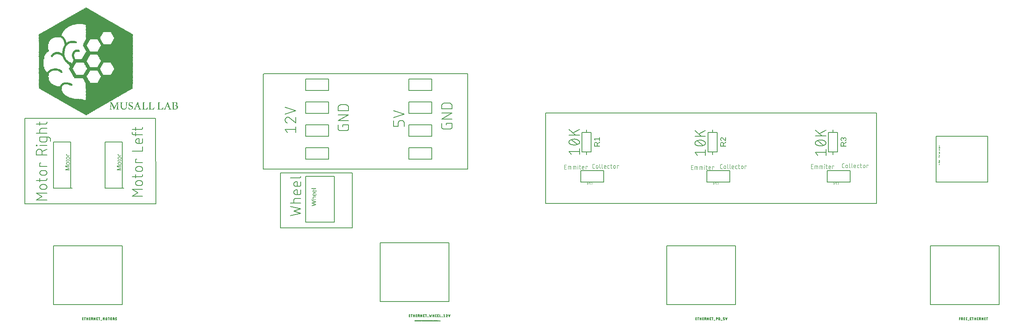
<source format=gbr>
G04 EAGLE Gerber RS-274X export*
G75*
%MOMM*%
%FSLAX34Y34*%
%LPD*%
%INSilkscreen Top*%
%IPPOS*%
%AMOC8*
5,1,8,0,0,1.08239X$1,22.5*%
G01*
G04 Define Apertures*
%ADD10C,0.203200*%
%ADD11C,0.076200*%
%ADD12C,0.152400*%
%ADD13C,0.000000*%
%ADD14R,0.063500X0.063500*%
%ADD15R,0.254000X0.063500*%
%ADD16R,0.508000X0.063500*%
%ADD17R,0.698500X0.063500*%
%ADD18R,0.952500X0.063500*%
%ADD19R,1.143000X0.063500*%
%ADD20R,1.397000X0.063500*%
%ADD21R,1.587500X0.063500*%
%ADD22R,1.841500X0.063500*%
%ADD23R,2.032000X0.063500*%
%ADD24R,2.222500X0.063500*%
%ADD25R,2.476500X0.063500*%
%ADD26R,2.730500X0.063500*%
%ADD27R,2.921000X0.063500*%
%ADD28R,3.111500X0.063500*%
%ADD29R,3.365500X0.063500*%
%ADD30R,3.619500X0.063500*%
%ADD31R,3.810000X0.063500*%
%ADD32R,4.000500X0.063500*%
%ADD33R,4.254500X0.063500*%
%ADD34R,4.508500X0.063500*%
%ADD35R,4.635500X0.063500*%
%ADD36R,0.571500X0.063500*%
%ADD37R,0.127000X0.063500*%
%ADD38R,0.635000X0.063500*%
%ADD39R,0.889000X0.063500*%
%ADD40R,4.889500X0.063500*%
%ADD41R,0.190500X0.063500*%
%ADD42R,0.317500X0.063500*%
%ADD43R,5.143500X0.063500*%
%ADD44R,5.397500X0.063500*%
%ADD45R,5.524500X0.063500*%
%ADD46R,5.778500X0.063500*%
%ADD47R,0.381000X0.063500*%
%ADD48R,6.032500X0.063500*%
%ADD49R,0.444500X0.063500*%
%ADD50R,6.223000X0.063500*%
%ADD51R,6.413500X0.063500*%
%ADD52R,6.667500X0.063500*%
%ADD53R,6.921500X0.063500*%
%ADD54R,7.112000X0.063500*%
%ADD55R,7.302500X0.063500*%
%ADD56R,7.556500X0.063500*%
%ADD57R,7.810500X0.063500*%
%ADD58R,7.937500X0.063500*%
%ADD59R,8.191500X0.063500*%
%ADD60R,8.445500X0.063500*%
%ADD61R,8.699500X0.063500*%
%ADD62R,8.826500X0.063500*%
%ADD63R,9.080500X0.063500*%
%ADD64R,9.334500X0.063500*%
%ADD65R,9.588500X0.063500*%
%ADD66R,9.715500X0.063500*%
%ADD67R,9.969500X0.063500*%
%ADD68R,10.223500X0.063500*%
%ADD69R,10.414000X0.063500*%
%ADD70R,10.604500X0.063500*%
%ADD71R,10.858500X0.063500*%
%ADD72R,11.112500X0.063500*%
%ADD73R,11.303000X0.063500*%
%ADD74R,11.493500X0.063500*%
%ADD75R,5.905500X0.063500*%
%ADD76R,5.461000X0.063500*%
%ADD77R,6.096000X0.063500*%
%ADD78R,4.699000X0.063500*%
%ADD79R,4.127500X0.063500*%
%ADD80R,6.350000X0.063500*%
%ADD81R,6.477000X0.063500*%
%ADD82R,6.540500X0.063500*%
%ADD83R,3.429000X0.063500*%
%ADD84R,6.794500X0.063500*%
%ADD85R,3.302000X0.063500*%
%ADD86R,6.858000X0.063500*%
%ADD87R,3.238500X0.063500*%
%ADD88R,6.985000X0.063500*%
%ADD89R,3.175000X0.063500*%
%ADD90R,7.239000X0.063500*%
%ADD91R,7.429500X0.063500*%
%ADD92R,7.683500X0.063500*%
%ADD93R,7.747000X0.063500*%
%ADD94R,7.874000X0.063500*%
%ADD95R,8.001000X0.063500*%
%ADD96R,8.064500X0.063500*%
%ADD97R,8.318500X0.063500*%
%ADD98R,3.492500X0.063500*%
%ADD99R,8.509000X0.063500*%
%ADD100R,3.556000X0.063500*%
%ADD101R,8.636000X0.063500*%
%ADD102R,3.683000X0.063500*%
%ADD103R,8.763000X0.063500*%
%ADD104R,8.890000X0.063500*%
%ADD105R,8.953500X0.063500*%
%ADD106R,3.873500X0.063500*%
%ADD107R,9.207500X0.063500*%
%ADD108R,9.398000X0.063500*%
%ADD109R,4.191000X0.063500*%
%ADD110R,9.525000X0.063500*%
%ADD111R,4.318000X0.063500*%
%ADD112R,9.652000X0.063500*%
%ADD113R,4.381500X0.063500*%
%ADD114R,9.842500X0.063500*%
%ADD115R,4.762500X0.063500*%
%ADD116R,10.096500X0.063500*%
%ADD117R,4.826000X0.063500*%
%ADD118R,10.160000X0.063500*%
%ADD119R,4.953000X0.063500*%
%ADD120R,10.287000X0.063500*%
%ADD121R,5.080000X0.063500*%
%ADD122R,4.445000X0.063500*%
%ADD123R,3.746500X0.063500*%
%ADD124R,0.762000X0.063500*%
%ADD125R,3.048000X0.063500*%
%ADD126R,2.413000X0.063500*%
%ADD127R,2.984500X0.063500*%
%ADD128R,2.286000X0.063500*%
%ADD129R,2.159000X0.063500*%
%ADD130R,10.477500X0.063500*%
%ADD131R,2.794000X0.063500*%
%ADD132R,1.968500X0.063500*%
%ADD133R,1.651000X0.063500*%
%ADD134R,10.541000X0.063500*%
%ADD135R,2.667000X0.063500*%
%ADD136R,1.333500X0.063500*%
%ADD137R,2.603500X0.063500*%
%ADD138R,1.079500X0.063500*%
%ADD139R,2.540000X0.063500*%
%ADD140R,7.620000X0.063500*%
%ADD141R,2.349500X0.063500*%
%ADD142R,7.493000X0.063500*%
%ADD143R,1.016000X0.063500*%
%ADD144R,7.366000X0.063500*%
%ADD145R,7.175500X0.063500*%
%ADD146R,2.095500X0.063500*%
%ADD147R,7.048500X0.063500*%
%ADD148R,0.825500X0.063500*%
%ADD149R,4.572000X0.063500*%
%ADD150R,1.778000X0.063500*%
%ADD151R,1.714500X0.063500*%
%ADD152R,1.524000X0.063500*%
%ADD153R,1.460500X0.063500*%
%ADD154R,1.206500X0.063500*%
%ADD155R,1.270000X0.063500*%
%ADD156R,2.857500X0.063500*%
%ADD157R,1.905000X0.063500*%
%ADD158R,10.731500X0.063500*%
%ADD159R,10.668000X0.063500*%
%ADD160R,10.350500X0.063500*%
%ADD161R,5.334000X0.063500*%
%ADD162R,5.207000X0.063500*%
%ADD163R,5.016500X0.063500*%
%ADD164R,4.064000X0.063500*%
%ADD165R,9.461500X0.063500*%
%ADD166R,9.271000X0.063500*%
%ADD167R,9.144000X0.063500*%
%ADD168R,9.017000X0.063500*%
%ADD169R,3.937000X0.063500*%
%ADD170R,8.572500X0.063500*%
%ADD171R,8.382000X0.063500*%
%ADD172R,8.255000X0.063500*%
%ADD173R,8.128000X0.063500*%
%ADD174R,12.700000X0.063500*%
%ADD175R,12.509500X0.063500*%
%ADD176R,12.255500X0.063500*%
%ADD177R,12.001500X0.063500*%
%ADD178R,11.811000X0.063500*%
%ADD179R,11.620500X0.063500*%
%ADD180R,11.366500X0.063500*%
%ADD181R,10.922000X0.063500*%
%ADD182R,10.033000X0.063500*%
%ADD183R,6.286500X0.063500*%
%ADD184R,5.651500X0.063500*%
%ADD185C,0.127000*%
G36*
X-654036Y342740D02*
X-654511Y342753D01*
X-654955Y342793D01*
X-655369Y342859D01*
X-655752Y342952D01*
X-656104Y343072D01*
X-656426Y343218D01*
X-656717Y343390D01*
X-656978Y343589D01*
X-657207Y343815D01*
X-657407Y344067D01*
X-657575Y344345D01*
X-657713Y344651D01*
X-657820Y344982D01*
X-657897Y345341D01*
X-657943Y345725D01*
X-657958Y346137D01*
X-657943Y346557D01*
X-657898Y346948D01*
X-657824Y347310D01*
X-657719Y347644D01*
X-657585Y347949D01*
X-657420Y348226D01*
X-657226Y348474D01*
X-657002Y348693D01*
X-656747Y348885D01*
X-656458Y349052D01*
X-656137Y349192D01*
X-655783Y349308D01*
X-655395Y349397D01*
X-654975Y349461D01*
X-654522Y349500D01*
X-654036Y349512D01*
X-653555Y349499D01*
X-653105Y349458D01*
X-652687Y349389D01*
X-652301Y349294D01*
X-651946Y349171D01*
X-651624Y349020D01*
X-651333Y348842D01*
X-651073Y348637D01*
X-650845Y348406D01*
X-650648Y348150D01*
X-650480Y347869D01*
X-650343Y347564D01*
X-650237Y347234D01*
X-650161Y346879D01*
X-650115Y346499D01*
X-650100Y346095D01*
X-650116Y345692D01*
X-650163Y345315D01*
X-650242Y344964D01*
X-650353Y344638D01*
X-650495Y344337D01*
X-650669Y344062D01*
X-650875Y343812D01*
X-651112Y343587D01*
X-651379Y343389D01*
X-651674Y343217D01*
X-651998Y343071D01*
X-652349Y342952D01*
X-652729Y342859D01*
X-653136Y342793D01*
X-653572Y342753D01*
X-654036Y342740D01*
G37*
%LPC*%
G36*
X-654036Y344064D02*
X-653673Y344071D01*
X-653333Y344094D01*
X-653017Y344132D01*
X-652724Y344185D01*
X-652454Y344254D01*
X-652207Y344337D01*
X-651984Y344436D01*
X-651784Y344550D01*
X-651608Y344681D01*
X-651455Y344828D01*
X-651326Y344994D01*
X-651220Y345176D01*
X-651137Y345376D01*
X-651078Y345594D01*
X-651043Y345828D01*
X-651031Y346081D01*
X-651043Y346354D01*
X-651077Y346607D01*
X-651134Y346840D01*
X-651214Y347053D01*
X-651316Y347246D01*
X-651441Y347418D01*
X-651589Y347570D01*
X-651760Y347702D01*
X-651955Y347816D01*
X-652175Y347915D01*
X-652421Y347999D01*
X-652693Y348067D01*
X-652990Y348120D01*
X-653313Y348158D01*
X-653662Y348181D01*
X-654036Y348189D01*
X-654415Y348181D01*
X-654767Y348160D01*
X-655092Y348123D01*
X-655390Y348072D01*
X-655662Y348007D01*
X-655907Y347927D01*
X-656125Y347832D01*
X-656316Y347723D01*
X-656482Y347597D01*
X-656627Y347451D01*
X-656749Y347285D01*
X-656849Y347099D01*
X-656927Y346893D01*
X-656982Y346668D01*
X-657016Y346423D01*
X-657027Y346158D01*
X-657015Y345891D01*
X-656981Y345643D01*
X-656925Y345414D01*
X-656845Y345204D01*
X-656744Y345014D01*
X-656619Y344842D01*
X-656472Y344690D01*
X-656302Y344557D01*
X-656108Y344442D01*
X-655888Y344341D01*
X-655643Y344256D01*
X-655373Y344187D01*
X-655077Y344133D01*
X-654755Y344094D01*
X-654409Y344071D01*
X-654036Y344064D01*
G37*
%LPD*%
G36*
X-654036Y354709D02*
X-654511Y354722D01*
X-654955Y354762D01*
X-655369Y354828D01*
X-655752Y354921D01*
X-656104Y355040D01*
X-656426Y355186D01*
X-656717Y355359D01*
X-656978Y355558D01*
X-657207Y355783D01*
X-657407Y356035D01*
X-657575Y356314D01*
X-657713Y356619D01*
X-657820Y356951D01*
X-657897Y357309D01*
X-657943Y357694D01*
X-657958Y358105D01*
X-657943Y358525D01*
X-657898Y358917D01*
X-657824Y359279D01*
X-657719Y359613D01*
X-657585Y359918D01*
X-657420Y360195D01*
X-657226Y360443D01*
X-657002Y360662D01*
X-656747Y360854D01*
X-656458Y361020D01*
X-656137Y361161D01*
X-655783Y361276D01*
X-655395Y361366D01*
X-654975Y361430D01*
X-654522Y361468D01*
X-654036Y361481D01*
X-653555Y361468D01*
X-653105Y361427D01*
X-652687Y361358D01*
X-652301Y361262D01*
X-651946Y361139D01*
X-651624Y360989D01*
X-651333Y360811D01*
X-651073Y360606D01*
X-650845Y360375D01*
X-650648Y360119D01*
X-650480Y359838D01*
X-650343Y359532D01*
X-650237Y359202D01*
X-650161Y358847D01*
X-650115Y358468D01*
X-650100Y358063D01*
X-650116Y357661D01*
X-650163Y357284D01*
X-650242Y356933D01*
X-650353Y356607D01*
X-650495Y356306D01*
X-650669Y356031D01*
X-650875Y355781D01*
X-651112Y355556D01*
X-651379Y355357D01*
X-651674Y355185D01*
X-651998Y355040D01*
X-652349Y354920D01*
X-652729Y354828D01*
X-653136Y354762D01*
X-653572Y354722D01*
X-654036Y354709D01*
G37*
%LPC*%
G36*
X-654036Y356032D02*
X-653673Y356040D01*
X-653333Y356063D01*
X-653017Y356101D01*
X-652724Y356154D01*
X-652454Y356222D01*
X-652207Y356306D01*
X-651984Y356405D01*
X-651784Y356519D01*
X-651608Y356649D01*
X-651455Y356797D01*
X-651326Y356962D01*
X-651220Y357145D01*
X-651137Y357345D01*
X-651078Y357562D01*
X-651043Y357797D01*
X-651031Y358049D01*
X-651043Y358323D01*
X-651077Y358576D01*
X-651134Y358809D01*
X-651214Y359022D01*
X-651316Y359215D01*
X-651441Y359387D01*
X-651589Y359539D01*
X-651760Y359671D01*
X-651955Y359785D01*
X-652175Y359884D01*
X-652421Y359967D01*
X-652693Y360036D01*
X-652990Y360089D01*
X-653313Y360127D01*
X-653662Y360150D01*
X-654036Y360158D01*
X-654415Y360150D01*
X-654767Y360128D01*
X-655092Y360092D01*
X-655390Y360041D01*
X-655662Y359976D01*
X-655907Y359896D01*
X-656125Y359801D01*
X-656316Y359692D01*
X-656482Y359565D01*
X-656627Y359419D01*
X-656749Y359253D01*
X-656849Y359068D01*
X-656927Y358862D01*
X-656982Y358637D01*
X-657016Y358391D01*
X-657027Y358126D01*
X-657015Y357859D01*
X-656981Y357611D01*
X-656925Y357383D01*
X-656845Y357173D01*
X-656744Y356983D01*
X-656619Y356811D01*
X-656472Y356659D01*
X-656302Y356526D01*
X-656108Y356410D01*
X-655888Y356310D01*
X-655643Y356225D01*
X-655373Y356156D01*
X-655077Y356102D01*
X-654755Y356063D01*
X-654409Y356040D01*
X-654036Y356032D01*
G37*
%LPD*%
G36*
X-650240Y331377D02*
X-660108Y331377D01*
X-660108Y333135D01*
X-653266Y335761D01*
X-652380Y336031D01*
X-651697Y336202D01*
X-652050Y336289D01*
X-652548Y336437D01*
X-653266Y336679D01*
X-660108Y339256D01*
X-660108Y340972D01*
X-650240Y340972D01*
X-650240Y339767D01*
X-656824Y339767D01*
X-657895Y339783D01*
X-658925Y339830D01*
X-657808Y339505D01*
X-656964Y339214D01*
X-650240Y336664D01*
X-650240Y335726D01*
X-656964Y333142D01*
X-658154Y332749D01*
X-658925Y332518D01*
X-658147Y332539D01*
X-656824Y332567D01*
X-650240Y332567D01*
X-650240Y331377D01*
G37*
G36*
X-656901Y350323D02*
X-657818Y350323D01*
X-657818Y351248D01*
X-659513Y351619D01*
X-659513Y352460D01*
X-657818Y352460D01*
X-657818Y353860D01*
X-656901Y353860D01*
X-656901Y352460D01*
X-652117Y352460D01*
X-651864Y352471D01*
X-651652Y352504D01*
X-651481Y352560D01*
X-651350Y352638D01*
X-651254Y352744D01*
X-651185Y352882D01*
X-651143Y353054D01*
X-651129Y353258D01*
X-651154Y353566D01*
X-651228Y353986D01*
X-650296Y353986D01*
X-650223Y353673D01*
X-650170Y353356D01*
X-650138Y353036D01*
X-650128Y352712D01*
X-650135Y352528D01*
X-650155Y352357D01*
X-650188Y352198D01*
X-650235Y352050D01*
X-650296Y351914D01*
X-650369Y351790D01*
X-650456Y351678D01*
X-650557Y351577D01*
X-650671Y351488D01*
X-650798Y351412D01*
X-650939Y351347D01*
X-651093Y351293D01*
X-651261Y351252D01*
X-651442Y351222D01*
X-651636Y351205D01*
X-651844Y351199D01*
X-656901Y351199D01*
X-656901Y350323D01*
G37*
G36*
X-657818Y363028D02*
X-657818Y364218D01*
X-656270Y364274D01*
X-656270Y364302D01*
X-656719Y364458D01*
X-657090Y364626D01*
X-657384Y364805D01*
X-657601Y364996D01*
X-657757Y365212D01*
X-657869Y365468D01*
X-657936Y365765D01*
X-657958Y366102D01*
X-657941Y366356D01*
X-657888Y366613D01*
X-656733Y366613D01*
X-656785Y366319D01*
X-656803Y365941D01*
X-656792Y365751D01*
X-656760Y365572D01*
X-656708Y365405D01*
X-656634Y365249D01*
X-656539Y365106D01*
X-656422Y364973D01*
X-656285Y364853D01*
X-656127Y364743D01*
X-655949Y364647D01*
X-655752Y364563D01*
X-655538Y364492D01*
X-655305Y364434D01*
X-655053Y364388D01*
X-654784Y364356D01*
X-654496Y364337D01*
X-654190Y364330D01*
X-650240Y364330D01*
X-650240Y363070D01*
X-656053Y363070D01*
X-656894Y363059D01*
X-657818Y363028D01*
G37*
G36*
X-768336Y342740D02*
X-768811Y342753D01*
X-769255Y342793D01*
X-769669Y342859D01*
X-770052Y342952D01*
X-770404Y343072D01*
X-770726Y343218D01*
X-771017Y343390D01*
X-771278Y343589D01*
X-771507Y343815D01*
X-771707Y344067D01*
X-771875Y344345D01*
X-772013Y344651D01*
X-772120Y344982D01*
X-772197Y345341D01*
X-772243Y345725D01*
X-772258Y346137D01*
X-772243Y346557D01*
X-772198Y346948D01*
X-772124Y347310D01*
X-772019Y347644D01*
X-771885Y347949D01*
X-771720Y348226D01*
X-771526Y348474D01*
X-771302Y348693D01*
X-771047Y348885D01*
X-770758Y349052D01*
X-770437Y349192D01*
X-770083Y349308D01*
X-769695Y349397D01*
X-769275Y349461D01*
X-768822Y349500D01*
X-768336Y349512D01*
X-767855Y349499D01*
X-767405Y349458D01*
X-766987Y349389D01*
X-766601Y349294D01*
X-766246Y349171D01*
X-765924Y349020D01*
X-765633Y348842D01*
X-765373Y348637D01*
X-765145Y348406D01*
X-764948Y348150D01*
X-764780Y347869D01*
X-764643Y347564D01*
X-764537Y347234D01*
X-764461Y346879D01*
X-764415Y346499D01*
X-764400Y346095D01*
X-764416Y345692D01*
X-764463Y345315D01*
X-764542Y344964D01*
X-764653Y344638D01*
X-764795Y344337D01*
X-764969Y344062D01*
X-765175Y343812D01*
X-765412Y343587D01*
X-765679Y343389D01*
X-765974Y343217D01*
X-766298Y343071D01*
X-766649Y342952D01*
X-767029Y342859D01*
X-767436Y342793D01*
X-767872Y342753D01*
X-768336Y342740D01*
G37*
%LPC*%
G36*
X-768336Y344064D02*
X-767973Y344071D01*
X-767633Y344094D01*
X-767317Y344132D01*
X-767024Y344185D01*
X-766754Y344254D01*
X-766507Y344337D01*
X-766284Y344436D01*
X-766084Y344550D01*
X-765908Y344681D01*
X-765755Y344828D01*
X-765626Y344994D01*
X-765520Y345176D01*
X-765437Y345376D01*
X-765378Y345594D01*
X-765343Y345828D01*
X-765331Y346081D01*
X-765343Y346354D01*
X-765377Y346607D01*
X-765434Y346840D01*
X-765514Y347053D01*
X-765616Y347246D01*
X-765741Y347418D01*
X-765889Y347570D01*
X-766060Y347702D01*
X-766255Y347816D01*
X-766475Y347915D01*
X-766721Y347999D01*
X-766993Y348067D01*
X-767290Y348120D01*
X-767613Y348158D01*
X-767962Y348181D01*
X-768336Y348189D01*
X-768715Y348181D01*
X-769067Y348160D01*
X-769392Y348123D01*
X-769690Y348072D01*
X-769962Y348007D01*
X-770207Y347927D01*
X-770425Y347832D01*
X-770616Y347723D01*
X-770782Y347597D01*
X-770927Y347451D01*
X-771049Y347285D01*
X-771149Y347099D01*
X-771227Y346893D01*
X-771282Y346668D01*
X-771316Y346423D01*
X-771327Y346158D01*
X-771315Y345891D01*
X-771281Y345643D01*
X-771225Y345414D01*
X-771145Y345204D01*
X-771044Y345014D01*
X-770919Y344842D01*
X-770772Y344690D01*
X-770602Y344557D01*
X-770408Y344442D01*
X-770188Y344341D01*
X-769943Y344256D01*
X-769673Y344187D01*
X-769377Y344133D01*
X-769055Y344094D01*
X-768709Y344071D01*
X-768336Y344064D01*
G37*
%LPD*%
G36*
X-768336Y354709D02*
X-768811Y354722D01*
X-769255Y354762D01*
X-769669Y354828D01*
X-770052Y354921D01*
X-770404Y355040D01*
X-770726Y355186D01*
X-771017Y355359D01*
X-771278Y355558D01*
X-771507Y355783D01*
X-771707Y356035D01*
X-771875Y356314D01*
X-772013Y356619D01*
X-772120Y356951D01*
X-772197Y357309D01*
X-772243Y357694D01*
X-772258Y358105D01*
X-772243Y358525D01*
X-772198Y358917D01*
X-772124Y359279D01*
X-772019Y359613D01*
X-771885Y359918D01*
X-771720Y360195D01*
X-771526Y360443D01*
X-771302Y360662D01*
X-771047Y360854D01*
X-770758Y361020D01*
X-770437Y361161D01*
X-770083Y361276D01*
X-769695Y361366D01*
X-769275Y361430D01*
X-768822Y361468D01*
X-768336Y361481D01*
X-767855Y361468D01*
X-767405Y361427D01*
X-766987Y361358D01*
X-766601Y361262D01*
X-766246Y361139D01*
X-765924Y360989D01*
X-765633Y360811D01*
X-765373Y360606D01*
X-765145Y360375D01*
X-764948Y360119D01*
X-764780Y359838D01*
X-764643Y359532D01*
X-764537Y359202D01*
X-764461Y358847D01*
X-764415Y358468D01*
X-764400Y358063D01*
X-764416Y357661D01*
X-764463Y357284D01*
X-764542Y356933D01*
X-764653Y356607D01*
X-764795Y356306D01*
X-764969Y356031D01*
X-765175Y355781D01*
X-765412Y355556D01*
X-765679Y355357D01*
X-765974Y355185D01*
X-766298Y355040D01*
X-766649Y354920D01*
X-767029Y354828D01*
X-767436Y354762D01*
X-767872Y354722D01*
X-768336Y354709D01*
G37*
%LPC*%
G36*
X-768336Y356032D02*
X-767973Y356040D01*
X-767633Y356063D01*
X-767317Y356101D01*
X-767024Y356154D01*
X-766754Y356222D01*
X-766507Y356306D01*
X-766284Y356405D01*
X-766084Y356519D01*
X-765908Y356649D01*
X-765755Y356797D01*
X-765626Y356962D01*
X-765520Y357145D01*
X-765437Y357345D01*
X-765378Y357562D01*
X-765343Y357797D01*
X-765331Y358049D01*
X-765343Y358323D01*
X-765377Y358576D01*
X-765434Y358809D01*
X-765514Y359022D01*
X-765616Y359215D01*
X-765741Y359387D01*
X-765889Y359539D01*
X-766060Y359671D01*
X-766255Y359785D01*
X-766475Y359884D01*
X-766721Y359967D01*
X-766993Y360036D01*
X-767290Y360089D01*
X-767613Y360127D01*
X-767962Y360150D01*
X-768336Y360158D01*
X-768715Y360150D01*
X-769067Y360128D01*
X-769392Y360092D01*
X-769690Y360041D01*
X-769962Y359976D01*
X-770207Y359896D01*
X-770425Y359801D01*
X-770616Y359692D01*
X-770782Y359565D01*
X-770927Y359419D01*
X-771049Y359253D01*
X-771149Y359068D01*
X-771227Y358862D01*
X-771282Y358637D01*
X-771316Y358391D01*
X-771327Y358126D01*
X-771315Y357859D01*
X-771281Y357611D01*
X-771225Y357383D01*
X-771145Y357173D01*
X-771044Y356983D01*
X-770919Y356811D01*
X-770772Y356659D01*
X-770602Y356526D01*
X-770408Y356410D01*
X-770188Y356310D01*
X-769943Y356225D01*
X-769673Y356156D01*
X-769377Y356102D01*
X-769055Y356063D01*
X-768709Y356040D01*
X-768336Y356032D01*
G37*
%LPD*%
G36*
X-764540Y331377D02*
X-774408Y331377D01*
X-774408Y333135D01*
X-767566Y335761D01*
X-766680Y336031D01*
X-765997Y336202D01*
X-766350Y336289D01*
X-766848Y336437D01*
X-767566Y336679D01*
X-774408Y339256D01*
X-774408Y340972D01*
X-764540Y340972D01*
X-764540Y339767D01*
X-771124Y339767D01*
X-772195Y339783D01*
X-773225Y339830D01*
X-772108Y339505D01*
X-771264Y339214D01*
X-764540Y336664D01*
X-764540Y335726D01*
X-771264Y333142D01*
X-772454Y332749D01*
X-773225Y332518D01*
X-772447Y332539D01*
X-771124Y332567D01*
X-764540Y332567D01*
X-764540Y331377D01*
G37*
G36*
X-771201Y350323D02*
X-772118Y350323D01*
X-772118Y351248D01*
X-773813Y351619D01*
X-773813Y352460D01*
X-772118Y352460D01*
X-772118Y353860D01*
X-771201Y353860D01*
X-771201Y352460D01*
X-766417Y352460D01*
X-766164Y352471D01*
X-765952Y352504D01*
X-765781Y352560D01*
X-765650Y352638D01*
X-765554Y352744D01*
X-765485Y352882D01*
X-765443Y353054D01*
X-765429Y353258D01*
X-765454Y353566D01*
X-765528Y353986D01*
X-764596Y353986D01*
X-764523Y353673D01*
X-764470Y353356D01*
X-764438Y353036D01*
X-764428Y352712D01*
X-764435Y352528D01*
X-764455Y352357D01*
X-764488Y352198D01*
X-764535Y352050D01*
X-764596Y351914D01*
X-764669Y351790D01*
X-764756Y351678D01*
X-764857Y351577D01*
X-764971Y351488D01*
X-765098Y351412D01*
X-765239Y351347D01*
X-765393Y351293D01*
X-765561Y351252D01*
X-765742Y351222D01*
X-765936Y351205D01*
X-766144Y351199D01*
X-771201Y351199D01*
X-771201Y350323D01*
G37*
G36*
X-772118Y363028D02*
X-772118Y364218D01*
X-770570Y364274D01*
X-770570Y364302D01*
X-771019Y364458D01*
X-771390Y364626D01*
X-771684Y364805D01*
X-771901Y364996D01*
X-772057Y365212D01*
X-772169Y365468D01*
X-772236Y365765D01*
X-772258Y366102D01*
X-772241Y366356D01*
X-772188Y366613D01*
X-771033Y366613D01*
X-771085Y366319D01*
X-771103Y365941D01*
X-771092Y365751D01*
X-771060Y365572D01*
X-771008Y365405D01*
X-770934Y365249D01*
X-770839Y365106D01*
X-770722Y364973D01*
X-770585Y364853D01*
X-770427Y364743D01*
X-770249Y364647D01*
X-770052Y364563D01*
X-769838Y364492D01*
X-769605Y364434D01*
X-769353Y364388D01*
X-769084Y364356D01*
X-768796Y364337D01*
X-768490Y364330D01*
X-764540Y364330D01*
X-764540Y363070D01*
X-770353Y363070D01*
X-771194Y363059D01*
X-772118Y363028D01*
G37*
G36*
X390398Y298704D02*
X388186Y298704D01*
X388186Y304616D01*
X390142Y304616D01*
X390506Y304605D01*
X390850Y304569D01*
X391172Y304510D01*
X391472Y304428D01*
X391751Y304322D01*
X392009Y304193D01*
X392245Y304040D01*
X392460Y303863D01*
X392651Y303665D01*
X392817Y303447D01*
X392957Y303209D01*
X393072Y302951D01*
X393161Y302673D01*
X393225Y302376D01*
X393263Y302058D01*
X393276Y301721D01*
X393254Y301278D01*
X393187Y300863D01*
X393076Y300478D01*
X392919Y300120D01*
X392723Y299797D01*
X392488Y299514D01*
X392217Y299272D01*
X391908Y299069D01*
X391568Y298909D01*
X391203Y298795D01*
X390813Y298727D01*
X390398Y298704D01*
G37*
%LPC*%
G36*
X390305Y299346D02*
X390621Y299364D01*
X390916Y299417D01*
X391192Y299507D01*
X391449Y299631D01*
X391681Y299790D01*
X391885Y299980D01*
X392060Y300201D01*
X392206Y300454D01*
X392322Y300734D01*
X392404Y301039D01*
X392454Y301368D01*
X392470Y301721D01*
X392461Y301988D01*
X392433Y302238D01*
X392386Y302472D01*
X392320Y302690D01*
X392235Y302891D01*
X392132Y303076D01*
X392009Y303245D01*
X391868Y303397D01*
X391709Y303533D01*
X391534Y303650D01*
X391341Y303749D01*
X391131Y303830D01*
X390905Y303893D01*
X390662Y303938D01*
X390402Y303965D01*
X390125Y303974D01*
X388988Y303974D01*
X388988Y299346D01*
X390305Y299346D01*
G37*
%LPD*%
G36*
X383269Y298704D02*
X382467Y298704D01*
X382467Y304616D01*
X384956Y304616D01*
X385197Y304609D01*
X385425Y304587D01*
X385639Y304551D01*
X385838Y304500D01*
X386024Y304434D01*
X386195Y304354D01*
X386352Y304260D01*
X386496Y304151D01*
X386624Y304028D01*
X386734Y303894D01*
X386828Y303748D01*
X386905Y303589D01*
X386965Y303419D01*
X387007Y303237D01*
X387033Y303043D01*
X387041Y302837D01*
X387033Y302633D01*
X387007Y302439D01*
X386964Y302256D01*
X386904Y302084D01*
X386827Y301923D01*
X386733Y301772D01*
X386622Y301632D01*
X386494Y301503D01*
X386351Y301387D01*
X386195Y301286D01*
X386028Y301201D01*
X385848Y301131D01*
X385656Y301077D01*
X385452Y301039D01*
X385235Y301015D01*
X385006Y301008D01*
X383269Y301008D01*
X383269Y298704D01*
G37*
%LPC*%
G36*
X384893Y301641D02*
X385208Y301660D01*
X385480Y301716D01*
X385711Y301808D01*
X385900Y301938D01*
X386047Y302105D01*
X386152Y302309D01*
X386215Y302551D01*
X386236Y302829D01*
X386214Y303097D01*
X386150Y303330D01*
X386042Y303527D01*
X385892Y303688D01*
X385698Y303813D01*
X385461Y303903D01*
X385182Y303956D01*
X384859Y303974D01*
X383269Y303974D01*
X383269Y301641D01*
X384893Y301641D01*
G37*
%LPD*%
G36*
X669798Y298704D02*
X667586Y298704D01*
X667586Y304616D01*
X669542Y304616D01*
X669906Y304605D01*
X670250Y304569D01*
X670572Y304510D01*
X670872Y304428D01*
X671151Y304322D01*
X671409Y304193D01*
X671645Y304040D01*
X671860Y303863D01*
X672051Y303665D01*
X672217Y303447D01*
X672357Y303209D01*
X672472Y302951D01*
X672561Y302673D01*
X672625Y302376D01*
X672663Y302058D01*
X672676Y301721D01*
X672654Y301278D01*
X672587Y300863D01*
X672476Y300478D01*
X672319Y300120D01*
X672123Y299797D01*
X671888Y299514D01*
X671617Y299272D01*
X671308Y299069D01*
X670968Y298909D01*
X670603Y298795D01*
X670213Y298727D01*
X669798Y298704D01*
G37*
%LPC*%
G36*
X669705Y299346D02*
X670021Y299364D01*
X670316Y299417D01*
X670592Y299507D01*
X670849Y299631D01*
X671081Y299790D01*
X671285Y299980D01*
X671460Y300201D01*
X671606Y300454D01*
X671722Y300734D01*
X671804Y301039D01*
X671854Y301368D01*
X671870Y301721D01*
X671861Y301988D01*
X671833Y302238D01*
X671786Y302472D01*
X671720Y302690D01*
X671635Y302891D01*
X671532Y303076D01*
X671409Y303245D01*
X671268Y303397D01*
X671109Y303533D01*
X670934Y303650D01*
X670741Y303749D01*
X670531Y303830D01*
X670305Y303893D01*
X670062Y303938D01*
X669802Y303965D01*
X669525Y303974D01*
X668388Y303974D01*
X668388Y299346D01*
X669705Y299346D01*
G37*
%LPD*%
G36*
X662669Y298704D02*
X661867Y298704D01*
X661867Y304616D01*
X664356Y304616D01*
X664597Y304609D01*
X664825Y304587D01*
X665039Y304551D01*
X665238Y304500D01*
X665424Y304434D01*
X665595Y304354D01*
X665752Y304260D01*
X665896Y304151D01*
X666024Y304028D01*
X666134Y303894D01*
X666228Y303748D01*
X666305Y303589D01*
X666365Y303419D01*
X666407Y303237D01*
X666433Y303043D01*
X666441Y302837D01*
X666433Y302633D01*
X666407Y302439D01*
X666364Y302256D01*
X666304Y302084D01*
X666227Y301923D01*
X666133Y301772D01*
X666022Y301632D01*
X665894Y301503D01*
X665751Y301387D01*
X665595Y301286D01*
X665428Y301201D01*
X665248Y301131D01*
X665056Y301077D01*
X664852Y301039D01*
X664635Y301015D01*
X664406Y301008D01*
X662669Y301008D01*
X662669Y298704D01*
G37*
%LPC*%
G36*
X664293Y301641D02*
X664608Y301660D01*
X664880Y301716D01*
X665111Y301808D01*
X665300Y301938D01*
X665447Y302105D01*
X665552Y302309D01*
X665615Y302551D01*
X665636Y302829D01*
X665614Y303097D01*
X665550Y303330D01*
X665442Y303527D01*
X665292Y303688D01*
X665098Y303813D01*
X664861Y303903D01*
X664582Y303956D01*
X664259Y303974D01*
X662669Y303974D01*
X662669Y301641D01*
X664293Y301641D01*
G37*
%LPD*%
G36*
X936498Y298704D02*
X934286Y298704D01*
X934286Y304616D01*
X936242Y304616D01*
X936606Y304605D01*
X936950Y304569D01*
X937272Y304510D01*
X937572Y304428D01*
X937851Y304322D01*
X938109Y304193D01*
X938345Y304040D01*
X938560Y303863D01*
X938751Y303665D01*
X938917Y303447D01*
X939057Y303209D01*
X939172Y302951D01*
X939261Y302673D01*
X939325Y302376D01*
X939363Y302058D01*
X939376Y301721D01*
X939354Y301278D01*
X939287Y300863D01*
X939176Y300478D01*
X939019Y300120D01*
X938823Y299797D01*
X938588Y299514D01*
X938317Y299272D01*
X938008Y299069D01*
X937668Y298909D01*
X937303Y298795D01*
X936913Y298727D01*
X936498Y298704D01*
G37*
%LPC*%
G36*
X936405Y299346D02*
X936721Y299364D01*
X937016Y299417D01*
X937292Y299507D01*
X937549Y299631D01*
X937781Y299790D01*
X937985Y299980D01*
X938160Y300201D01*
X938306Y300454D01*
X938422Y300734D01*
X938504Y301039D01*
X938554Y301368D01*
X938570Y301721D01*
X938561Y301988D01*
X938533Y302238D01*
X938486Y302472D01*
X938420Y302690D01*
X938335Y302891D01*
X938232Y303076D01*
X938109Y303245D01*
X937968Y303397D01*
X937809Y303533D01*
X937634Y303650D01*
X937441Y303749D01*
X937231Y303830D01*
X937005Y303893D01*
X936762Y303938D01*
X936502Y303965D01*
X936225Y303974D01*
X935088Y303974D01*
X935088Y299346D01*
X936405Y299346D01*
G37*
%LPD*%
G36*
X929369Y298704D02*
X928567Y298704D01*
X928567Y304616D01*
X931056Y304616D01*
X931297Y304609D01*
X931525Y304587D01*
X931739Y304551D01*
X931938Y304500D01*
X932124Y304434D01*
X932295Y304354D01*
X932452Y304260D01*
X932596Y304151D01*
X932724Y304028D01*
X932834Y303894D01*
X932928Y303748D01*
X933005Y303589D01*
X933065Y303419D01*
X933107Y303237D01*
X933133Y303043D01*
X933141Y302837D01*
X933133Y302633D01*
X933107Y302439D01*
X933064Y302256D01*
X933004Y302084D01*
X932927Y301923D01*
X932833Y301772D01*
X932722Y301632D01*
X932594Y301503D01*
X932451Y301387D01*
X932295Y301286D01*
X932128Y301201D01*
X931948Y301131D01*
X931756Y301077D01*
X931552Y301039D01*
X931335Y301015D01*
X931106Y301008D01*
X929369Y301008D01*
X929369Y298704D01*
G37*
%LPC*%
G36*
X930993Y301641D02*
X931308Y301660D01*
X931580Y301716D01*
X931811Y301808D01*
X932000Y301938D01*
X932147Y302105D01*
X932252Y302309D01*
X932315Y302551D01*
X932336Y302829D01*
X932314Y303097D01*
X932250Y303330D01*
X932142Y303527D01*
X931992Y303688D01*
X931798Y303813D01*
X931561Y303903D01*
X931282Y303956D01*
X930959Y303974D01*
X929369Y303974D01*
X929369Y301641D01*
X930993Y301641D01*
G37*
%LPD*%
G36*
X410200Y383703D02*
X397859Y383703D01*
X397859Y389510D01*
X397874Y390016D01*
X397918Y390492D01*
X397990Y390939D01*
X398092Y391357D01*
X398224Y391744D01*
X398384Y392102D01*
X398573Y392430D01*
X398792Y392728D01*
X399037Y392994D01*
X399304Y393225D01*
X399594Y393420D01*
X399908Y393579D01*
X400244Y393703D01*
X400603Y393792D01*
X400984Y393845D01*
X401389Y393863D01*
X401726Y393850D01*
X402049Y393813D01*
X402359Y393750D01*
X402655Y393662D01*
X402937Y393550D01*
X403205Y393412D01*
X403460Y393249D01*
X403701Y393061D01*
X403925Y392851D01*
X404127Y392622D01*
X404307Y392375D01*
X404373Y392264D01*
X404465Y392108D01*
X404602Y391822D01*
X404718Y391517D01*
X404811Y391193D01*
X404884Y390850D01*
X407147Y392341D01*
X410200Y394353D01*
X410200Y392426D01*
X405076Y389221D01*
X405076Y385376D01*
X410200Y385376D01*
X410200Y383703D01*
G37*
%LPC*%
G36*
X403754Y385376D02*
X403754Y389413D01*
X403744Y389735D01*
X403715Y390037D01*
X403667Y390321D01*
X403599Y390586D01*
X403513Y390832D01*
X403406Y391060D01*
X403281Y391268D01*
X403136Y391458D01*
X402974Y391628D01*
X402797Y391775D01*
X402604Y391899D01*
X402395Y392000D01*
X402171Y392079D01*
X401932Y392136D01*
X401677Y392170D01*
X401406Y392181D01*
X401145Y392170D01*
X400900Y392135D01*
X400671Y392078D01*
X400457Y391998D01*
X400260Y391895D01*
X400079Y391770D01*
X399913Y391621D01*
X399764Y391450D01*
X399632Y391257D01*
X399517Y391044D01*
X399420Y390811D01*
X399341Y390557D01*
X399279Y390284D01*
X399235Y389990D01*
X399208Y389677D01*
X399199Y389343D01*
X399199Y385376D01*
X403754Y385376D01*
G37*
%LPD*%
G36*
X410200Y396566D02*
X408860Y396566D01*
X408860Y399711D01*
X399366Y399711D01*
X401354Y396925D01*
X399865Y396925D01*
X397859Y399842D01*
X397859Y401296D01*
X408860Y401296D01*
X408860Y404300D01*
X410200Y404300D01*
X410200Y396566D01*
G37*
G36*
X689600Y383703D02*
X677259Y383703D01*
X677259Y389510D01*
X677274Y390016D01*
X677318Y390492D01*
X677390Y390939D01*
X677492Y391357D01*
X677624Y391744D01*
X677784Y392102D01*
X677973Y392430D01*
X678192Y392728D01*
X678437Y392994D01*
X678704Y393225D01*
X678994Y393420D01*
X679308Y393579D01*
X679644Y393703D01*
X680003Y393792D01*
X680384Y393845D01*
X680789Y393863D01*
X681126Y393850D01*
X681449Y393813D01*
X681759Y393750D01*
X682055Y393662D01*
X682337Y393550D01*
X682605Y393412D01*
X682860Y393249D01*
X683101Y393061D01*
X683325Y392851D01*
X683527Y392622D01*
X683707Y392375D01*
X683773Y392264D01*
X683865Y392108D01*
X684002Y391822D01*
X684118Y391517D01*
X684211Y391193D01*
X684284Y390850D01*
X686547Y392341D01*
X689600Y394353D01*
X689600Y392426D01*
X684476Y389221D01*
X684476Y385376D01*
X689600Y385376D01*
X689600Y383703D01*
G37*
%LPC*%
G36*
X683154Y385376D02*
X683154Y389413D01*
X683144Y389735D01*
X683115Y390037D01*
X683067Y390321D01*
X682999Y390586D01*
X682913Y390832D01*
X682806Y391060D01*
X682681Y391268D01*
X682536Y391458D01*
X682374Y391628D01*
X682197Y391775D01*
X682004Y391899D01*
X681795Y392000D01*
X681571Y392079D01*
X681332Y392136D01*
X681077Y392170D01*
X680806Y392181D01*
X680545Y392170D01*
X680300Y392135D01*
X680071Y392078D01*
X679857Y391998D01*
X679660Y391895D01*
X679479Y391770D01*
X679313Y391621D01*
X679164Y391450D01*
X679032Y391257D01*
X678917Y391044D01*
X678820Y390811D01*
X678741Y390557D01*
X678679Y390284D01*
X678635Y389990D01*
X678608Y389677D01*
X678599Y389343D01*
X678599Y385376D01*
X683154Y385376D01*
G37*
%LPD*%
G36*
X689600Y396102D02*
X688488Y396102D01*
X687990Y396338D01*
X687523Y396598D01*
X687086Y396883D01*
X686679Y397193D01*
X686296Y397519D01*
X685932Y397853D01*
X685587Y398195D01*
X685260Y398546D01*
X684648Y399252D01*
X684082Y399952D01*
X683539Y400614D01*
X682996Y401208D01*
X682721Y401475D01*
X682440Y401715D01*
X682152Y401928D01*
X681857Y402115D01*
X681550Y402266D01*
X681222Y402374D01*
X680875Y402439D01*
X680509Y402461D01*
X680262Y402452D01*
X680029Y402424D01*
X679811Y402377D01*
X679607Y402312D01*
X679417Y402228D01*
X679241Y402126D01*
X679079Y402005D01*
X678932Y401865D01*
X678801Y401709D01*
X678687Y401538D01*
X678591Y401353D01*
X678512Y401154D01*
X678450Y400939D01*
X678407Y400711D01*
X678380Y400468D01*
X678372Y400210D01*
X678380Y399964D01*
X678406Y399728D01*
X678449Y399504D01*
X678508Y399291D01*
X678585Y399089D01*
X678679Y398899D01*
X678791Y398719D01*
X678919Y398550D01*
X679063Y398395D01*
X679220Y398258D01*
X679392Y398137D01*
X679577Y398032D01*
X679776Y397945D01*
X679989Y397874D01*
X680216Y397821D01*
X680456Y397784D01*
X680307Y396172D01*
X679947Y396230D01*
X679605Y396316D01*
X679282Y396431D01*
X678978Y396574D01*
X678693Y396745D01*
X678427Y396945D01*
X678180Y397173D01*
X677951Y397429D01*
X677746Y397709D01*
X677568Y398008D01*
X677417Y398327D01*
X677294Y398665D01*
X677198Y399022D01*
X677130Y399399D01*
X677089Y399795D01*
X677075Y400210D01*
X677089Y400663D01*
X677130Y401089D01*
X677199Y401488D01*
X677295Y401860D01*
X677419Y402205D01*
X677570Y402523D01*
X677749Y402814D01*
X677956Y403078D01*
X678187Y403313D01*
X678442Y403517D01*
X678720Y403689D01*
X679021Y403830D01*
X679345Y403940D01*
X679692Y404018D01*
X680063Y404065D01*
X680456Y404081D01*
X680815Y404061D01*
X681172Y403999D01*
X681528Y403896D01*
X681884Y403753D01*
X682238Y403569D01*
X682593Y403344D01*
X682948Y403080D01*
X683303Y402776D01*
X683706Y402378D01*
X684207Y401832D01*
X684805Y401139D01*
X685501Y400297D01*
X685903Y399820D01*
X686284Y399393D01*
X686645Y399018D01*
X686986Y398695D01*
X687313Y398418D01*
X687635Y398182D01*
X687950Y397989D01*
X688260Y397836D01*
X688260Y404274D01*
X689600Y404274D01*
X689600Y396102D01*
G37*
G36*
X956300Y383703D02*
X943959Y383703D01*
X943959Y389510D01*
X943974Y390016D01*
X944018Y390492D01*
X944090Y390939D01*
X944192Y391357D01*
X944324Y391744D01*
X944484Y392102D01*
X944673Y392430D01*
X944892Y392728D01*
X945137Y392994D01*
X945404Y393225D01*
X945694Y393420D01*
X946008Y393579D01*
X946344Y393703D01*
X946703Y393792D01*
X947084Y393845D01*
X947489Y393863D01*
X947826Y393850D01*
X948149Y393813D01*
X948459Y393750D01*
X948755Y393662D01*
X949037Y393550D01*
X949305Y393412D01*
X949560Y393249D01*
X949801Y393061D01*
X950025Y392851D01*
X950227Y392622D01*
X950407Y392375D01*
X950473Y392264D01*
X950565Y392108D01*
X950702Y391822D01*
X950818Y391517D01*
X950911Y391193D01*
X950984Y390850D01*
X953247Y392341D01*
X956300Y394353D01*
X956300Y392426D01*
X951176Y389221D01*
X951176Y385376D01*
X956300Y385376D01*
X956300Y383703D01*
G37*
%LPC*%
G36*
X949854Y385376D02*
X949854Y389413D01*
X949844Y389735D01*
X949815Y390037D01*
X949767Y390321D01*
X949699Y390586D01*
X949613Y390832D01*
X949506Y391060D01*
X949381Y391268D01*
X949236Y391458D01*
X949074Y391628D01*
X948897Y391775D01*
X948704Y391899D01*
X948495Y392000D01*
X948271Y392079D01*
X948032Y392136D01*
X947777Y392170D01*
X947506Y392181D01*
X947245Y392170D01*
X947000Y392135D01*
X946771Y392078D01*
X946557Y391998D01*
X946360Y391895D01*
X946179Y391770D01*
X946013Y391621D01*
X945864Y391450D01*
X945732Y391257D01*
X945617Y391044D01*
X945520Y390811D01*
X945441Y390557D01*
X945379Y390284D01*
X945335Y389990D01*
X945308Y389677D01*
X945299Y389343D01*
X945299Y385376D01*
X949854Y385376D01*
G37*
%LPD*%
G36*
X953129Y395883D02*
X952981Y397512D01*
X953246Y397560D01*
X953494Y397623D01*
X953725Y397703D01*
X953939Y397799D01*
X954135Y397910D01*
X954315Y398038D01*
X954477Y398182D01*
X954623Y398342D01*
X954751Y398518D01*
X954862Y398710D01*
X954956Y398919D01*
X955033Y399143D01*
X955093Y399383D01*
X955136Y399640D01*
X955162Y399912D01*
X955170Y400201D01*
X955161Y400491D01*
X955134Y400765D01*
X955088Y401022D01*
X955023Y401264D01*
X954941Y401490D01*
X954840Y401700D01*
X954721Y401893D01*
X954583Y402071D01*
X954428Y402230D01*
X954254Y402368D01*
X954063Y402485D01*
X953854Y402580D01*
X953627Y402654D01*
X953383Y402707D01*
X953121Y402739D01*
X952840Y402750D01*
X952596Y402738D01*
X952364Y402701D01*
X952147Y402641D01*
X951944Y402556D01*
X951754Y402447D01*
X951578Y402314D01*
X951416Y402156D01*
X951268Y401975D01*
X951136Y401770D01*
X951021Y401544D01*
X950924Y401297D01*
X950845Y401028D01*
X950783Y400737D01*
X950739Y400425D01*
X950712Y400092D01*
X950703Y399737D01*
X950703Y398844D01*
X949337Y398844D01*
X949337Y399702D01*
X949328Y400017D01*
X949302Y400314D01*
X949258Y400592D01*
X949196Y400853D01*
X949116Y401095D01*
X949019Y401319D01*
X948904Y401524D01*
X948772Y401712D01*
X948624Y401879D01*
X948463Y402024D01*
X948287Y402147D01*
X948099Y402247D01*
X947897Y402325D01*
X947681Y402381D01*
X947452Y402415D01*
X947209Y402426D01*
X946968Y402417D01*
X946740Y402389D01*
X946525Y402344D01*
X946323Y402280D01*
X946134Y402198D01*
X945958Y402098D01*
X945795Y401980D01*
X945645Y401843D01*
X945511Y401689D01*
X945394Y401517D01*
X945296Y401327D01*
X945215Y401120D01*
X945152Y400895D01*
X945107Y400652D01*
X945081Y400392D01*
X945072Y400114D01*
X945080Y399859D01*
X945105Y399617D01*
X945147Y399388D01*
X945205Y399171D01*
X945280Y398966D01*
X945372Y398774D01*
X945481Y398595D01*
X945606Y398428D01*
X945746Y398275D01*
X945900Y398139D01*
X946068Y398020D01*
X946250Y397918D01*
X946445Y397833D01*
X946654Y397765D01*
X946876Y397713D01*
X947112Y397679D01*
X946990Y396093D01*
X946621Y396151D01*
X946274Y396238D01*
X945947Y396352D01*
X945641Y396495D01*
X945356Y396666D01*
X945091Y396866D01*
X944848Y397094D01*
X944625Y397350D01*
X944426Y397630D01*
X944253Y397930D01*
X944107Y398248D01*
X943988Y398586D01*
X943895Y398944D01*
X943828Y399320D01*
X943789Y399716D01*
X943775Y400131D01*
X943789Y400582D01*
X943829Y401008D01*
X943897Y401407D01*
X943991Y401781D01*
X944112Y402129D01*
X944261Y402451D01*
X944436Y402747D01*
X944638Y403017D01*
X944864Y403258D01*
X945112Y403467D01*
X945381Y403644D01*
X945670Y403789D01*
X945982Y403901D01*
X946314Y403982D01*
X946667Y404030D01*
X947042Y404046D01*
X947331Y404036D01*
X947606Y404005D01*
X947867Y403953D01*
X948114Y403881D01*
X948347Y403788D01*
X948567Y403674D01*
X948773Y403540D01*
X948965Y403385D01*
X949142Y403210D01*
X949305Y403017D01*
X949453Y402805D01*
X949586Y402574D01*
X949703Y402324D01*
X949806Y402055D01*
X949894Y401768D01*
X949968Y401462D01*
X950003Y401462D01*
X950050Y401799D01*
X950116Y402116D01*
X950203Y402414D01*
X950309Y402693D01*
X950435Y402953D01*
X950581Y403193D01*
X950746Y403415D01*
X950931Y403617D01*
X951132Y403798D01*
X951346Y403954D01*
X951572Y404087D01*
X951811Y404195D01*
X952063Y404279D01*
X952327Y404340D01*
X952604Y404376D01*
X952893Y404388D01*
X953308Y404371D01*
X953699Y404320D01*
X954066Y404235D01*
X954408Y404116D01*
X954727Y403963D01*
X955021Y403777D01*
X955292Y403556D01*
X955538Y403302D01*
X955758Y403016D01*
X955948Y402701D01*
X956109Y402357D01*
X956241Y401983D01*
X956343Y401581D01*
X956417Y401150D01*
X956461Y400690D01*
X956475Y400201D01*
X956462Y399744D01*
X956422Y399311D01*
X956356Y398902D01*
X956264Y398516D01*
X956145Y398154D01*
X956000Y397816D01*
X955828Y397501D01*
X955630Y397210D01*
X955406Y396945D01*
X955157Y396708D01*
X954882Y396500D01*
X954582Y396320D01*
X954257Y396168D01*
X953906Y396045D01*
X953531Y395950D01*
X953129Y395883D01*
G37*
G36*
X1163011Y343086D02*
X1162872Y343096D01*
X1162745Y343127D01*
X1162630Y343179D01*
X1162526Y343251D01*
X1162437Y343340D01*
X1162368Y343439D01*
X1162318Y343551D01*
X1162287Y343673D01*
X1162279Y343673D01*
X1162243Y343560D01*
X1162190Y343458D01*
X1162120Y343370D01*
X1162034Y343294D01*
X1161936Y343233D01*
X1161830Y343190D01*
X1161716Y343164D01*
X1161593Y343155D01*
X1161433Y343171D01*
X1161289Y343218D01*
X1161160Y343297D01*
X1161048Y343407D01*
X1160956Y343544D01*
X1160891Y343702D01*
X1160852Y343882D01*
X1160839Y344083D01*
X1160851Y344289D01*
X1160890Y344472D01*
X1160954Y344633D01*
X1161044Y344770D01*
X1161155Y344880D01*
X1161284Y344959D01*
X1161432Y345006D01*
X1161598Y345022D01*
X1161720Y345013D01*
X1161834Y344987D01*
X1161940Y344943D01*
X1162039Y344882D01*
X1162124Y344805D01*
X1162127Y344801D01*
X1162192Y344716D01*
X1162242Y344614D01*
X1162275Y344499D01*
X1162283Y344499D01*
X1162315Y344632D01*
X1162366Y344750D01*
X1162435Y344852D01*
X1162515Y344931D01*
X1162523Y344938D01*
X1162625Y345007D01*
X1162740Y345056D01*
X1162867Y345085D01*
X1163006Y345095D01*
X1163199Y345079D01*
X1163369Y345030D01*
X1163517Y344949D01*
X1163642Y344836D01*
X1163742Y344692D01*
X1163813Y344520D01*
X1163856Y344320D01*
X1163870Y344092D01*
X1163856Y343868D01*
X1163814Y343671D01*
X1163744Y343499D01*
X1163646Y343353D01*
X1163523Y343236D01*
X1163375Y343153D01*
X1163205Y343103D01*
X1163011Y343086D01*
G37*
%LPC*%
G36*
X1162979Y343475D02*
X1163122Y343485D01*
X1163245Y343514D01*
X1163350Y343562D01*
X1163436Y343630D01*
X1163502Y343717D01*
X1163550Y343824D01*
X1163578Y343950D01*
X1163588Y344096D01*
X1163578Y344240D01*
X1163551Y344364D01*
X1163505Y344468D01*
X1163440Y344554D01*
X1163356Y344619D01*
X1163249Y344666D01*
X1163121Y344695D01*
X1162971Y344704D01*
X1162842Y344694D01*
X1162731Y344663D01*
X1162636Y344612D01*
X1162558Y344541D01*
X1162497Y344451D01*
X1162454Y344345D01*
X1162428Y344222D01*
X1162419Y344083D01*
X1162428Y343948D01*
X1162456Y343828D01*
X1162503Y343724D01*
X1162569Y343636D01*
X1162650Y343565D01*
X1162746Y343515D01*
X1162856Y343485D01*
X1162979Y343475D01*
G37*
G36*
X1161618Y343540D02*
X1161737Y343549D01*
X1161841Y343575D01*
X1161930Y343620D01*
X1162004Y343683D01*
X1162062Y343762D01*
X1162104Y343856D01*
X1162129Y343964D01*
X1162137Y344087D01*
X1162129Y344212D01*
X1162106Y344321D01*
X1162068Y344414D01*
X1162015Y344492D01*
X1161944Y344553D01*
X1161854Y344596D01*
X1161746Y344622D01*
X1161618Y344631D01*
X1161501Y344622D01*
X1161400Y344597D01*
X1161314Y344554D01*
X1161244Y344494D01*
X1161189Y344417D01*
X1161150Y344323D01*
X1161127Y344212D01*
X1161119Y344083D01*
X1161127Y343958D01*
X1161150Y343849D01*
X1161189Y343756D01*
X1161244Y343679D01*
X1161315Y343618D01*
X1161400Y343574D01*
X1161502Y343548D01*
X1161618Y343540D01*
G37*
%LPD*%
G36*
X1161566Y380707D02*
X1161566Y381071D01*
X1161626Y381077D01*
X1161784Y381087D01*
X1161930Y381092D01*
X1161930Y381100D01*
X1161749Y381217D01*
X1161624Y381366D01*
X1161581Y381455D01*
X1161551Y381557D01*
X1161533Y381672D01*
X1161526Y381800D01*
X1161544Y381996D01*
X1161596Y382166D01*
X1161684Y382309D01*
X1161807Y382426D01*
X1161967Y382516D01*
X1162167Y382581D01*
X1162407Y382620D01*
X1162687Y382632D01*
X1162964Y382619D01*
X1163204Y382580D01*
X1163408Y382515D01*
X1163574Y382424D01*
X1163703Y382307D01*
X1163796Y382164D01*
X1163851Y381995D01*
X1163870Y381800D01*
X1163864Y381675D01*
X1163845Y381561D01*
X1163815Y381457D01*
X1163772Y381364D01*
X1163649Y381209D01*
X1163477Y381098D01*
X1163477Y381088D01*
X1163832Y381096D01*
X1164716Y381096D01*
X1164716Y380720D01*
X1162028Y380720D01*
X1161566Y380707D01*
G37*
%LPC*%
G36*
X1162724Y381096D02*
X1162932Y381105D01*
X1163111Y381132D01*
X1163260Y381176D01*
X1163381Y381238D01*
X1163473Y381320D01*
X1163539Y381425D01*
X1163579Y381551D01*
X1163592Y381700D01*
X1163579Y381831D01*
X1163540Y381942D01*
X1163476Y382035D01*
X1163386Y382109D01*
X1163266Y382165D01*
X1163110Y382205D01*
X1162920Y382229D01*
X1162695Y382237D01*
X1162476Y382229D01*
X1162290Y382206D01*
X1162138Y382166D01*
X1162020Y382110D01*
X1161931Y382037D01*
X1161868Y381945D01*
X1161830Y381834D01*
X1161817Y381704D01*
X1161823Y381599D01*
X1161841Y381505D01*
X1161870Y381423D01*
X1161911Y381354D01*
X1162032Y381243D01*
X1162205Y381162D01*
X1162434Y381112D01*
X1162724Y381096D01*
G37*
%LPD*%
G36*
X1163828Y345626D02*
X1160883Y345626D01*
X1160883Y346866D01*
X1160897Y347100D01*
X1160941Y347305D01*
X1161013Y347483D01*
X1161115Y347633D01*
X1161243Y347752D01*
X1161394Y347837D01*
X1161570Y347888D01*
X1161769Y347905D01*
X1161967Y347888D01*
X1162144Y347837D01*
X1162300Y347751D01*
X1162434Y347632D01*
X1162542Y347483D01*
X1162619Y347310D01*
X1162665Y347113D01*
X1162680Y346891D01*
X1162680Y346025D01*
X1163828Y346025D01*
X1163828Y345626D01*
G37*
%LPC*%
G36*
X1162365Y346025D02*
X1162365Y346834D01*
X1162355Y346991D01*
X1162328Y347127D01*
X1162282Y347242D01*
X1162217Y347336D01*
X1162134Y347409D01*
X1162032Y347462D01*
X1161912Y347493D01*
X1161773Y347503D01*
X1161639Y347493D01*
X1161523Y347461D01*
X1161425Y347407D01*
X1161345Y347332D01*
X1161283Y347236D01*
X1161238Y347118D01*
X1161211Y346978D01*
X1161202Y346818D01*
X1161202Y346025D01*
X1162365Y346025D01*
G37*
%LPD*%
G36*
X1162695Y374674D02*
X1162421Y374689D01*
X1162183Y374737D01*
X1161982Y374816D01*
X1161817Y374927D01*
X1161689Y375070D01*
X1161598Y375244D01*
X1161543Y375450D01*
X1161524Y375687D01*
X1161542Y375930D01*
X1161596Y376137D01*
X1161685Y376311D01*
X1161810Y376450D01*
X1161972Y376557D01*
X1162174Y376634D01*
X1162415Y376680D01*
X1162695Y376695D01*
X1162973Y376679D01*
X1163213Y376630D01*
X1163415Y376548D01*
X1163579Y376434D01*
X1163706Y376288D01*
X1163797Y376113D01*
X1163852Y375909D01*
X1163870Y375675D01*
X1163851Y375442D01*
X1163794Y375240D01*
X1163700Y375068D01*
X1163568Y374926D01*
X1163400Y374816D01*
X1163199Y374737D01*
X1162964Y374689D01*
X1162695Y374674D01*
G37*
%LPC*%
G36*
X1162695Y375069D02*
X1162905Y375078D01*
X1163087Y375105D01*
X1163241Y375150D01*
X1163367Y375214D01*
X1163465Y375297D01*
X1163536Y375401D01*
X1163578Y375525D01*
X1163592Y375671D01*
X1163578Y375828D01*
X1163537Y375961D01*
X1163470Y376070D01*
X1163374Y376155D01*
X1163250Y376218D01*
X1163096Y376264D01*
X1162911Y376291D01*
X1162695Y376300D01*
X1162477Y376291D01*
X1162291Y376265D01*
X1162137Y376222D01*
X1162015Y376161D01*
X1161922Y376080D01*
X1161855Y375975D01*
X1161816Y375846D01*
X1161802Y375694D01*
X1161816Y375540D01*
X1161856Y375409D01*
X1161924Y375301D01*
X1162019Y375216D01*
X1162142Y375152D01*
X1162296Y375105D01*
X1162480Y375078D01*
X1162695Y375069D01*
G37*
%LPD*%
G36*
X1163828Y356314D02*
X1160883Y356314D01*
X1160883Y358548D01*
X1161209Y358548D01*
X1161209Y356713D01*
X1162154Y356713D01*
X1162154Y358423D01*
X1162476Y358423D01*
X1162476Y356713D01*
X1163502Y356713D01*
X1163502Y358634D01*
X1163828Y358634D01*
X1163828Y356314D01*
G37*
G36*
X1162682Y362551D02*
X1162419Y362567D01*
X1162188Y362616D01*
X1161989Y362698D01*
X1161823Y362813D01*
X1161693Y362958D01*
X1161599Y363132D01*
X1161543Y363333D01*
X1161524Y363562D01*
X1161543Y363796D01*
X1161599Y363999D01*
X1161693Y364170D01*
X1161825Y364310D01*
X1161994Y364419D01*
X1162200Y364497D01*
X1162445Y364544D01*
X1162726Y364560D01*
X1162777Y364560D01*
X1162777Y362946D01*
X1162960Y362956D01*
X1163121Y362986D01*
X1163260Y363036D01*
X1163376Y363107D01*
X1163469Y363196D01*
X1163535Y363305D01*
X1163574Y363432D01*
X1163588Y363577D01*
X1163581Y363693D01*
X1163563Y363797D01*
X1163532Y363889D01*
X1163489Y363969D01*
X1163378Y364093D01*
X1163241Y364169D01*
X1163335Y364499D01*
X1163460Y364440D01*
X1163569Y364365D01*
X1163661Y364274D01*
X1163736Y364167D01*
X1163795Y364044D01*
X1163836Y363904D01*
X1163861Y363749D01*
X1163870Y363577D01*
X1163851Y363341D01*
X1163795Y363135D01*
X1163702Y362959D01*
X1163571Y362813D01*
X1163403Y362698D01*
X1163199Y362616D01*
X1162959Y362567D01*
X1162682Y362551D01*
G37*
%LPC*%
G36*
X1162488Y362950D02*
X1162488Y364171D01*
X1162321Y364148D01*
X1162179Y364110D01*
X1162061Y364057D01*
X1161966Y363989D01*
X1161895Y363905D01*
X1161843Y363805D01*
X1161813Y363689D01*
X1161802Y363556D01*
X1161814Y363426D01*
X1161848Y363311D01*
X1161905Y363209D01*
X1161985Y363122D01*
X1162085Y363052D01*
X1162202Y362999D01*
X1162337Y362965D01*
X1162488Y362950D01*
G37*
%LPD*%
G36*
X1162682Y368738D02*
X1162419Y368755D01*
X1162188Y368804D01*
X1161989Y368886D01*
X1161823Y369000D01*
X1161693Y369146D01*
X1161599Y369319D01*
X1161543Y369520D01*
X1161524Y369750D01*
X1161543Y369984D01*
X1161599Y370186D01*
X1161693Y370358D01*
X1161825Y370498D01*
X1161994Y370607D01*
X1162200Y370685D01*
X1162445Y370731D01*
X1162726Y370747D01*
X1162777Y370747D01*
X1162777Y369133D01*
X1162960Y369143D01*
X1163121Y369173D01*
X1163260Y369224D01*
X1163376Y369294D01*
X1163469Y369384D01*
X1163535Y369492D01*
X1163574Y369619D01*
X1163588Y369765D01*
X1163581Y369881D01*
X1163563Y369985D01*
X1163532Y370077D01*
X1163489Y370156D01*
X1163378Y370280D01*
X1163241Y370356D01*
X1163335Y370686D01*
X1163460Y370628D01*
X1163569Y370553D01*
X1163661Y370462D01*
X1163736Y370355D01*
X1163795Y370231D01*
X1163836Y370092D01*
X1163861Y369936D01*
X1163870Y369765D01*
X1163851Y369529D01*
X1163795Y369323D01*
X1163702Y369147D01*
X1163571Y369000D01*
X1163403Y368886D01*
X1163199Y368804D01*
X1162959Y368755D01*
X1162682Y368738D01*
G37*
%LPC*%
G36*
X1162488Y369137D02*
X1162488Y370358D01*
X1162321Y370335D01*
X1162179Y370297D01*
X1162061Y370244D01*
X1161966Y370176D01*
X1161895Y370093D01*
X1161843Y369993D01*
X1161813Y369877D01*
X1161802Y369744D01*
X1161814Y369614D01*
X1161848Y369498D01*
X1161905Y369397D01*
X1161985Y369310D01*
X1162085Y369239D01*
X1162202Y369187D01*
X1162337Y369153D01*
X1162488Y369137D01*
G37*
%LPD*%
G36*
X1163828Y360291D02*
X1160726Y360291D01*
X1160726Y360667D01*
X1161533Y360667D01*
X1161796Y360660D01*
X1161953Y360650D01*
X1161953Y360656D01*
X1161761Y360790D01*
X1161628Y360948D01*
X1161583Y361039D01*
X1161550Y361141D01*
X1161531Y361255D01*
X1161524Y361380D01*
X1161536Y361552D01*
X1161570Y361699D01*
X1161627Y361823D01*
X1161707Y361922D01*
X1161814Y361999D01*
X1161952Y362053D01*
X1162121Y362086D01*
X1162321Y362097D01*
X1163828Y362097D01*
X1163828Y361718D01*
X1162394Y361718D01*
X1162186Y361707D01*
X1162040Y361674D01*
X1161939Y361616D01*
X1161869Y361530D01*
X1161829Y361411D01*
X1161815Y361252D01*
X1161826Y361126D01*
X1161861Y361013D01*
X1161918Y360913D01*
X1161999Y360827D01*
X1162099Y360757D01*
X1162215Y360707D01*
X1162347Y360677D01*
X1162494Y360667D01*
X1163828Y360667D01*
X1163828Y360291D01*
G37*
G36*
X1161566Y349341D02*
X1161566Y349696D01*
X1161623Y349700D01*
X1161728Y349705D01*
X1161953Y349713D01*
X1161953Y349719D01*
X1161753Y349859D01*
X1161622Y350019D01*
X1161549Y350210D01*
X1161530Y350321D01*
X1161524Y350442D01*
X1161536Y350616D01*
X1161571Y350764D01*
X1161628Y350888D01*
X1161709Y350987D01*
X1161817Y351062D01*
X1161955Y351116D01*
X1162123Y351148D01*
X1162321Y351159D01*
X1163828Y351159D01*
X1163828Y350781D01*
X1162394Y350781D01*
X1162195Y350770D01*
X1162047Y350737D01*
X1161941Y350680D01*
X1161869Y350597D01*
X1161829Y350478D01*
X1161815Y350315D01*
X1161827Y350186D01*
X1161861Y350072D01*
X1161920Y349972D01*
X1162001Y349886D01*
X1162103Y349818D01*
X1162223Y349769D01*
X1162361Y349739D01*
X1162517Y349729D01*
X1163828Y349729D01*
X1163828Y349353D01*
X1162049Y349353D01*
X1161566Y349341D01*
G37*
G36*
X1161566Y366466D02*
X1161566Y366821D01*
X1161623Y366825D01*
X1161728Y366830D01*
X1161953Y366838D01*
X1161953Y366844D01*
X1161753Y366984D01*
X1161622Y367144D01*
X1161549Y367335D01*
X1161530Y367446D01*
X1161524Y367567D01*
X1161536Y367741D01*
X1161571Y367889D01*
X1161628Y368013D01*
X1161709Y368112D01*
X1161817Y368187D01*
X1161955Y368241D01*
X1162123Y368273D01*
X1162321Y368284D01*
X1163828Y368284D01*
X1163828Y367906D01*
X1162394Y367906D01*
X1162195Y367895D01*
X1162047Y367862D01*
X1161941Y367805D01*
X1161869Y367722D01*
X1161829Y367603D01*
X1161815Y367440D01*
X1161827Y367311D01*
X1161861Y367197D01*
X1161920Y367097D01*
X1162001Y367011D01*
X1162103Y366943D01*
X1162223Y366894D01*
X1162361Y366864D01*
X1162517Y366854D01*
X1163828Y366854D01*
X1163828Y366478D01*
X1162049Y366478D01*
X1161566Y366466D01*
G37*
G36*
X1163073Y377147D02*
X1161566Y377147D01*
X1161566Y377525D01*
X1163000Y377525D01*
X1163199Y377536D01*
X1163347Y377569D01*
X1163453Y377626D01*
X1163525Y377709D01*
X1163566Y377828D01*
X1163579Y377991D01*
X1163568Y378120D01*
X1163533Y378234D01*
X1163475Y378334D01*
X1163393Y378420D01*
X1163291Y378488D01*
X1163171Y378537D01*
X1163033Y378567D01*
X1162877Y378577D01*
X1161566Y378577D01*
X1161566Y378953D01*
X1163345Y378953D01*
X1163828Y378965D01*
X1163828Y378610D01*
X1163772Y378606D01*
X1163666Y378601D01*
X1163441Y378593D01*
X1163441Y378587D01*
X1163641Y378447D01*
X1163773Y378287D01*
X1163846Y378096D01*
X1163864Y377985D01*
X1163870Y377864D01*
X1163858Y377690D01*
X1163824Y377542D01*
X1163766Y377418D01*
X1163685Y377319D01*
X1163577Y377244D01*
X1163439Y377190D01*
X1163272Y377158D01*
X1163073Y377147D01*
G37*
G36*
X1163073Y383084D02*
X1161566Y383084D01*
X1161566Y383463D01*
X1163000Y383463D01*
X1163199Y383474D01*
X1163347Y383507D01*
X1163453Y383564D01*
X1163525Y383647D01*
X1163566Y383765D01*
X1163579Y383929D01*
X1163568Y384058D01*
X1163533Y384172D01*
X1163475Y384272D01*
X1163393Y384357D01*
X1163291Y384426D01*
X1163171Y384475D01*
X1163033Y384504D01*
X1162877Y384514D01*
X1161566Y384514D01*
X1161566Y384890D01*
X1163345Y384890D01*
X1163828Y384903D01*
X1163828Y384548D01*
X1163772Y384543D01*
X1163666Y384538D01*
X1163441Y384531D01*
X1163441Y384525D01*
X1163641Y384385D01*
X1163773Y384225D01*
X1163846Y384034D01*
X1163864Y383923D01*
X1163870Y383801D01*
X1163858Y383628D01*
X1163824Y383479D01*
X1163766Y383355D01*
X1163685Y383257D01*
X1163577Y383181D01*
X1163439Y383127D01*
X1163272Y383095D01*
X1163073Y383084D01*
G37*
G36*
X1163297Y351550D02*
X1163232Y351883D01*
X1163317Y351913D01*
X1163390Y351956D01*
X1163450Y352013D01*
X1163499Y352081D01*
X1163562Y352261D01*
X1163583Y352499D01*
X1163561Y352747D01*
X1163534Y352843D01*
X1163496Y352919D01*
X1163446Y352977D01*
X1163386Y353018D01*
X1163315Y353043D01*
X1163232Y353051D01*
X1163111Y353028D01*
X1163015Y352959D01*
X1162939Y352839D01*
X1162877Y352663D01*
X1162806Y352393D01*
X1162723Y352116D01*
X1162642Y351932D01*
X1162553Y351810D01*
X1162446Y351718D01*
X1162318Y351660D01*
X1162164Y351640D01*
X1162019Y351654D01*
X1161891Y351695D01*
X1161783Y351764D01*
X1161693Y351861D01*
X1161622Y351984D01*
X1161571Y352132D01*
X1161541Y352305D01*
X1161531Y352504D01*
X1161539Y352681D01*
X1161564Y352839D01*
X1161605Y352979D01*
X1161662Y353098D01*
X1161738Y353199D01*
X1161834Y353278D01*
X1161949Y353338D01*
X1162085Y353377D01*
X1162126Y353039D01*
X1162056Y353017D01*
X1161993Y352981D01*
X1161895Y352871D01*
X1161835Y352710D01*
X1161815Y352504D01*
X1161834Y352282D01*
X1161892Y352127D01*
X1161936Y352074D01*
X1161989Y352036D01*
X1162053Y352014D01*
X1162126Y352006D01*
X1162214Y352019D01*
X1162285Y352056D01*
X1162343Y352118D01*
X1162392Y352205D01*
X1162513Y352619D01*
X1162586Y352876D01*
X1162652Y353049D01*
X1162719Y353167D01*
X1162793Y353257D01*
X1162877Y353325D01*
X1162972Y353375D01*
X1163080Y353407D01*
X1163203Y353417D01*
X1163354Y353402D01*
X1163486Y353357D01*
X1163600Y353281D01*
X1163696Y353176D01*
X1163772Y353043D01*
X1163826Y352886D01*
X1163859Y352705D01*
X1163870Y352499D01*
X1163861Y352300D01*
X1163835Y352126D01*
X1163792Y351975D01*
X1163731Y351848D01*
X1163652Y351744D01*
X1163553Y351659D01*
X1163435Y351595D01*
X1163297Y351550D01*
G37*
G36*
X1161840Y358871D02*
X1161566Y358871D01*
X1161566Y359147D01*
X1161060Y359258D01*
X1161060Y359509D01*
X1161566Y359509D01*
X1161566Y359927D01*
X1161840Y359927D01*
X1161840Y359509D01*
X1163268Y359509D01*
X1163407Y359522D01*
X1163497Y359562D01*
X1163546Y359635D01*
X1163563Y359747D01*
X1163533Y359964D01*
X1163811Y359964D01*
X1163849Y359776D01*
X1163861Y359584D01*
X1163853Y359478D01*
X1163829Y359386D01*
X1163789Y359309D01*
X1163733Y359245D01*
X1163661Y359196D01*
X1163573Y359161D01*
X1163469Y359139D01*
X1163349Y359132D01*
X1161840Y359132D01*
X1161840Y358871D01*
G37*
G36*
X1161840Y370996D02*
X1161566Y370996D01*
X1161566Y371272D01*
X1161060Y371383D01*
X1161060Y371634D01*
X1161566Y371634D01*
X1161566Y372052D01*
X1161840Y372052D01*
X1161840Y371634D01*
X1163268Y371634D01*
X1163407Y371647D01*
X1163497Y371687D01*
X1163546Y371760D01*
X1163563Y371872D01*
X1163533Y372089D01*
X1163811Y372089D01*
X1163849Y371901D01*
X1163861Y371709D01*
X1163853Y371603D01*
X1163829Y371511D01*
X1163789Y371434D01*
X1163733Y371370D01*
X1163661Y371321D01*
X1163573Y371286D01*
X1163469Y371264D01*
X1163349Y371257D01*
X1161840Y371257D01*
X1161840Y370996D01*
G37*
G36*
X1161840Y379309D02*
X1161566Y379309D01*
X1161566Y379584D01*
X1161060Y379695D01*
X1161060Y379946D01*
X1161566Y379946D01*
X1161566Y380364D01*
X1161840Y380364D01*
X1161840Y379946D01*
X1163268Y379946D01*
X1163407Y379959D01*
X1163497Y379999D01*
X1163546Y380072D01*
X1163563Y380184D01*
X1163533Y380402D01*
X1163811Y380402D01*
X1163849Y380214D01*
X1163861Y380021D01*
X1163853Y379916D01*
X1163829Y379824D01*
X1163789Y379746D01*
X1163733Y379683D01*
X1163661Y379633D01*
X1163573Y379598D01*
X1163469Y379577D01*
X1163349Y379570D01*
X1161840Y379570D01*
X1161840Y379309D01*
G37*
G36*
X1161840Y385246D02*
X1161566Y385246D01*
X1161566Y385522D01*
X1161060Y385633D01*
X1161060Y385884D01*
X1161566Y385884D01*
X1161566Y386302D01*
X1161840Y386302D01*
X1161840Y385884D01*
X1163268Y385884D01*
X1163407Y385897D01*
X1163497Y385937D01*
X1163546Y386010D01*
X1163563Y386122D01*
X1163533Y386339D01*
X1163811Y386339D01*
X1163849Y386151D01*
X1163861Y385959D01*
X1163853Y385853D01*
X1163829Y385761D01*
X1163789Y385684D01*
X1163733Y385620D01*
X1163661Y385571D01*
X1163573Y385536D01*
X1163469Y385514D01*
X1163349Y385507D01*
X1161840Y385507D01*
X1161840Y385246D01*
G37*
G36*
X1161566Y365028D02*
X1161566Y365383D01*
X1162028Y365400D01*
X1162028Y365409D01*
X1161784Y365505D01*
X1161631Y365615D01*
X1161584Y365680D01*
X1161551Y365757D01*
X1161531Y365845D01*
X1161524Y365946D01*
X1161545Y366098D01*
X1161890Y366098D01*
X1161875Y366011D01*
X1161869Y365898D01*
X1161882Y365788D01*
X1161920Y365691D01*
X1161983Y365609D01*
X1162071Y365540D01*
X1162183Y365486D01*
X1162316Y365448D01*
X1162472Y365425D01*
X1162649Y365417D01*
X1163828Y365417D01*
X1163828Y365041D01*
X1162093Y365041D01*
X1161566Y365028D01*
G37*
G36*
X1163828Y348405D02*
X1161566Y348405D01*
X1161566Y348781D01*
X1163828Y348781D01*
X1163828Y348405D01*
G37*
G36*
X1164679Y353523D02*
X1164407Y353523D01*
X1164407Y356017D01*
X1164679Y356017D01*
X1164679Y353523D01*
G37*
G36*
X1164679Y372054D02*
X1164407Y372054D01*
X1164407Y374548D01*
X1164679Y374548D01*
X1164679Y372054D01*
G37*
G36*
X1161085Y348405D02*
X1160726Y348405D01*
X1160726Y348781D01*
X1161085Y348781D01*
X1161085Y348405D01*
G37*
G36*
X-228308Y251538D02*
X-228308Y252932D01*
X-222040Y254704D01*
X-220846Y255007D01*
X-219617Y255285D01*
X-221298Y255674D01*
X-223505Y256270D01*
X-228308Y257617D01*
X-228308Y258899D01*
X-222166Y260615D01*
X-220776Y260965D01*
X-219617Y261231D01*
X-219862Y261294D01*
X-221175Y261602D01*
X-223212Y262154D01*
X-228308Y263571D01*
X-228308Y264964D01*
X-218440Y262058D01*
X-218440Y260461D01*
X-224708Y258752D01*
X-225530Y258545D01*
X-226817Y258262D01*
X-225458Y257954D01*
X-223430Y257412D01*
X-218440Y256041D01*
X-218440Y254445D01*
X-228308Y251538D01*
G37*
G36*
X-222278Y273584D02*
X-222734Y273598D01*
X-223162Y273639D01*
X-223563Y273708D01*
X-223936Y273804D01*
X-224282Y273928D01*
X-224601Y274079D01*
X-224893Y274257D01*
X-225157Y274463D01*
X-225391Y274695D01*
X-225595Y274950D01*
X-225767Y275228D01*
X-225908Y275531D01*
X-226017Y275856D01*
X-226096Y276205D01*
X-226143Y276578D01*
X-226158Y276974D01*
X-226142Y277379D01*
X-226095Y277757D01*
X-226017Y278110D01*
X-225906Y278436D01*
X-225765Y278736D01*
X-225592Y279010D01*
X-225387Y279258D01*
X-225151Y279480D01*
X-224884Y279676D01*
X-224585Y279845D01*
X-224255Y279989D01*
X-223893Y280106D01*
X-223500Y280198D01*
X-223075Y280263D01*
X-222619Y280302D01*
X-222131Y280315D01*
X-221963Y280315D01*
X-221963Y274908D01*
X-221647Y274916D01*
X-221349Y274942D01*
X-221070Y274984D01*
X-220809Y275043D01*
X-220567Y275119D01*
X-220344Y275211D01*
X-220139Y275321D01*
X-219953Y275447D01*
X-219787Y275590D01*
X-219643Y275748D01*
X-219522Y275922D01*
X-219422Y276111D01*
X-219345Y276316D01*
X-219290Y276536D01*
X-219256Y276772D01*
X-219245Y277023D01*
X-219266Y277413D01*
X-219328Y277761D01*
X-219431Y278069D01*
X-219575Y278336D01*
X-219750Y278563D01*
X-219948Y278750D01*
X-220167Y278898D01*
X-220408Y279005D01*
X-220093Y280112D01*
X-219876Y280020D01*
X-219673Y279915D01*
X-219484Y279796D01*
X-219308Y279664D01*
X-219147Y279518D01*
X-219000Y279359D01*
X-218867Y279186D01*
X-218748Y279000D01*
X-218643Y278800D01*
X-218552Y278587D01*
X-218475Y278360D01*
X-218412Y278120D01*
X-218363Y277866D01*
X-218328Y277598D01*
X-218307Y277318D01*
X-218300Y277023D01*
X-218316Y276615D01*
X-218363Y276233D01*
X-218441Y275875D01*
X-218550Y275543D01*
X-218691Y275235D01*
X-218863Y274953D01*
X-219067Y274696D01*
X-219301Y274463D01*
X-219567Y274257D01*
X-219863Y274079D01*
X-220190Y273928D01*
X-220546Y273804D01*
X-220934Y273708D01*
X-221351Y273639D01*
X-221800Y273598D01*
X-222278Y273584D01*
G37*
%LPC*%
G36*
X-222929Y274922D02*
X-222929Y279012D01*
X-223219Y278980D01*
X-223488Y278935D01*
X-223737Y278877D01*
X-223965Y278807D01*
X-224173Y278725D01*
X-224361Y278630D01*
X-224529Y278523D01*
X-224677Y278403D01*
X-224806Y278270D01*
X-224917Y278123D01*
X-225012Y277963D01*
X-225089Y277788D01*
X-225149Y277600D01*
X-225192Y277398D01*
X-225218Y277183D01*
X-225227Y276953D01*
X-225217Y276730D01*
X-225188Y276518D01*
X-225140Y276319D01*
X-225073Y276131D01*
X-224987Y275955D01*
X-224882Y275792D01*
X-224757Y275640D01*
X-224614Y275500D01*
X-224453Y275374D01*
X-224279Y275263D01*
X-224090Y275167D01*
X-223886Y275088D01*
X-223669Y275023D01*
X-223437Y274974D01*
X-223190Y274940D01*
X-222929Y274922D01*
G37*
%LPD*%
G36*
X-222278Y281553D02*
X-222734Y281567D01*
X-223162Y281608D01*
X-223563Y281677D01*
X-223936Y281773D01*
X-224282Y281896D01*
X-224601Y282048D01*
X-224893Y282226D01*
X-225157Y282432D01*
X-225391Y282664D01*
X-225595Y282919D01*
X-225767Y283197D01*
X-225908Y283499D01*
X-226017Y283825D01*
X-226096Y284174D01*
X-226143Y284547D01*
X-226158Y284943D01*
X-226142Y285347D01*
X-226095Y285726D01*
X-226017Y286078D01*
X-225906Y286405D01*
X-225765Y286705D01*
X-225592Y286979D01*
X-225387Y287227D01*
X-225151Y287449D01*
X-224884Y287644D01*
X-224585Y287814D01*
X-224255Y287957D01*
X-223893Y288075D01*
X-223500Y288166D01*
X-223075Y288232D01*
X-222619Y288271D01*
X-222131Y288284D01*
X-221963Y288284D01*
X-221963Y282877D01*
X-221647Y282885D01*
X-221349Y282911D01*
X-221070Y282953D01*
X-220809Y283012D01*
X-220567Y283087D01*
X-220344Y283180D01*
X-220139Y283290D01*
X-219953Y283416D01*
X-219787Y283559D01*
X-219643Y283717D01*
X-219522Y283890D01*
X-219422Y284080D01*
X-219345Y284284D01*
X-219290Y284505D01*
X-219256Y284741D01*
X-219245Y284992D01*
X-219266Y285381D01*
X-219328Y285730D01*
X-219431Y286038D01*
X-219575Y286305D01*
X-219750Y286532D01*
X-219948Y286719D01*
X-220167Y286867D01*
X-220408Y286974D01*
X-220093Y288081D01*
X-219876Y287989D01*
X-219673Y287884D01*
X-219484Y287765D01*
X-219308Y287633D01*
X-219147Y287487D01*
X-219000Y287328D01*
X-218867Y287155D01*
X-218748Y286969D01*
X-218643Y286769D01*
X-218552Y286556D01*
X-218475Y286329D01*
X-218412Y286088D01*
X-218363Y285835D01*
X-218328Y285567D01*
X-218307Y285286D01*
X-218300Y284992D01*
X-218316Y284584D01*
X-218363Y284202D01*
X-218441Y283844D01*
X-218550Y283512D01*
X-218691Y283204D01*
X-218863Y282922D01*
X-219067Y282664D01*
X-219301Y282432D01*
X-219567Y282226D01*
X-219863Y282048D01*
X-220190Y281896D01*
X-220546Y281773D01*
X-220934Y281677D01*
X-221351Y281608D01*
X-221800Y281567D01*
X-222278Y281553D01*
G37*
%LPC*%
G36*
X-222929Y282891D02*
X-222929Y286981D01*
X-223219Y286949D01*
X-223488Y286904D01*
X-223737Y286846D01*
X-223965Y286776D01*
X-224173Y286694D01*
X-224361Y286599D01*
X-224529Y286492D01*
X-224677Y286372D01*
X-224806Y286239D01*
X-224917Y286092D01*
X-225012Y285931D01*
X-225089Y285757D01*
X-225149Y285569D01*
X-225192Y285367D01*
X-225218Y285151D01*
X-225227Y284922D01*
X-225217Y284698D01*
X-225188Y284487D01*
X-225140Y284287D01*
X-225073Y284100D01*
X-224987Y283924D01*
X-224882Y283760D01*
X-224757Y283609D01*
X-224614Y283469D01*
X-224453Y283342D01*
X-224279Y283232D01*
X-224090Y283136D01*
X-223886Y283056D01*
X-223669Y282992D01*
X-223437Y282943D01*
X-223190Y282909D01*
X-222929Y282891D01*
G37*
%LPD*%
G36*
X-218440Y266001D02*
X-228834Y266001D01*
X-228834Y267261D01*
X-226130Y267261D01*
X-225248Y267237D01*
X-224722Y267205D01*
X-224722Y267226D01*
X-225069Y267440D01*
X-225366Y267674D01*
X-225613Y267928D01*
X-225811Y268203D01*
X-225963Y268508D01*
X-226071Y268850D01*
X-226137Y269231D01*
X-226158Y269650D01*
X-226149Y269948D01*
X-226120Y270226D01*
X-226072Y270483D01*
X-226005Y270720D01*
X-225919Y270938D01*
X-225813Y271134D01*
X-225689Y271311D01*
X-225545Y271467D01*
X-225379Y271604D01*
X-225187Y271723D01*
X-224969Y271824D01*
X-224725Y271906D01*
X-224455Y271970D01*
X-224159Y272016D01*
X-223837Y272043D01*
X-223490Y272052D01*
X-218440Y272052D01*
X-218440Y270784D01*
X-223245Y270784D01*
X-223618Y270775D01*
X-223941Y270748D01*
X-224212Y270702D01*
X-224432Y270637D01*
X-224613Y270552D01*
X-224769Y270443D01*
X-224899Y270310D01*
X-225003Y270154D01*
X-225082Y269970D01*
X-225139Y269753D01*
X-225173Y269504D01*
X-225185Y269223D01*
X-225175Y269006D01*
X-225146Y268800D01*
X-225098Y268605D01*
X-225031Y268421D01*
X-224944Y268249D01*
X-224838Y268087D01*
X-224713Y267937D01*
X-224568Y267797D01*
X-224408Y267672D01*
X-224233Y267563D01*
X-224046Y267471D01*
X-223845Y267395D01*
X-223631Y267337D01*
X-223403Y267295D01*
X-223163Y267270D01*
X-222908Y267261D01*
X-218440Y267261D01*
X-218440Y266001D01*
G37*
G36*
X-218440Y289879D02*
X-228834Y289879D01*
X-228834Y291140D01*
X-218440Y291140D01*
X-218440Y289879D01*
G37*
D10*
X-282081Y415163D02*
X-287274Y421654D01*
X-263906Y421654D01*
X-263906Y415163D02*
X-263906Y428145D01*
X-281432Y449024D02*
X-281582Y449022D01*
X-281733Y449016D01*
X-281883Y449007D01*
X-282033Y448993D01*
X-282182Y448976D01*
X-282331Y448954D01*
X-282479Y448929D01*
X-282627Y448900D01*
X-282774Y448868D01*
X-282920Y448831D01*
X-283065Y448791D01*
X-283209Y448747D01*
X-283351Y448700D01*
X-283493Y448648D01*
X-283633Y448594D01*
X-283771Y448535D01*
X-283909Y448473D01*
X-284044Y448408D01*
X-284178Y448339D01*
X-284309Y448266D01*
X-284439Y448190D01*
X-284567Y448111D01*
X-284693Y448029D01*
X-284817Y447943D01*
X-284938Y447855D01*
X-285058Y447763D01*
X-285174Y447668D01*
X-285289Y447570D01*
X-285400Y447469D01*
X-285509Y447366D01*
X-285616Y447259D01*
X-285719Y447150D01*
X-285820Y447039D01*
X-285918Y446924D01*
X-286013Y446808D01*
X-286105Y446688D01*
X-286193Y446567D01*
X-286279Y446443D01*
X-286361Y446317D01*
X-286440Y446189D01*
X-286516Y446059D01*
X-286589Y445928D01*
X-286658Y445794D01*
X-286723Y445659D01*
X-286785Y445521D01*
X-286844Y445383D01*
X-286898Y445243D01*
X-286950Y445101D01*
X-286997Y444959D01*
X-287041Y444815D01*
X-287081Y444670D01*
X-287118Y444524D01*
X-287150Y444377D01*
X-287179Y444229D01*
X-287204Y444081D01*
X-287226Y443932D01*
X-287243Y443783D01*
X-287257Y443633D01*
X-287266Y443483D01*
X-287272Y443332D01*
X-287274Y443182D01*
X-287272Y443001D01*
X-287265Y442819D01*
X-287254Y442638D01*
X-287239Y442457D01*
X-287219Y442277D01*
X-287195Y442097D01*
X-287167Y441918D01*
X-287134Y441739D01*
X-287097Y441561D01*
X-287056Y441385D01*
X-287010Y441209D01*
X-286960Y441034D01*
X-286906Y440861D01*
X-286848Y440689D01*
X-286786Y440519D01*
X-286719Y440350D01*
X-286649Y440183D01*
X-286574Y440017D01*
X-286496Y439854D01*
X-286413Y439692D01*
X-286327Y439532D01*
X-286237Y439375D01*
X-286143Y439219D01*
X-286045Y439066D01*
X-285944Y438916D01*
X-285839Y438768D01*
X-285730Y438622D01*
X-285618Y438479D01*
X-285503Y438339D01*
X-285384Y438202D01*
X-285262Y438068D01*
X-285136Y437937D01*
X-285008Y437808D01*
X-284877Y437683D01*
X-284742Y437561D01*
X-284605Y437443D01*
X-284465Y437327D01*
X-284322Y437216D01*
X-284176Y437107D01*
X-284028Y437002D01*
X-283877Y436901D01*
X-283724Y436804D01*
X-283569Y436710D01*
X-283411Y436620D01*
X-283251Y436534D01*
X-283089Y436452D01*
X-282926Y436373D01*
X-282760Y436299D01*
X-282593Y436229D01*
X-282424Y436162D01*
X-282253Y436100D01*
X-282081Y436042D01*
X-276888Y447077D02*
X-276996Y447187D01*
X-277106Y447294D01*
X-277219Y447399D01*
X-277334Y447501D01*
X-277452Y447600D01*
X-277572Y447696D01*
X-277695Y447790D01*
X-277819Y447880D01*
X-277946Y447967D01*
X-278075Y448051D01*
X-278207Y448132D01*
X-278340Y448209D01*
X-278475Y448283D01*
X-278611Y448354D01*
X-278750Y448422D01*
X-278890Y448486D01*
X-279031Y448547D01*
X-279174Y448604D01*
X-279318Y448657D01*
X-279464Y448707D01*
X-279611Y448754D01*
X-279759Y448797D01*
X-279908Y448836D01*
X-280057Y448872D01*
X-280208Y448903D01*
X-280359Y448932D01*
X-280511Y448956D01*
X-280664Y448977D01*
X-280817Y448994D01*
X-280970Y449007D01*
X-281124Y449016D01*
X-281278Y449022D01*
X-281432Y449024D01*
X-276888Y447077D02*
X-263906Y436042D01*
X-263906Y449024D01*
X-263906Y463412D02*
X-287274Y455622D01*
X-287274Y471201D02*
X-263906Y463412D01*
X-23495Y436287D02*
X-23495Y428498D01*
X-23495Y436287D02*
X-23497Y436430D01*
X-23503Y436573D01*
X-23513Y436716D01*
X-23527Y436858D01*
X-23544Y437000D01*
X-23566Y437142D01*
X-23591Y437283D01*
X-23621Y437423D01*
X-23654Y437562D01*
X-23691Y437700D01*
X-23732Y437837D01*
X-23776Y437973D01*
X-23825Y438108D01*
X-23877Y438241D01*
X-23932Y438373D01*
X-23992Y438503D01*
X-24055Y438632D01*
X-24121Y438759D01*
X-24191Y438883D01*
X-24264Y439006D01*
X-24341Y439127D01*
X-24421Y439246D01*
X-24504Y439362D01*
X-24590Y439477D01*
X-24679Y439588D01*
X-24772Y439698D01*
X-24867Y439804D01*
X-24966Y439908D01*
X-25067Y440009D01*
X-25171Y440108D01*
X-25277Y440203D01*
X-25387Y440296D01*
X-25498Y440385D01*
X-25613Y440471D01*
X-25729Y440554D01*
X-25848Y440634D01*
X-25969Y440711D01*
X-26091Y440784D01*
X-26216Y440854D01*
X-26343Y440920D01*
X-26472Y440983D01*
X-26602Y441043D01*
X-26734Y441098D01*
X-26867Y441150D01*
X-27002Y441199D01*
X-27138Y441243D01*
X-27275Y441284D01*
X-27413Y441321D01*
X-27552Y441354D01*
X-27692Y441384D01*
X-27833Y441409D01*
X-27975Y441431D01*
X-28117Y441448D01*
X-28259Y441462D01*
X-28402Y441472D01*
X-28545Y441478D01*
X-28688Y441480D01*
X-31284Y441480D01*
X-31427Y441478D01*
X-31570Y441472D01*
X-31713Y441462D01*
X-31855Y441448D01*
X-31997Y441431D01*
X-32139Y441409D01*
X-32280Y441384D01*
X-32420Y441354D01*
X-32559Y441321D01*
X-32697Y441284D01*
X-32834Y441243D01*
X-32970Y441199D01*
X-33105Y441150D01*
X-33238Y441098D01*
X-33370Y441043D01*
X-33500Y440983D01*
X-33629Y440920D01*
X-33756Y440854D01*
X-33881Y440784D01*
X-34003Y440711D01*
X-34124Y440634D01*
X-34243Y440554D01*
X-34359Y440471D01*
X-34474Y440385D01*
X-34585Y440296D01*
X-34695Y440203D01*
X-34801Y440108D01*
X-34905Y440009D01*
X-35006Y439908D01*
X-35105Y439804D01*
X-35200Y439698D01*
X-35293Y439588D01*
X-35382Y439477D01*
X-35468Y439362D01*
X-35551Y439246D01*
X-35631Y439127D01*
X-35708Y439006D01*
X-35781Y438884D01*
X-35851Y438759D01*
X-35917Y438632D01*
X-35980Y438503D01*
X-36040Y438373D01*
X-36095Y438241D01*
X-36147Y438108D01*
X-36196Y437973D01*
X-36240Y437837D01*
X-36281Y437700D01*
X-36318Y437562D01*
X-36351Y437423D01*
X-36381Y437283D01*
X-36406Y437142D01*
X-36428Y437000D01*
X-36445Y436858D01*
X-36459Y436716D01*
X-36469Y436573D01*
X-36475Y436430D01*
X-36477Y436287D01*
X-36477Y428498D01*
X-46863Y428498D01*
X-46863Y441480D01*
X-46863Y448079D02*
X-23495Y455868D01*
X-46863Y463657D01*
X-159540Y431955D02*
X-159540Y428061D01*
X-159540Y431955D02*
X-146558Y431955D01*
X-146558Y424166D01*
X-146560Y424023D01*
X-146566Y423880D01*
X-146576Y423737D01*
X-146590Y423595D01*
X-146607Y423453D01*
X-146629Y423311D01*
X-146654Y423170D01*
X-146684Y423030D01*
X-146717Y422891D01*
X-146754Y422753D01*
X-146795Y422616D01*
X-146839Y422480D01*
X-146888Y422345D01*
X-146940Y422212D01*
X-146995Y422080D01*
X-147055Y421950D01*
X-147118Y421821D01*
X-147184Y421694D01*
X-147254Y421569D01*
X-147327Y421447D01*
X-147404Y421326D01*
X-147484Y421207D01*
X-147567Y421091D01*
X-147653Y420976D01*
X-147742Y420865D01*
X-147835Y420755D01*
X-147930Y420649D01*
X-148029Y420545D01*
X-148130Y420444D01*
X-148234Y420345D01*
X-148340Y420250D01*
X-148450Y420157D01*
X-148561Y420068D01*
X-148676Y419982D01*
X-148792Y419899D01*
X-148911Y419819D01*
X-149032Y419742D01*
X-149155Y419669D01*
X-149279Y419599D01*
X-149406Y419533D01*
X-149535Y419470D01*
X-149665Y419410D01*
X-149797Y419355D01*
X-149930Y419303D01*
X-150065Y419254D01*
X-150201Y419210D01*
X-150338Y419169D01*
X-150476Y419132D01*
X-150615Y419099D01*
X-150755Y419069D01*
X-150896Y419044D01*
X-151038Y419022D01*
X-151180Y419005D01*
X-151322Y418991D01*
X-151465Y418981D01*
X-151608Y418975D01*
X-151751Y418973D01*
X-164733Y418973D01*
X-164876Y418975D01*
X-165019Y418981D01*
X-165162Y418991D01*
X-165304Y419005D01*
X-165446Y419022D01*
X-165588Y419044D01*
X-165729Y419069D01*
X-165869Y419099D01*
X-166008Y419132D01*
X-166146Y419169D01*
X-166283Y419210D01*
X-166419Y419254D01*
X-166554Y419303D01*
X-166687Y419355D01*
X-166819Y419410D01*
X-166949Y419470D01*
X-167078Y419533D01*
X-167205Y419599D01*
X-167329Y419669D01*
X-167452Y419742D01*
X-167573Y419819D01*
X-167692Y419899D01*
X-167808Y419982D01*
X-167923Y420068D01*
X-168034Y420157D01*
X-168144Y420250D01*
X-168250Y420345D01*
X-168354Y420444D01*
X-168455Y420545D01*
X-168554Y420649D01*
X-168649Y420755D01*
X-168742Y420865D01*
X-168831Y420976D01*
X-168917Y421091D01*
X-169000Y421207D01*
X-169080Y421326D01*
X-169157Y421447D01*
X-169230Y421569D01*
X-169300Y421694D01*
X-169366Y421821D01*
X-169429Y421950D01*
X-169489Y422080D01*
X-169544Y422212D01*
X-169596Y422345D01*
X-169645Y422480D01*
X-169689Y422616D01*
X-169730Y422753D01*
X-169767Y422891D01*
X-169800Y423030D01*
X-169830Y423170D01*
X-169855Y423311D01*
X-169877Y423453D01*
X-169894Y423595D01*
X-169908Y423737D01*
X-169918Y423880D01*
X-169924Y424023D01*
X-169926Y424166D01*
X-169926Y431955D01*
X-169926Y441244D02*
X-146558Y441244D01*
X-146558Y454226D02*
X-169926Y441244D01*
X-169926Y454226D02*
X-146558Y454226D01*
X-146558Y463514D02*
X-169926Y463514D01*
X-169926Y470005D01*
X-169924Y470164D01*
X-169918Y470323D01*
X-169908Y470483D01*
X-169895Y470641D01*
X-169877Y470800D01*
X-169856Y470957D01*
X-169830Y471115D01*
X-169801Y471271D01*
X-169768Y471427D01*
X-169731Y471582D01*
X-169691Y471736D01*
X-169646Y471889D01*
X-169598Y472041D01*
X-169547Y472192D01*
X-169491Y472341D01*
X-169432Y472489D01*
X-169369Y472635D01*
X-169303Y472780D01*
X-169233Y472923D01*
X-169160Y473065D01*
X-169083Y473204D01*
X-169003Y473342D01*
X-168919Y473478D01*
X-168832Y473611D01*
X-168742Y473743D01*
X-168649Y473872D01*
X-168552Y473998D01*
X-168453Y474123D01*
X-168350Y474245D01*
X-168245Y474364D01*
X-168136Y474481D01*
X-168025Y474595D01*
X-167911Y474706D01*
X-167794Y474815D01*
X-167675Y474920D01*
X-167553Y475023D01*
X-167428Y475122D01*
X-167302Y475219D01*
X-167173Y475312D01*
X-167041Y475402D01*
X-166908Y475489D01*
X-166772Y475573D01*
X-166634Y475653D01*
X-166495Y475730D01*
X-166353Y475803D01*
X-166210Y475873D01*
X-166065Y475939D01*
X-165919Y476002D01*
X-165771Y476061D01*
X-165622Y476117D01*
X-165471Y476168D01*
X-165319Y476216D01*
X-165166Y476261D01*
X-165012Y476301D01*
X-164857Y476338D01*
X-164701Y476371D01*
X-164545Y476400D01*
X-164387Y476426D01*
X-164230Y476447D01*
X-164071Y476465D01*
X-163913Y476478D01*
X-163753Y476488D01*
X-163594Y476494D01*
X-163435Y476496D01*
X-163435Y476497D02*
X-153049Y476497D01*
X-153049Y476496D02*
X-152890Y476494D01*
X-152731Y476488D01*
X-152571Y476478D01*
X-152413Y476465D01*
X-152254Y476447D01*
X-152097Y476426D01*
X-151939Y476400D01*
X-151783Y476371D01*
X-151627Y476338D01*
X-151472Y476301D01*
X-151318Y476261D01*
X-151165Y476216D01*
X-151013Y476168D01*
X-150862Y476117D01*
X-150713Y476061D01*
X-150565Y476002D01*
X-150419Y475939D01*
X-150274Y475873D01*
X-150131Y475803D01*
X-149989Y475730D01*
X-149850Y475653D01*
X-149712Y475573D01*
X-149576Y475489D01*
X-149443Y475402D01*
X-149311Y475312D01*
X-149182Y475219D01*
X-149056Y475122D01*
X-148931Y475023D01*
X-148809Y474920D01*
X-148690Y474815D01*
X-148573Y474706D01*
X-148459Y474595D01*
X-148348Y474481D01*
X-148239Y474364D01*
X-148134Y474245D01*
X-148031Y474123D01*
X-147932Y473998D01*
X-147835Y473872D01*
X-147742Y473743D01*
X-147652Y473611D01*
X-147565Y473478D01*
X-147481Y473342D01*
X-147401Y473204D01*
X-147324Y473065D01*
X-147251Y472923D01*
X-147181Y472780D01*
X-147115Y472635D01*
X-147052Y472489D01*
X-146993Y472341D01*
X-146937Y472192D01*
X-146886Y472041D01*
X-146838Y471889D01*
X-146793Y471736D01*
X-146753Y471582D01*
X-146716Y471427D01*
X-146683Y471271D01*
X-146654Y471115D01*
X-146628Y470957D01*
X-146607Y470800D01*
X-146589Y470641D01*
X-146576Y470483D01*
X-146566Y470323D01*
X-146560Y470164D01*
X-146558Y470005D01*
X-146558Y463514D01*
X69822Y435765D02*
X69822Y431871D01*
X69822Y435765D02*
X82804Y435765D01*
X82804Y427976D01*
X82802Y427833D01*
X82796Y427690D01*
X82786Y427547D01*
X82772Y427405D01*
X82755Y427263D01*
X82733Y427121D01*
X82708Y426980D01*
X82678Y426840D01*
X82645Y426701D01*
X82608Y426563D01*
X82567Y426426D01*
X82523Y426290D01*
X82474Y426155D01*
X82422Y426022D01*
X82367Y425890D01*
X82307Y425760D01*
X82244Y425631D01*
X82178Y425504D01*
X82108Y425379D01*
X82035Y425257D01*
X81958Y425136D01*
X81878Y425017D01*
X81795Y424901D01*
X81709Y424786D01*
X81620Y424675D01*
X81527Y424565D01*
X81432Y424459D01*
X81333Y424355D01*
X81232Y424254D01*
X81128Y424155D01*
X81022Y424060D01*
X80912Y423967D01*
X80801Y423878D01*
X80686Y423792D01*
X80570Y423709D01*
X80451Y423629D01*
X80330Y423552D01*
X80207Y423479D01*
X80083Y423409D01*
X79956Y423343D01*
X79827Y423280D01*
X79697Y423220D01*
X79565Y423165D01*
X79432Y423113D01*
X79297Y423064D01*
X79161Y423020D01*
X79024Y422979D01*
X78886Y422942D01*
X78747Y422909D01*
X78607Y422879D01*
X78466Y422854D01*
X78324Y422832D01*
X78182Y422815D01*
X78040Y422801D01*
X77897Y422791D01*
X77754Y422785D01*
X77611Y422783D01*
X64629Y422783D01*
X64486Y422785D01*
X64343Y422791D01*
X64200Y422801D01*
X64058Y422815D01*
X63916Y422832D01*
X63774Y422854D01*
X63633Y422879D01*
X63493Y422909D01*
X63354Y422942D01*
X63216Y422979D01*
X63079Y423020D01*
X62943Y423064D01*
X62808Y423113D01*
X62675Y423165D01*
X62543Y423220D01*
X62413Y423280D01*
X62284Y423343D01*
X62157Y423409D01*
X62033Y423479D01*
X61910Y423552D01*
X61789Y423629D01*
X61670Y423708D01*
X61554Y423792D01*
X61439Y423878D01*
X61328Y423967D01*
X61219Y424060D01*
X61112Y424155D01*
X61008Y424254D01*
X60907Y424355D01*
X60808Y424459D01*
X60713Y424565D01*
X60620Y424675D01*
X60531Y424786D01*
X60445Y424900D01*
X60362Y425017D01*
X60282Y425136D01*
X60205Y425257D01*
X60132Y425379D01*
X60062Y425504D01*
X59996Y425631D01*
X59933Y425760D01*
X59873Y425890D01*
X59818Y426022D01*
X59766Y426155D01*
X59717Y426290D01*
X59673Y426426D01*
X59632Y426563D01*
X59595Y426701D01*
X59562Y426840D01*
X59532Y426980D01*
X59507Y427121D01*
X59485Y427263D01*
X59468Y427405D01*
X59454Y427547D01*
X59444Y427690D01*
X59438Y427833D01*
X59436Y427976D01*
X59436Y435765D01*
X59436Y445054D02*
X82804Y445054D01*
X82804Y458036D02*
X59436Y445054D01*
X59436Y458036D02*
X82804Y458036D01*
X82804Y467324D02*
X59436Y467324D01*
X59436Y473815D01*
X59438Y473974D01*
X59444Y474133D01*
X59454Y474293D01*
X59467Y474451D01*
X59485Y474610D01*
X59506Y474767D01*
X59532Y474925D01*
X59561Y475081D01*
X59594Y475237D01*
X59631Y475392D01*
X59671Y475546D01*
X59716Y475699D01*
X59764Y475851D01*
X59815Y476002D01*
X59871Y476151D01*
X59930Y476299D01*
X59993Y476445D01*
X60059Y476590D01*
X60129Y476733D01*
X60202Y476875D01*
X60279Y477014D01*
X60359Y477152D01*
X60443Y477288D01*
X60530Y477421D01*
X60620Y477553D01*
X60713Y477682D01*
X60810Y477808D01*
X60909Y477933D01*
X61012Y478055D01*
X61117Y478174D01*
X61226Y478291D01*
X61337Y478405D01*
X61451Y478516D01*
X61568Y478625D01*
X61687Y478730D01*
X61809Y478833D01*
X61934Y478932D01*
X62060Y479029D01*
X62189Y479122D01*
X62321Y479212D01*
X62454Y479299D01*
X62590Y479383D01*
X62728Y479463D01*
X62867Y479540D01*
X63009Y479613D01*
X63152Y479683D01*
X63297Y479749D01*
X63443Y479812D01*
X63591Y479871D01*
X63740Y479927D01*
X63891Y479978D01*
X64043Y480026D01*
X64196Y480071D01*
X64350Y480111D01*
X64505Y480148D01*
X64661Y480181D01*
X64817Y480210D01*
X64975Y480236D01*
X65132Y480257D01*
X65291Y480275D01*
X65449Y480288D01*
X65609Y480298D01*
X65768Y480304D01*
X65927Y480306D01*
X65927Y480307D02*
X76313Y480307D01*
X76313Y480306D02*
X76472Y480304D01*
X76631Y480298D01*
X76791Y480288D01*
X76949Y480275D01*
X77108Y480257D01*
X77265Y480236D01*
X77423Y480210D01*
X77579Y480181D01*
X77735Y480148D01*
X77890Y480111D01*
X78044Y480071D01*
X78197Y480026D01*
X78349Y479978D01*
X78500Y479927D01*
X78649Y479871D01*
X78797Y479812D01*
X78943Y479749D01*
X79088Y479683D01*
X79231Y479613D01*
X79373Y479540D01*
X79512Y479463D01*
X79650Y479383D01*
X79786Y479299D01*
X79919Y479212D01*
X80051Y479122D01*
X80180Y479029D01*
X80306Y478932D01*
X80431Y478833D01*
X80553Y478730D01*
X80672Y478625D01*
X80789Y478516D01*
X80903Y478405D01*
X81014Y478291D01*
X81123Y478174D01*
X81228Y478055D01*
X81331Y477933D01*
X81430Y477808D01*
X81527Y477682D01*
X81620Y477553D01*
X81710Y477421D01*
X81797Y477288D01*
X81881Y477152D01*
X81961Y477014D01*
X82038Y476875D01*
X82111Y476733D01*
X82181Y476590D01*
X82247Y476445D01*
X82310Y476299D01*
X82369Y476151D01*
X82425Y476002D01*
X82476Y475851D01*
X82525Y475699D01*
X82569Y475546D01*
X82609Y475392D01*
X82646Y475237D01*
X82679Y475081D01*
X82708Y474925D01*
X82734Y474767D01*
X82755Y474610D01*
X82773Y474451D01*
X82786Y474292D01*
X82796Y474133D01*
X82802Y473974D01*
X82804Y473815D01*
X82804Y467324D01*
X341757Y372886D02*
X346950Y366395D01*
X341757Y372886D02*
X365125Y372886D01*
X365125Y366395D02*
X365125Y379377D01*
X353441Y387274D02*
X352981Y387279D01*
X352522Y387296D01*
X352063Y387323D01*
X351605Y387362D01*
X351148Y387411D01*
X350692Y387471D01*
X350238Y387542D01*
X349785Y387624D01*
X349335Y387717D01*
X348887Y387820D01*
X348442Y387934D01*
X347999Y388059D01*
X347560Y388194D01*
X347124Y388340D01*
X346692Y388496D01*
X346263Y388662D01*
X345838Y388838D01*
X345418Y389025D01*
X345003Y389221D01*
X345002Y389222D02*
X344875Y389267D01*
X344749Y389317D01*
X344624Y389369D01*
X344501Y389426D01*
X344379Y389486D01*
X344260Y389549D01*
X344142Y389615D01*
X344026Y389685D01*
X343912Y389758D01*
X343800Y389834D01*
X343690Y389914D01*
X343583Y389996D01*
X343478Y390082D01*
X343375Y390170D01*
X343275Y390261D01*
X343177Y390355D01*
X343083Y390452D01*
X342991Y390551D01*
X342901Y390653D01*
X342815Y390757D01*
X342732Y390864D01*
X342652Y390973D01*
X342574Y391085D01*
X342501Y391198D01*
X342430Y391313D01*
X342362Y391431D01*
X342298Y391550D01*
X342237Y391671D01*
X342180Y391794D01*
X342126Y391918D01*
X342076Y392044D01*
X342029Y392171D01*
X341986Y392299D01*
X341947Y392429D01*
X341911Y392559D01*
X341879Y392691D01*
X341850Y392823D01*
X341826Y392956D01*
X341805Y393090D01*
X341788Y393225D01*
X341774Y393359D01*
X341765Y393494D01*
X341759Y393630D01*
X341757Y393765D01*
X341759Y393900D01*
X341765Y394036D01*
X341774Y394171D01*
X341788Y394306D01*
X341805Y394440D01*
X341826Y394574D01*
X341850Y394707D01*
X341879Y394839D01*
X341911Y394971D01*
X341947Y395101D01*
X341986Y395231D01*
X342029Y395359D01*
X342076Y395486D01*
X342126Y395612D01*
X342180Y395736D01*
X342237Y395859D01*
X342298Y395980D01*
X342362Y396099D01*
X342430Y396217D01*
X342501Y396332D01*
X342575Y396445D01*
X342652Y396557D01*
X342732Y396666D01*
X342815Y396773D01*
X342901Y396877D01*
X342991Y396979D01*
X343083Y397078D01*
X343177Y397175D01*
X343275Y397269D01*
X343375Y397360D01*
X343478Y397448D01*
X343583Y397534D01*
X343690Y397616D01*
X343800Y397696D01*
X343912Y397772D01*
X344026Y397845D01*
X344142Y397915D01*
X344260Y397981D01*
X344379Y398044D01*
X344501Y398104D01*
X344624Y398161D01*
X344749Y398213D01*
X344875Y398263D01*
X345002Y398308D01*
X345002Y398309D02*
X345418Y398505D01*
X345838Y398692D01*
X346263Y398868D01*
X346691Y399034D01*
X347124Y399190D01*
X347560Y399336D01*
X347999Y399471D01*
X348442Y399596D01*
X348887Y399710D01*
X349335Y399813D01*
X349785Y399906D01*
X350238Y399988D01*
X350692Y400059D01*
X351148Y400119D01*
X351605Y400168D01*
X352063Y400207D01*
X352522Y400234D01*
X352981Y400251D01*
X353441Y400256D01*
X353441Y387274D02*
X353901Y387279D01*
X354360Y387296D01*
X354819Y387323D01*
X355277Y387362D01*
X355734Y387411D01*
X356190Y387471D01*
X356644Y387542D01*
X357097Y387624D01*
X357547Y387717D01*
X357995Y387820D01*
X358440Y387934D01*
X358883Y388059D01*
X359322Y388194D01*
X359758Y388340D01*
X360190Y388496D01*
X360619Y388662D01*
X361044Y388838D01*
X361464Y389025D01*
X361879Y389221D01*
X361880Y389222D02*
X362007Y389267D01*
X362133Y389317D01*
X362258Y389369D01*
X362381Y389426D01*
X362503Y389486D01*
X362622Y389549D01*
X362740Y389615D01*
X362856Y389685D01*
X362970Y389758D01*
X363082Y389834D01*
X363192Y389914D01*
X363299Y389996D01*
X363404Y390082D01*
X363507Y390170D01*
X363607Y390261D01*
X363705Y390355D01*
X363799Y390452D01*
X363891Y390551D01*
X363981Y390653D01*
X364067Y390758D01*
X364150Y390864D01*
X364230Y390973D01*
X364308Y391085D01*
X364381Y391198D01*
X364452Y391313D01*
X364520Y391431D01*
X364584Y391550D01*
X364645Y391671D01*
X364702Y391794D01*
X364756Y391918D01*
X364806Y392044D01*
X364853Y392171D01*
X364896Y392299D01*
X364935Y392429D01*
X364971Y392559D01*
X365003Y392691D01*
X365032Y392823D01*
X365056Y392956D01*
X365077Y393090D01*
X365094Y393225D01*
X365108Y393359D01*
X365117Y393494D01*
X365123Y393630D01*
X365125Y393765D01*
X361879Y398309D02*
X361464Y398505D01*
X361044Y398692D01*
X360619Y398868D01*
X360191Y399034D01*
X359758Y399190D01*
X359322Y399336D01*
X358883Y399471D01*
X358440Y399596D01*
X357995Y399710D01*
X357547Y399813D01*
X357097Y399906D01*
X356644Y399988D01*
X356190Y400059D01*
X355734Y400119D01*
X355277Y400168D01*
X354819Y400207D01*
X354360Y400234D01*
X353901Y400251D01*
X353441Y400256D01*
X361880Y398308D02*
X362007Y398263D01*
X362133Y398213D01*
X362258Y398161D01*
X362381Y398104D01*
X362503Y398044D01*
X362622Y397981D01*
X362740Y397915D01*
X362856Y397845D01*
X362970Y397772D01*
X363082Y397696D01*
X363192Y397616D01*
X363299Y397534D01*
X363404Y397448D01*
X363507Y397360D01*
X363607Y397269D01*
X363705Y397175D01*
X363799Y397078D01*
X363891Y396979D01*
X363981Y396877D01*
X364067Y396772D01*
X364150Y396666D01*
X364230Y396557D01*
X364308Y396445D01*
X364381Y396332D01*
X364452Y396217D01*
X364520Y396099D01*
X364584Y395980D01*
X364645Y395859D01*
X364702Y395736D01*
X364756Y395612D01*
X364806Y395486D01*
X364853Y395359D01*
X364896Y395231D01*
X364935Y395101D01*
X364971Y394971D01*
X365003Y394839D01*
X365032Y394707D01*
X365056Y394574D01*
X365077Y394440D01*
X365094Y394305D01*
X365108Y394171D01*
X365117Y394036D01*
X365123Y393900D01*
X365125Y393765D01*
X359932Y388572D02*
X346950Y398958D01*
X341757Y408996D02*
X365125Y408996D01*
X356037Y408996D02*
X341757Y421978D01*
X350845Y414189D02*
X365125Y421978D01*
X620649Y370600D02*
X625842Y364109D01*
X620649Y370600D02*
X644017Y370600D01*
X644017Y364109D02*
X644017Y377091D01*
X632333Y384988D02*
X631873Y384993D01*
X631414Y385010D01*
X630955Y385037D01*
X630497Y385076D01*
X630040Y385125D01*
X629584Y385185D01*
X629130Y385256D01*
X628677Y385338D01*
X628227Y385431D01*
X627779Y385534D01*
X627334Y385648D01*
X626891Y385773D01*
X626452Y385908D01*
X626016Y386054D01*
X625584Y386210D01*
X625155Y386376D01*
X624730Y386552D01*
X624310Y386739D01*
X623895Y386935D01*
X623894Y386936D02*
X623767Y386981D01*
X623641Y387031D01*
X623516Y387083D01*
X623393Y387140D01*
X623271Y387200D01*
X623152Y387263D01*
X623034Y387329D01*
X622918Y387399D01*
X622804Y387472D01*
X622692Y387548D01*
X622582Y387628D01*
X622475Y387710D01*
X622370Y387796D01*
X622267Y387884D01*
X622167Y387975D01*
X622069Y388069D01*
X621975Y388166D01*
X621883Y388265D01*
X621793Y388367D01*
X621707Y388471D01*
X621624Y388578D01*
X621544Y388687D01*
X621466Y388799D01*
X621393Y388912D01*
X621322Y389027D01*
X621254Y389145D01*
X621190Y389264D01*
X621129Y389385D01*
X621072Y389508D01*
X621018Y389632D01*
X620968Y389758D01*
X620921Y389885D01*
X620878Y390013D01*
X620839Y390143D01*
X620803Y390273D01*
X620771Y390405D01*
X620742Y390537D01*
X620718Y390670D01*
X620697Y390804D01*
X620680Y390939D01*
X620666Y391073D01*
X620657Y391208D01*
X620651Y391344D01*
X620649Y391479D01*
X620651Y391614D01*
X620657Y391750D01*
X620666Y391885D01*
X620680Y392020D01*
X620697Y392154D01*
X620718Y392288D01*
X620742Y392421D01*
X620771Y392553D01*
X620803Y392685D01*
X620839Y392815D01*
X620878Y392945D01*
X620921Y393073D01*
X620968Y393200D01*
X621018Y393326D01*
X621072Y393450D01*
X621129Y393573D01*
X621190Y393694D01*
X621254Y393813D01*
X621322Y393931D01*
X621393Y394046D01*
X621467Y394159D01*
X621544Y394271D01*
X621624Y394380D01*
X621707Y394487D01*
X621793Y394591D01*
X621883Y394693D01*
X621975Y394792D01*
X622069Y394889D01*
X622167Y394983D01*
X622267Y395074D01*
X622370Y395162D01*
X622475Y395248D01*
X622582Y395330D01*
X622692Y395410D01*
X622804Y395486D01*
X622918Y395559D01*
X623034Y395629D01*
X623152Y395695D01*
X623271Y395758D01*
X623393Y395818D01*
X623516Y395875D01*
X623641Y395927D01*
X623767Y395977D01*
X623894Y396022D01*
X623894Y396023D02*
X624310Y396219D01*
X624730Y396406D01*
X625155Y396582D01*
X625583Y396748D01*
X626016Y396904D01*
X626452Y397050D01*
X626891Y397185D01*
X627334Y397310D01*
X627779Y397424D01*
X628227Y397527D01*
X628677Y397620D01*
X629130Y397702D01*
X629584Y397773D01*
X630040Y397833D01*
X630497Y397882D01*
X630955Y397921D01*
X631414Y397948D01*
X631873Y397965D01*
X632333Y397970D01*
X632333Y384988D02*
X632793Y384993D01*
X633252Y385010D01*
X633711Y385037D01*
X634169Y385076D01*
X634626Y385125D01*
X635082Y385185D01*
X635536Y385256D01*
X635989Y385338D01*
X636439Y385431D01*
X636887Y385534D01*
X637332Y385648D01*
X637775Y385773D01*
X638214Y385908D01*
X638650Y386054D01*
X639082Y386210D01*
X639511Y386376D01*
X639936Y386552D01*
X640356Y386739D01*
X640771Y386935D01*
X640772Y386936D02*
X640899Y386981D01*
X641025Y387031D01*
X641150Y387083D01*
X641273Y387140D01*
X641395Y387200D01*
X641514Y387263D01*
X641632Y387329D01*
X641748Y387399D01*
X641862Y387472D01*
X641974Y387548D01*
X642084Y387628D01*
X642191Y387710D01*
X642296Y387796D01*
X642399Y387884D01*
X642499Y387975D01*
X642597Y388069D01*
X642691Y388166D01*
X642783Y388265D01*
X642873Y388367D01*
X642959Y388472D01*
X643042Y388578D01*
X643122Y388687D01*
X643200Y388799D01*
X643273Y388912D01*
X643344Y389027D01*
X643412Y389145D01*
X643476Y389264D01*
X643537Y389385D01*
X643594Y389508D01*
X643648Y389632D01*
X643698Y389758D01*
X643745Y389885D01*
X643788Y390013D01*
X643827Y390143D01*
X643863Y390273D01*
X643895Y390405D01*
X643924Y390537D01*
X643948Y390670D01*
X643969Y390804D01*
X643986Y390939D01*
X644000Y391073D01*
X644009Y391208D01*
X644015Y391344D01*
X644017Y391479D01*
X640771Y396023D02*
X640356Y396219D01*
X639936Y396406D01*
X639511Y396582D01*
X639083Y396748D01*
X638650Y396904D01*
X638214Y397050D01*
X637775Y397185D01*
X637332Y397310D01*
X636887Y397424D01*
X636439Y397527D01*
X635989Y397620D01*
X635536Y397702D01*
X635082Y397773D01*
X634626Y397833D01*
X634169Y397882D01*
X633711Y397921D01*
X633252Y397948D01*
X632793Y397965D01*
X632333Y397970D01*
X640772Y396022D02*
X640899Y395977D01*
X641025Y395927D01*
X641150Y395875D01*
X641273Y395818D01*
X641395Y395758D01*
X641514Y395695D01*
X641632Y395629D01*
X641748Y395559D01*
X641862Y395486D01*
X641974Y395410D01*
X642084Y395330D01*
X642191Y395248D01*
X642296Y395162D01*
X642399Y395074D01*
X642499Y394983D01*
X642597Y394889D01*
X642691Y394792D01*
X642783Y394693D01*
X642873Y394591D01*
X642959Y394486D01*
X643042Y394380D01*
X643122Y394271D01*
X643200Y394159D01*
X643273Y394046D01*
X643344Y393931D01*
X643412Y393813D01*
X643476Y393694D01*
X643537Y393573D01*
X643594Y393450D01*
X643648Y393326D01*
X643698Y393200D01*
X643745Y393073D01*
X643788Y392945D01*
X643827Y392815D01*
X643863Y392685D01*
X643895Y392553D01*
X643924Y392421D01*
X643948Y392288D01*
X643969Y392154D01*
X643986Y392019D01*
X644000Y391885D01*
X644009Y391750D01*
X644015Y391614D01*
X644017Y391479D01*
X638824Y386286D02*
X625842Y396672D01*
X620649Y406710D02*
X644017Y406710D01*
X634929Y406710D02*
X620649Y419692D01*
X629737Y411903D02*
X644017Y419692D01*
X887730Y370981D02*
X892923Y364490D01*
X887730Y370981D02*
X911098Y370981D01*
X911098Y364490D02*
X911098Y377472D01*
X899414Y385369D02*
X898954Y385374D01*
X898495Y385391D01*
X898036Y385418D01*
X897578Y385457D01*
X897121Y385506D01*
X896665Y385566D01*
X896211Y385637D01*
X895758Y385719D01*
X895308Y385812D01*
X894860Y385915D01*
X894415Y386029D01*
X893972Y386154D01*
X893533Y386289D01*
X893097Y386435D01*
X892665Y386591D01*
X892236Y386757D01*
X891811Y386933D01*
X891391Y387120D01*
X890976Y387316D01*
X890975Y387317D02*
X890848Y387362D01*
X890722Y387412D01*
X890597Y387464D01*
X890474Y387521D01*
X890352Y387581D01*
X890233Y387644D01*
X890115Y387710D01*
X889999Y387780D01*
X889885Y387853D01*
X889773Y387929D01*
X889663Y388009D01*
X889556Y388091D01*
X889451Y388177D01*
X889348Y388265D01*
X889248Y388356D01*
X889150Y388450D01*
X889056Y388547D01*
X888964Y388646D01*
X888874Y388748D01*
X888788Y388852D01*
X888705Y388959D01*
X888625Y389068D01*
X888547Y389180D01*
X888474Y389293D01*
X888403Y389408D01*
X888335Y389526D01*
X888271Y389645D01*
X888210Y389766D01*
X888153Y389889D01*
X888099Y390013D01*
X888049Y390139D01*
X888002Y390266D01*
X887959Y390394D01*
X887920Y390524D01*
X887884Y390654D01*
X887852Y390786D01*
X887823Y390918D01*
X887799Y391051D01*
X887778Y391185D01*
X887761Y391320D01*
X887747Y391454D01*
X887738Y391589D01*
X887732Y391725D01*
X887730Y391860D01*
X887732Y391995D01*
X887738Y392131D01*
X887747Y392266D01*
X887761Y392401D01*
X887778Y392535D01*
X887799Y392669D01*
X887823Y392802D01*
X887852Y392934D01*
X887884Y393066D01*
X887920Y393196D01*
X887959Y393326D01*
X888002Y393454D01*
X888049Y393581D01*
X888099Y393707D01*
X888153Y393831D01*
X888210Y393954D01*
X888271Y394075D01*
X888335Y394194D01*
X888403Y394312D01*
X888474Y394427D01*
X888548Y394540D01*
X888625Y394652D01*
X888705Y394761D01*
X888788Y394868D01*
X888874Y394972D01*
X888964Y395074D01*
X889056Y395173D01*
X889150Y395270D01*
X889248Y395364D01*
X889348Y395455D01*
X889451Y395543D01*
X889556Y395629D01*
X889663Y395711D01*
X889773Y395791D01*
X889885Y395867D01*
X889999Y395940D01*
X890115Y396010D01*
X890233Y396076D01*
X890352Y396139D01*
X890474Y396199D01*
X890597Y396256D01*
X890722Y396308D01*
X890848Y396358D01*
X890975Y396403D01*
X890975Y396404D02*
X891391Y396600D01*
X891811Y396787D01*
X892236Y396963D01*
X892664Y397129D01*
X893097Y397285D01*
X893533Y397431D01*
X893972Y397566D01*
X894415Y397691D01*
X894860Y397805D01*
X895308Y397908D01*
X895758Y398001D01*
X896211Y398083D01*
X896665Y398154D01*
X897121Y398214D01*
X897578Y398263D01*
X898036Y398302D01*
X898495Y398329D01*
X898954Y398346D01*
X899414Y398351D01*
X899414Y385369D02*
X899874Y385374D01*
X900333Y385391D01*
X900792Y385418D01*
X901250Y385457D01*
X901707Y385506D01*
X902163Y385566D01*
X902617Y385637D01*
X903070Y385719D01*
X903520Y385812D01*
X903968Y385915D01*
X904413Y386029D01*
X904856Y386154D01*
X905295Y386289D01*
X905731Y386435D01*
X906163Y386591D01*
X906592Y386757D01*
X907017Y386933D01*
X907437Y387120D01*
X907852Y387316D01*
X907853Y387317D02*
X907980Y387362D01*
X908106Y387412D01*
X908231Y387464D01*
X908354Y387521D01*
X908476Y387581D01*
X908595Y387644D01*
X908713Y387710D01*
X908829Y387780D01*
X908943Y387853D01*
X909055Y387929D01*
X909165Y388009D01*
X909272Y388091D01*
X909377Y388177D01*
X909480Y388265D01*
X909580Y388356D01*
X909678Y388450D01*
X909772Y388547D01*
X909864Y388646D01*
X909954Y388748D01*
X910040Y388853D01*
X910123Y388959D01*
X910203Y389068D01*
X910281Y389180D01*
X910354Y389293D01*
X910425Y389408D01*
X910493Y389526D01*
X910557Y389645D01*
X910618Y389766D01*
X910675Y389889D01*
X910729Y390013D01*
X910779Y390139D01*
X910826Y390266D01*
X910869Y390394D01*
X910908Y390524D01*
X910944Y390654D01*
X910976Y390786D01*
X911005Y390918D01*
X911029Y391051D01*
X911050Y391185D01*
X911067Y391320D01*
X911081Y391454D01*
X911090Y391589D01*
X911096Y391725D01*
X911098Y391860D01*
X907852Y396404D02*
X907437Y396600D01*
X907017Y396787D01*
X906592Y396963D01*
X906164Y397129D01*
X905731Y397285D01*
X905295Y397431D01*
X904856Y397566D01*
X904413Y397691D01*
X903968Y397805D01*
X903520Y397908D01*
X903070Y398001D01*
X902617Y398083D01*
X902163Y398154D01*
X901707Y398214D01*
X901250Y398263D01*
X900792Y398302D01*
X900333Y398329D01*
X899874Y398346D01*
X899414Y398351D01*
X907853Y396403D02*
X907980Y396358D01*
X908106Y396308D01*
X908231Y396256D01*
X908354Y396199D01*
X908476Y396139D01*
X908595Y396076D01*
X908713Y396010D01*
X908829Y395940D01*
X908943Y395867D01*
X909055Y395791D01*
X909165Y395711D01*
X909272Y395629D01*
X909377Y395543D01*
X909480Y395455D01*
X909580Y395364D01*
X909678Y395270D01*
X909772Y395173D01*
X909864Y395074D01*
X909954Y394972D01*
X910040Y394867D01*
X910123Y394761D01*
X910203Y394652D01*
X910281Y394540D01*
X910354Y394427D01*
X910425Y394312D01*
X910493Y394194D01*
X910557Y394075D01*
X910618Y393954D01*
X910675Y393831D01*
X910729Y393707D01*
X910779Y393581D01*
X910826Y393454D01*
X910869Y393326D01*
X910908Y393196D01*
X910944Y393066D01*
X910976Y392934D01*
X911005Y392802D01*
X911029Y392669D01*
X911050Y392535D01*
X911067Y392400D01*
X911081Y392266D01*
X911090Y392131D01*
X911096Y391995D01*
X911098Y391860D01*
X905905Y386667D02*
X892923Y397053D01*
X887730Y407091D02*
X911098Y407091D01*
X902010Y407091D02*
X887730Y420073D01*
X896818Y412284D02*
X911098Y420073D01*
D11*
X616413Y333121D02*
X612236Y333121D01*
X612236Y342519D01*
X616413Y342519D01*
X615369Y338342D02*
X612236Y338342D01*
X620231Y339386D02*
X620231Y333121D01*
X620231Y339386D02*
X624930Y339386D01*
X625007Y339384D01*
X625083Y339378D01*
X625160Y339369D01*
X625236Y339356D01*
X625311Y339339D01*
X625385Y339319D01*
X625458Y339294D01*
X625529Y339267D01*
X625600Y339236D01*
X625668Y339201D01*
X625735Y339163D01*
X625800Y339122D01*
X625863Y339078D01*
X625923Y339031D01*
X625982Y338980D01*
X626037Y338927D01*
X626090Y338872D01*
X626141Y338813D01*
X626188Y338753D01*
X626232Y338690D01*
X626273Y338625D01*
X626311Y338558D01*
X626346Y338490D01*
X626377Y338419D01*
X626404Y338348D01*
X626429Y338275D01*
X626449Y338201D01*
X626466Y338126D01*
X626479Y338050D01*
X626488Y337973D01*
X626494Y337897D01*
X626496Y337820D01*
X626496Y333121D01*
X623364Y333121D02*
X623364Y339386D01*
X631204Y339386D02*
X631204Y333121D01*
X631204Y339386D02*
X635903Y339386D01*
X635980Y339384D01*
X636056Y339378D01*
X636133Y339369D01*
X636209Y339356D01*
X636284Y339339D01*
X636358Y339319D01*
X636431Y339294D01*
X636502Y339267D01*
X636573Y339236D01*
X636641Y339201D01*
X636708Y339163D01*
X636773Y339122D01*
X636836Y339078D01*
X636896Y339031D01*
X636955Y338980D01*
X637010Y338927D01*
X637063Y338872D01*
X637114Y338813D01*
X637161Y338753D01*
X637205Y338690D01*
X637246Y338625D01*
X637284Y338558D01*
X637319Y338490D01*
X637350Y338419D01*
X637377Y338348D01*
X637402Y338275D01*
X637422Y338201D01*
X637439Y338126D01*
X637452Y338050D01*
X637461Y337973D01*
X637467Y337897D01*
X637469Y337820D01*
X637469Y333121D01*
X634336Y333121D02*
X634336Y339386D01*
X641651Y339386D02*
X641651Y333121D01*
X641390Y341997D02*
X641390Y342519D01*
X641912Y342519D01*
X641912Y341997D01*
X641390Y341997D01*
X644585Y339386D02*
X647718Y339386D01*
X645630Y342519D02*
X645630Y334687D01*
X645632Y334610D01*
X645638Y334534D01*
X645647Y334457D01*
X645660Y334381D01*
X645677Y334306D01*
X645697Y334232D01*
X645722Y334159D01*
X645749Y334088D01*
X645780Y334017D01*
X645815Y333949D01*
X645853Y333882D01*
X645894Y333817D01*
X645938Y333754D01*
X645985Y333694D01*
X646036Y333635D01*
X646089Y333580D01*
X646144Y333527D01*
X646203Y333476D01*
X646263Y333429D01*
X646326Y333385D01*
X646391Y333344D01*
X646458Y333306D01*
X646526Y333271D01*
X646597Y333240D01*
X646668Y333213D01*
X646741Y333188D01*
X646815Y333168D01*
X646890Y333151D01*
X646966Y333138D01*
X647043Y333129D01*
X647119Y333123D01*
X647196Y333121D01*
X647718Y333121D01*
X652712Y333121D02*
X655322Y333121D01*
X652712Y333121D02*
X652635Y333123D01*
X652559Y333129D01*
X652482Y333138D01*
X652406Y333151D01*
X652331Y333168D01*
X652257Y333188D01*
X652184Y333213D01*
X652113Y333240D01*
X652042Y333271D01*
X651974Y333306D01*
X651907Y333344D01*
X651842Y333385D01*
X651779Y333429D01*
X651719Y333476D01*
X651660Y333527D01*
X651605Y333580D01*
X651552Y333635D01*
X651501Y333694D01*
X651454Y333754D01*
X651410Y333817D01*
X651369Y333882D01*
X651331Y333949D01*
X651296Y334017D01*
X651265Y334088D01*
X651238Y334159D01*
X651213Y334232D01*
X651193Y334306D01*
X651176Y334381D01*
X651163Y334457D01*
X651154Y334534D01*
X651148Y334610D01*
X651146Y334687D01*
X651145Y334687D02*
X651145Y337298D01*
X651146Y337298D02*
X651148Y337388D01*
X651154Y337477D01*
X651163Y337567D01*
X651177Y337656D01*
X651194Y337744D01*
X651215Y337831D01*
X651240Y337918D01*
X651269Y338003D01*
X651301Y338087D01*
X651336Y338169D01*
X651376Y338250D01*
X651418Y338329D01*
X651464Y338406D01*
X651514Y338481D01*
X651566Y338554D01*
X651622Y338625D01*
X651680Y338693D01*
X651742Y338758D01*
X651806Y338821D01*
X651873Y338881D01*
X651942Y338938D01*
X652014Y338992D01*
X652088Y339043D01*
X652164Y339091D01*
X652242Y339135D01*
X652322Y339176D01*
X652404Y339214D01*
X652487Y339248D01*
X652572Y339278D01*
X652658Y339305D01*
X652744Y339328D01*
X652832Y339347D01*
X652921Y339362D01*
X653010Y339374D01*
X653099Y339382D01*
X653189Y339386D01*
X653279Y339386D01*
X653369Y339382D01*
X653458Y339374D01*
X653547Y339362D01*
X653636Y339347D01*
X653724Y339328D01*
X653810Y339305D01*
X653896Y339278D01*
X653981Y339248D01*
X654064Y339214D01*
X654146Y339176D01*
X654226Y339135D01*
X654304Y339091D01*
X654380Y339043D01*
X654454Y338992D01*
X654526Y338938D01*
X654595Y338881D01*
X654662Y338821D01*
X654726Y338758D01*
X654788Y338693D01*
X654846Y338625D01*
X654902Y338554D01*
X654954Y338481D01*
X655004Y338406D01*
X655050Y338329D01*
X655092Y338250D01*
X655132Y338169D01*
X655167Y338087D01*
X655199Y338003D01*
X655228Y337918D01*
X655253Y337831D01*
X655274Y337744D01*
X655291Y337656D01*
X655305Y337567D01*
X655314Y337477D01*
X655320Y337388D01*
X655322Y337298D01*
X655322Y336254D01*
X651145Y336254D01*
X659426Y333121D02*
X659426Y339386D01*
X662559Y339386D01*
X662559Y338342D01*
X878174Y335026D02*
X882351Y335026D01*
X878174Y335026D02*
X878174Y344424D01*
X882351Y344424D01*
X881307Y340247D02*
X878174Y340247D01*
X886169Y341291D02*
X886169Y335026D01*
X886169Y341291D02*
X890868Y341291D01*
X890945Y341289D01*
X891021Y341283D01*
X891098Y341274D01*
X891174Y341261D01*
X891249Y341244D01*
X891323Y341224D01*
X891396Y341199D01*
X891467Y341172D01*
X891538Y341141D01*
X891606Y341106D01*
X891673Y341068D01*
X891738Y341027D01*
X891801Y340983D01*
X891861Y340936D01*
X891920Y340885D01*
X891975Y340832D01*
X892028Y340777D01*
X892079Y340718D01*
X892126Y340658D01*
X892170Y340595D01*
X892211Y340530D01*
X892249Y340463D01*
X892284Y340395D01*
X892315Y340324D01*
X892342Y340253D01*
X892367Y340180D01*
X892387Y340106D01*
X892404Y340031D01*
X892417Y339955D01*
X892426Y339878D01*
X892432Y339802D01*
X892434Y339725D01*
X892434Y335026D01*
X889302Y335026D02*
X889302Y341291D01*
X897142Y341291D02*
X897142Y335026D01*
X897142Y341291D02*
X901841Y341291D01*
X901918Y341289D01*
X901994Y341283D01*
X902071Y341274D01*
X902147Y341261D01*
X902222Y341244D01*
X902296Y341224D01*
X902369Y341199D01*
X902440Y341172D01*
X902511Y341141D01*
X902579Y341106D01*
X902646Y341068D01*
X902711Y341027D01*
X902774Y340983D01*
X902834Y340936D01*
X902893Y340885D01*
X902948Y340832D01*
X903001Y340777D01*
X903052Y340718D01*
X903099Y340658D01*
X903143Y340595D01*
X903184Y340530D01*
X903222Y340463D01*
X903257Y340395D01*
X903288Y340324D01*
X903315Y340253D01*
X903340Y340180D01*
X903360Y340106D01*
X903377Y340031D01*
X903390Y339955D01*
X903399Y339878D01*
X903405Y339802D01*
X903407Y339725D01*
X903407Y335026D01*
X900274Y335026D02*
X900274Y341291D01*
X907589Y341291D02*
X907589Y335026D01*
X907328Y343902D02*
X907328Y344424D01*
X907850Y344424D01*
X907850Y343902D01*
X907328Y343902D01*
X910523Y341291D02*
X913656Y341291D01*
X911568Y344424D02*
X911568Y336592D01*
X911570Y336515D01*
X911576Y336439D01*
X911585Y336362D01*
X911598Y336286D01*
X911615Y336211D01*
X911635Y336137D01*
X911660Y336064D01*
X911687Y335993D01*
X911718Y335922D01*
X911753Y335854D01*
X911791Y335787D01*
X911832Y335722D01*
X911876Y335659D01*
X911923Y335599D01*
X911974Y335540D01*
X912027Y335485D01*
X912082Y335432D01*
X912141Y335381D01*
X912201Y335334D01*
X912264Y335290D01*
X912329Y335249D01*
X912396Y335211D01*
X912464Y335176D01*
X912535Y335145D01*
X912606Y335118D01*
X912679Y335093D01*
X912753Y335073D01*
X912828Y335056D01*
X912904Y335043D01*
X912981Y335034D01*
X913057Y335028D01*
X913134Y335026D01*
X913656Y335026D01*
X918650Y335026D02*
X921260Y335026D01*
X918650Y335026D02*
X918573Y335028D01*
X918497Y335034D01*
X918420Y335043D01*
X918344Y335056D01*
X918269Y335073D01*
X918195Y335093D01*
X918122Y335118D01*
X918051Y335145D01*
X917980Y335176D01*
X917912Y335211D01*
X917845Y335249D01*
X917780Y335290D01*
X917717Y335334D01*
X917657Y335381D01*
X917598Y335432D01*
X917543Y335485D01*
X917490Y335540D01*
X917439Y335599D01*
X917392Y335659D01*
X917348Y335722D01*
X917307Y335787D01*
X917269Y335854D01*
X917234Y335922D01*
X917203Y335993D01*
X917176Y336064D01*
X917151Y336137D01*
X917131Y336211D01*
X917114Y336286D01*
X917101Y336362D01*
X917092Y336439D01*
X917086Y336515D01*
X917084Y336592D01*
X917083Y336592D02*
X917083Y339203D01*
X917084Y339203D02*
X917086Y339293D01*
X917092Y339382D01*
X917101Y339472D01*
X917115Y339561D01*
X917132Y339649D01*
X917153Y339736D01*
X917178Y339823D01*
X917207Y339908D01*
X917239Y339992D01*
X917274Y340074D01*
X917314Y340155D01*
X917356Y340234D01*
X917402Y340311D01*
X917452Y340386D01*
X917504Y340459D01*
X917560Y340530D01*
X917618Y340598D01*
X917680Y340663D01*
X917744Y340726D01*
X917811Y340786D01*
X917880Y340843D01*
X917952Y340897D01*
X918026Y340948D01*
X918102Y340996D01*
X918180Y341040D01*
X918260Y341081D01*
X918342Y341119D01*
X918425Y341153D01*
X918510Y341183D01*
X918596Y341210D01*
X918682Y341233D01*
X918770Y341252D01*
X918859Y341267D01*
X918948Y341279D01*
X919037Y341287D01*
X919127Y341291D01*
X919217Y341291D01*
X919307Y341287D01*
X919396Y341279D01*
X919485Y341267D01*
X919574Y341252D01*
X919662Y341233D01*
X919748Y341210D01*
X919834Y341183D01*
X919919Y341153D01*
X920002Y341119D01*
X920084Y341081D01*
X920164Y341040D01*
X920242Y340996D01*
X920318Y340948D01*
X920392Y340897D01*
X920464Y340843D01*
X920533Y340786D01*
X920600Y340726D01*
X920664Y340663D01*
X920726Y340598D01*
X920784Y340530D01*
X920840Y340459D01*
X920892Y340386D01*
X920942Y340311D01*
X920988Y340234D01*
X921030Y340155D01*
X921070Y340074D01*
X921105Y339992D01*
X921137Y339908D01*
X921166Y339823D01*
X921191Y339736D01*
X921212Y339649D01*
X921229Y339561D01*
X921243Y339472D01*
X921252Y339382D01*
X921258Y339293D01*
X921260Y339203D01*
X921260Y338159D01*
X917083Y338159D01*
X925364Y335026D02*
X925364Y341291D01*
X928497Y341291D01*
X928497Y340247D01*
X335997Y333883D02*
X331820Y333883D01*
X331820Y343281D01*
X335997Y343281D01*
X334953Y339104D02*
X331820Y339104D01*
X339815Y340148D02*
X339815Y333883D01*
X339815Y340148D02*
X344514Y340148D01*
X344591Y340146D01*
X344667Y340140D01*
X344744Y340131D01*
X344820Y340118D01*
X344895Y340101D01*
X344969Y340081D01*
X345042Y340056D01*
X345113Y340029D01*
X345184Y339998D01*
X345252Y339963D01*
X345319Y339925D01*
X345384Y339884D01*
X345447Y339840D01*
X345507Y339793D01*
X345566Y339742D01*
X345621Y339689D01*
X345674Y339634D01*
X345725Y339575D01*
X345772Y339515D01*
X345816Y339452D01*
X345857Y339387D01*
X345895Y339320D01*
X345930Y339252D01*
X345961Y339181D01*
X345988Y339110D01*
X346013Y339037D01*
X346033Y338963D01*
X346050Y338888D01*
X346063Y338812D01*
X346072Y338735D01*
X346078Y338659D01*
X346080Y338582D01*
X346080Y333883D01*
X342948Y333883D02*
X342948Y340148D01*
X350788Y340148D02*
X350788Y333883D01*
X350788Y340148D02*
X355487Y340148D01*
X355564Y340146D01*
X355640Y340140D01*
X355717Y340131D01*
X355793Y340118D01*
X355868Y340101D01*
X355942Y340081D01*
X356015Y340056D01*
X356086Y340029D01*
X356157Y339998D01*
X356225Y339963D01*
X356292Y339925D01*
X356357Y339884D01*
X356420Y339840D01*
X356480Y339793D01*
X356539Y339742D01*
X356594Y339689D01*
X356647Y339634D01*
X356698Y339575D01*
X356745Y339515D01*
X356789Y339452D01*
X356830Y339387D01*
X356868Y339320D01*
X356903Y339252D01*
X356934Y339181D01*
X356961Y339110D01*
X356986Y339037D01*
X357006Y338963D01*
X357023Y338888D01*
X357036Y338812D01*
X357045Y338735D01*
X357051Y338659D01*
X357053Y338582D01*
X357053Y333883D01*
X353920Y333883D02*
X353920Y340148D01*
X361235Y340148D02*
X361235Y333883D01*
X360974Y342759D02*
X360974Y343281D01*
X361496Y343281D01*
X361496Y342759D01*
X360974Y342759D01*
X364169Y340148D02*
X367302Y340148D01*
X365214Y343281D02*
X365214Y335449D01*
X365216Y335372D01*
X365222Y335296D01*
X365231Y335219D01*
X365244Y335143D01*
X365261Y335068D01*
X365281Y334994D01*
X365306Y334921D01*
X365333Y334850D01*
X365364Y334779D01*
X365399Y334711D01*
X365437Y334644D01*
X365478Y334579D01*
X365522Y334516D01*
X365569Y334456D01*
X365620Y334397D01*
X365673Y334342D01*
X365728Y334289D01*
X365787Y334238D01*
X365847Y334191D01*
X365910Y334147D01*
X365975Y334106D01*
X366042Y334068D01*
X366110Y334033D01*
X366181Y334002D01*
X366252Y333975D01*
X366325Y333950D01*
X366399Y333930D01*
X366474Y333913D01*
X366550Y333900D01*
X366627Y333891D01*
X366703Y333885D01*
X366780Y333883D01*
X367302Y333883D01*
X372296Y333883D02*
X374906Y333883D01*
X372296Y333883D02*
X372219Y333885D01*
X372143Y333891D01*
X372066Y333900D01*
X371990Y333913D01*
X371915Y333930D01*
X371841Y333950D01*
X371768Y333975D01*
X371697Y334002D01*
X371626Y334033D01*
X371558Y334068D01*
X371491Y334106D01*
X371426Y334147D01*
X371363Y334191D01*
X371303Y334238D01*
X371244Y334289D01*
X371189Y334342D01*
X371136Y334397D01*
X371085Y334456D01*
X371038Y334516D01*
X370994Y334579D01*
X370953Y334644D01*
X370915Y334711D01*
X370880Y334779D01*
X370849Y334850D01*
X370822Y334921D01*
X370797Y334994D01*
X370777Y335068D01*
X370760Y335143D01*
X370747Y335219D01*
X370738Y335296D01*
X370732Y335372D01*
X370730Y335449D01*
X370729Y335449D02*
X370729Y338060D01*
X370730Y338060D02*
X370732Y338150D01*
X370738Y338239D01*
X370747Y338329D01*
X370761Y338418D01*
X370778Y338506D01*
X370799Y338593D01*
X370824Y338680D01*
X370853Y338765D01*
X370885Y338849D01*
X370920Y338931D01*
X370960Y339012D01*
X371002Y339091D01*
X371048Y339168D01*
X371098Y339243D01*
X371150Y339316D01*
X371206Y339387D01*
X371264Y339455D01*
X371326Y339520D01*
X371390Y339583D01*
X371457Y339643D01*
X371526Y339700D01*
X371598Y339754D01*
X371672Y339805D01*
X371748Y339853D01*
X371826Y339897D01*
X371906Y339938D01*
X371988Y339976D01*
X372071Y340010D01*
X372156Y340040D01*
X372242Y340067D01*
X372328Y340090D01*
X372416Y340109D01*
X372505Y340124D01*
X372594Y340136D01*
X372683Y340144D01*
X372773Y340148D01*
X372863Y340148D01*
X372953Y340144D01*
X373042Y340136D01*
X373131Y340124D01*
X373220Y340109D01*
X373308Y340090D01*
X373394Y340067D01*
X373480Y340040D01*
X373565Y340010D01*
X373648Y339976D01*
X373730Y339938D01*
X373810Y339897D01*
X373888Y339853D01*
X373964Y339805D01*
X374038Y339754D01*
X374110Y339700D01*
X374179Y339643D01*
X374246Y339583D01*
X374310Y339520D01*
X374372Y339455D01*
X374430Y339387D01*
X374486Y339316D01*
X374538Y339243D01*
X374588Y339168D01*
X374634Y339091D01*
X374676Y339012D01*
X374716Y338931D01*
X374751Y338849D01*
X374783Y338765D01*
X374812Y338680D01*
X374837Y338593D01*
X374858Y338506D01*
X374875Y338418D01*
X374889Y338329D01*
X374898Y338239D01*
X374904Y338150D01*
X374906Y338060D01*
X374906Y337016D01*
X370729Y337016D01*
X379010Y333883D02*
X379010Y340148D01*
X382143Y340148D01*
X382143Y339104D01*
X949409Y336931D02*
X951497Y336931D01*
X949409Y336931D02*
X949320Y336933D01*
X949232Y336939D01*
X949144Y336948D01*
X949056Y336961D01*
X948969Y336978D01*
X948883Y336998D01*
X948798Y337023D01*
X948713Y337050D01*
X948630Y337082D01*
X948549Y337116D01*
X948469Y337155D01*
X948391Y337196D01*
X948314Y337241D01*
X948240Y337289D01*
X948167Y337340D01*
X948097Y337394D01*
X948030Y337452D01*
X947964Y337512D01*
X947902Y337574D01*
X947842Y337640D01*
X947784Y337707D01*
X947730Y337777D01*
X947679Y337850D01*
X947631Y337924D01*
X947586Y338001D01*
X947545Y338079D01*
X947506Y338159D01*
X947472Y338240D01*
X947440Y338323D01*
X947413Y338408D01*
X947388Y338493D01*
X947368Y338579D01*
X947351Y338666D01*
X947338Y338754D01*
X947329Y338842D01*
X947323Y338930D01*
X947321Y339019D01*
X947321Y344241D01*
X947323Y344332D01*
X947329Y344423D01*
X947339Y344514D01*
X947353Y344604D01*
X947370Y344693D01*
X947392Y344781D01*
X947418Y344869D01*
X947447Y344955D01*
X947480Y345040D01*
X947517Y345123D01*
X947557Y345205D01*
X947601Y345285D01*
X947648Y345363D01*
X947699Y345439D01*
X947752Y345512D01*
X947809Y345583D01*
X947870Y345652D01*
X947933Y345717D01*
X947998Y345780D01*
X948067Y345840D01*
X948138Y345898D01*
X948211Y345951D01*
X948287Y346002D01*
X948365Y346049D01*
X948445Y346093D01*
X948527Y346133D01*
X948610Y346170D01*
X948695Y346203D01*
X948781Y346232D01*
X948869Y346258D01*
X948957Y346280D01*
X949046Y346297D01*
X949136Y346311D01*
X949227Y346321D01*
X949318Y346327D01*
X949409Y346329D01*
X951497Y346329D01*
X954879Y341108D02*
X954879Y339019D01*
X954879Y341108D02*
X954881Y341198D01*
X954887Y341287D01*
X954896Y341377D01*
X954910Y341466D01*
X954927Y341554D01*
X954948Y341641D01*
X954973Y341728D01*
X955002Y341813D01*
X955034Y341897D01*
X955069Y341979D01*
X955109Y342060D01*
X955151Y342139D01*
X955197Y342216D01*
X955247Y342291D01*
X955299Y342364D01*
X955355Y342435D01*
X955413Y342503D01*
X955475Y342568D01*
X955539Y342631D01*
X955606Y342691D01*
X955675Y342748D01*
X955747Y342802D01*
X955821Y342853D01*
X955897Y342901D01*
X955975Y342945D01*
X956055Y342986D01*
X956137Y343024D01*
X956220Y343058D01*
X956305Y343088D01*
X956391Y343115D01*
X956477Y343138D01*
X956565Y343157D01*
X956654Y343172D01*
X956743Y343184D01*
X956832Y343192D01*
X956922Y343196D01*
X957012Y343196D01*
X957102Y343192D01*
X957191Y343184D01*
X957280Y343172D01*
X957369Y343157D01*
X957457Y343138D01*
X957543Y343115D01*
X957629Y343088D01*
X957714Y343058D01*
X957797Y343024D01*
X957879Y342986D01*
X957959Y342945D01*
X958037Y342901D01*
X958113Y342853D01*
X958187Y342802D01*
X958259Y342748D01*
X958328Y342691D01*
X958395Y342631D01*
X958459Y342568D01*
X958521Y342503D01*
X958579Y342435D01*
X958635Y342364D01*
X958687Y342291D01*
X958737Y342216D01*
X958783Y342139D01*
X958825Y342060D01*
X958865Y341979D01*
X958900Y341897D01*
X958932Y341813D01*
X958961Y341728D01*
X958986Y341641D01*
X959007Y341554D01*
X959024Y341466D01*
X959038Y341377D01*
X959047Y341287D01*
X959053Y341198D01*
X959055Y341108D01*
X959056Y341108D02*
X959056Y339019D01*
X959055Y339019D02*
X959053Y338929D01*
X959047Y338840D01*
X959038Y338750D01*
X959024Y338661D01*
X959007Y338573D01*
X958986Y338486D01*
X958961Y338399D01*
X958932Y338314D01*
X958900Y338230D01*
X958865Y338148D01*
X958825Y338067D01*
X958783Y337988D01*
X958737Y337911D01*
X958687Y337836D01*
X958635Y337763D01*
X958579Y337692D01*
X958521Y337624D01*
X958459Y337559D01*
X958395Y337496D01*
X958328Y337436D01*
X958259Y337379D01*
X958187Y337325D01*
X958113Y337274D01*
X958037Y337226D01*
X957959Y337182D01*
X957879Y337141D01*
X957797Y337103D01*
X957714Y337069D01*
X957629Y337039D01*
X957543Y337012D01*
X957457Y336989D01*
X957369Y336970D01*
X957280Y336955D01*
X957191Y336943D01*
X957102Y336935D01*
X957012Y336931D01*
X956922Y336931D01*
X956832Y336935D01*
X956743Y336943D01*
X956654Y336955D01*
X956565Y336970D01*
X956477Y336989D01*
X956391Y337012D01*
X956305Y337039D01*
X956220Y337069D01*
X956137Y337103D01*
X956055Y337141D01*
X955975Y337182D01*
X955897Y337226D01*
X955821Y337274D01*
X955747Y337325D01*
X955675Y337379D01*
X955606Y337436D01*
X955539Y337496D01*
X955475Y337559D01*
X955413Y337624D01*
X955355Y337692D01*
X955299Y337763D01*
X955247Y337836D01*
X955197Y337911D01*
X955151Y337988D01*
X955109Y338067D01*
X955069Y338148D01*
X955034Y338230D01*
X955002Y338314D01*
X954973Y338399D01*
X954948Y338486D01*
X954927Y338573D01*
X954910Y338661D01*
X954896Y338750D01*
X954887Y338840D01*
X954881Y338929D01*
X954879Y339019D01*
X962929Y338497D02*
X962929Y346329D01*
X962929Y338497D02*
X962931Y338420D01*
X962937Y338344D01*
X962946Y338267D01*
X962959Y338191D01*
X962976Y338116D01*
X962996Y338042D01*
X963021Y337969D01*
X963048Y337898D01*
X963079Y337827D01*
X963114Y337759D01*
X963152Y337692D01*
X963193Y337627D01*
X963237Y337564D01*
X963284Y337504D01*
X963335Y337445D01*
X963388Y337390D01*
X963443Y337337D01*
X963502Y337286D01*
X963562Y337239D01*
X963625Y337195D01*
X963690Y337154D01*
X963757Y337116D01*
X963825Y337081D01*
X963896Y337050D01*
X963967Y337023D01*
X964040Y336998D01*
X964114Y336978D01*
X964189Y336961D01*
X964265Y336948D01*
X964342Y336939D01*
X964418Y336933D01*
X964495Y336931D01*
X967806Y338497D02*
X967806Y346329D01*
X967806Y338497D02*
X967808Y338420D01*
X967814Y338344D01*
X967823Y338267D01*
X967836Y338191D01*
X967853Y338116D01*
X967873Y338042D01*
X967898Y337969D01*
X967925Y337898D01*
X967956Y337827D01*
X967991Y337759D01*
X968029Y337692D01*
X968070Y337627D01*
X968114Y337564D01*
X968161Y337504D01*
X968212Y337445D01*
X968265Y337390D01*
X968320Y337337D01*
X968379Y337286D01*
X968439Y337239D01*
X968502Y337195D01*
X968567Y337154D01*
X968634Y337116D01*
X968702Y337081D01*
X968773Y337050D01*
X968844Y337023D01*
X968917Y336998D01*
X968991Y336978D01*
X969066Y336961D01*
X969142Y336948D01*
X969219Y336939D01*
X969295Y336933D01*
X969372Y336931D01*
X974123Y336931D02*
X976734Y336931D01*
X974123Y336931D02*
X974046Y336933D01*
X973970Y336939D01*
X973893Y336948D01*
X973817Y336961D01*
X973742Y336978D01*
X973668Y336998D01*
X973595Y337023D01*
X973524Y337050D01*
X973453Y337081D01*
X973385Y337116D01*
X973318Y337154D01*
X973253Y337195D01*
X973190Y337239D01*
X973130Y337286D01*
X973071Y337337D01*
X973016Y337390D01*
X972963Y337445D01*
X972912Y337504D01*
X972865Y337564D01*
X972821Y337627D01*
X972780Y337692D01*
X972742Y337759D01*
X972707Y337827D01*
X972676Y337898D01*
X972649Y337969D01*
X972624Y338042D01*
X972604Y338116D01*
X972587Y338191D01*
X972574Y338267D01*
X972565Y338344D01*
X972559Y338420D01*
X972557Y338497D01*
X972557Y341108D01*
X972559Y341198D01*
X972565Y341287D01*
X972574Y341377D01*
X972588Y341466D01*
X972605Y341554D01*
X972626Y341641D01*
X972651Y341728D01*
X972680Y341813D01*
X972712Y341897D01*
X972747Y341979D01*
X972787Y342060D01*
X972829Y342139D01*
X972875Y342216D01*
X972925Y342291D01*
X972977Y342364D01*
X973033Y342435D01*
X973091Y342503D01*
X973153Y342568D01*
X973217Y342631D01*
X973284Y342691D01*
X973353Y342748D01*
X973425Y342802D01*
X973499Y342853D01*
X973575Y342901D01*
X973653Y342945D01*
X973733Y342986D01*
X973815Y343024D01*
X973898Y343058D01*
X973983Y343088D01*
X974069Y343115D01*
X974155Y343138D01*
X974243Y343157D01*
X974332Y343172D01*
X974421Y343184D01*
X974510Y343192D01*
X974600Y343196D01*
X974690Y343196D01*
X974780Y343192D01*
X974869Y343184D01*
X974958Y343172D01*
X975047Y343157D01*
X975135Y343138D01*
X975221Y343115D01*
X975307Y343088D01*
X975392Y343058D01*
X975475Y343024D01*
X975557Y342986D01*
X975637Y342945D01*
X975715Y342901D01*
X975791Y342853D01*
X975865Y342802D01*
X975937Y342748D01*
X976006Y342691D01*
X976073Y342631D01*
X976137Y342568D01*
X976199Y342503D01*
X976257Y342435D01*
X976313Y342364D01*
X976365Y342291D01*
X976415Y342216D01*
X976461Y342139D01*
X976503Y342060D01*
X976543Y341979D01*
X976578Y341897D01*
X976610Y341813D01*
X976639Y341728D01*
X976664Y341641D01*
X976685Y341554D01*
X976702Y341466D01*
X976716Y341377D01*
X976725Y341287D01*
X976731Y341198D01*
X976733Y341108D01*
X976734Y341108D02*
X976734Y340064D01*
X972557Y340064D01*
X982058Y336931D02*
X984147Y336931D01*
X982058Y336931D02*
X981981Y336933D01*
X981905Y336939D01*
X981828Y336948D01*
X981752Y336961D01*
X981677Y336978D01*
X981603Y336998D01*
X981530Y337023D01*
X981459Y337050D01*
X981388Y337081D01*
X981320Y337116D01*
X981253Y337154D01*
X981188Y337195D01*
X981125Y337239D01*
X981065Y337286D01*
X981006Y337337D01*
X980951Y337390D01*
X980898Y337445D01*
X980847Y337504D01*
X980800Y337564D01*
X980756Y337627D01*
X980715Y337692D01*
X980677Y337759D01*
X980642Y337827D01*
X980611Y337898D01*
X980584Y337969D01*
X980559Y338042D01*
X980539Y338116D01*
X980522Y338191D01*
X980509Y338267D01*
X980500Y338344D01*
X980494Y338420D01*
X980492Y338497D01*
X980492Y341630D01*
X980494Y341707D01*
X980500Y341783D01*
X980509Y341860D01*
X980522Y341936D01*
X980539Y342011D01*
X980559Y342085D01*
X980584Y342158D01*
X980611Y342229D01*
X980642Y342300D01*
X980677Y342368D01*
X980715Y342435D01*
X980756Y342500D01*
X980800Y342563D01*
X980847Y342623D01*
X980898Y342682D01*
X980951Y342737D01*
X981006Y342790D01*
X981065Y342841D01*
X981125Y342888D01*
X981188Y342932D01*
X981253Y342973D01*
X981320Y343011D01*
X981388Y343046D01*
X981459Y343077D01*
X981530Y343104D01*
X981603Y343129D01*
X981677Y343149D01*
X981752Y343166D01*
X981828Y343179D01*
X981905Y343188D01*
X981981Y343194D01*
X982058Y343196D01*
X984147Y343196D01*
X986723Y343196D02*
X989856Y343196D01*
X987768Y346329D02*
X987768Y338497D01*
X987770Y338420D01*
X987776Y338344D01*
X987785Y338267D01*
X987798Y338191D01*
X987815Y338116D01*
X987835Y338042D01*
X987860Y337969D01*
X987887Y337898D01*
X987918Y337827D01*
X987953Y337759D01*
X987991Y337692D01*
X988032Y337627D01*
X988076Y337564D01*
X988123Y337504D01*
X988174Y337445D01*
X988227Y337390D01*
X988282Y337337D01*
X988341Y337286D01*
X988401Y337239D01*
X988464Y337195D01*
X988529Y337154D01*
X988596Y337116D01*
X988664Y337081D01*
X988735Y337050D01*
X988806Y337023D01*
X988879Y336998D01*
X988953Y336978D01*
X989028Y336961D01*
X989104Y336948D01*
X989181Y336939D01*
X989257Y336933D01*
X989334Y336931D01*
X989856Y336931D01*
X993283Y339019D02*
X993283Y341108D01*
X993284Y341108D02*
X993286Y341198D01*
X993292Y341287D01*
X993301Y341377D01*
X993315Y341466D01*
X993332Y341554D01*
X993353Y341641D01*
X993378Y341728D01*
X993407Y341813D01*
X993439Y341897D01*
X993474Y341979D01*
X993514Y342060D01*
X993556Y342139D01*
X993602Y342216D01*
X993652Y342291D01*
X993704Y342364D01*
X993760Y342435D01*
X993818Y342503D01*
X993880Y342568D01*
X993944Y342631D01*
X994011Y342691D01*
X994080Y342748D01*
X994152Y342802D01*
X994226Y342853D01*
X994302Y342901D01*
X994380Y342945D01*
X994460Y342986D01*
X994542Y343024D01*
X994625Y343058D01*
X994710Y343088D01*
X994796Y343115D01*
X994882Y343138D01*
X994970Y343157D01*
X995059Y343172D01*
X995148Y343184D01*
X995237Y343192D01*
X995327Y343196D01*
X995417Y343196D01*
X995507Y343192D01*
X995596Y343184D01*
X995685Y343172D01*
X995774Y343157D01*
X995862Y343138D01*
X995948Y343115D01*
X996034Y343088D01*
X996119Y343058D01*
X996202Y343024D01*
X996284Y342986D01*
X996364Y342945D01*
X996442Y342901D01*
X996518Y342853D01*
X996592Y342802D01*
X996664Y342748D01*
X996733Y342691D01*
X996800Y342631D01*
X996864Y342568D01*
X996926Y342503D01*
X996984Y342435D01*
X997040Y342364D01*
X997092Y342291D01*
X997142Y342216D01*
X997188Y342139D01*
X997230Y342060D01*
X997270Y341979D01*
X997305Y341897D01*
X997337Y341813D01*
X997366Y341728D01*
X997391Y341641D01*
X997412Y341554D01*
X997429Y341466D01*
X997443Y341377D01*
X997452Y341287D01*
X997458Y341198D01*
X997460Y341108D01*
X997460Y339019D01*
X997458Y338929D01*
X997452Y338840D01*
X997443Y338750D01*
X997429Y338661D01*
X997412Y338573D01*
X997391Y338486D01*
X997366Y338399D01*
X997337Y338314D01*
X997305Y338230D01*
X997270Y338148D01*
X997230Y338067D01*
X997188Y337988D01*
X997142Y337911D01*
X997092Y337836D01*
X997040Y337763D01*
X996984Y337692D01*
X996926Y337624D01*
X996864Y337559D01*
X996800Y337496D01*
X996733Y337436D01*
X996664Y337379D01*
X996592Y337325D01*
X996518Y337274D01*
X996442Y337226D01*
X996364Y337182D01*
X996284Y337141D01*
X996202Y337103D01*
X996119Y337069D01*
X996034Y337039D01*
X995948Y337012D01*
X995862Y336989D01*
X995774Y336970D01*
X995685Y336955D01*
X995596Y336943D01*
X995507Y336935D01*
X995417Y336931D01*
X995327Y336931D01*
X995237Y336935D01*
X995148Y336943D01*
X995059Y336955D01*
X994970Y336970D01*
X994882Y336989D01*
X994796Y337012D01*
X994710Y337039D01*
X994625Y337069D01*
X994542Y337103D01*
X994460Y337141D01*
X994380Y337182D01*
X994302Y337226D01*
X994226Y337274D01*
X994152Y337325D01*
X994080Y337379D01*
X994011Y337436D01*
X993944Y337496D01*
X993880Y337559D01*
X993818Y337624D01*
X993760Y337692D01*
X993704Y337763D01*
X993652Y337836D01*
X993602Y337911D01*
X993556Y337988D01*
X993514Y338067D01*
X993474Y338148D01*
X993439Y338230D01*
X993407Y338314D01*
X993378Y338399D01*
X993353Y338486D01*
X993332Y338573D01*
X993315Y338661D01*
X993301Y338750D01*
X993292Y338840D01*
X993286Y338929D01*
X993284Y339019D01*
X1001564Y336931D02*
X1001564Y343196D01*
X1004697Y343196D01*
X1004697Y342152D01*
X681368Y335026D02*
X679280Y335026D01*
X679191Y335028D01*
X679103Y335034D01*
X679015Y335043D01*
X678927Y335056D01*
X678840Y335073D01*
X678754Y335093D01*
X678669Y335118D01*
X678584Y335145D01*
X678501Y335177D01*
X678420Y335211D01*
X678340Y335250D01*
X678262Y335291D01*
X678185Y335336D01*
X678111Y335384D01*
X678038Y335435D01*
X677968Y335489D01*
X677901Y335547D01*
X677835Y335607D01*
X677773Y335669D01*
X677713Y335735D01*
X677655Y335802D01*
X677601Y335872D01*
X677550Y335945D01*
X677502Y336019D01*
X677457Y336096D01*
X677416Y336174D01*
X677377Y336254D01*
X677343Y336335D01*
X677311Y336418D01*
X677284Y336503D01*
X677259Y336588D01*
X677239Y336674D01*
X677222Y336761D01*
X677209Y336849D01*
X677200Y336937D01*
X677194Y337025D01*
X677192Y337114D01*
X677192Y342336D01*
X677194Y342427D01*
X677200Y342518D01*
X677210Y342609D01*
X677224Y342699D01*
X677241Y342788D01*
X677263Y342876D01*
X677289Y342964D01*
X677318Y343050D01*
X677351Y343135D01*
X677388Y343218D01*
X677428Y343300D01*
X677472Y343380D01*
X677519Y343458D01*
X677570Y343534D01*
X677623Y343607D01*
X677680Y343678D01*
X677741Y343747D01*
X677804Y343812D01*
X677869Y343875D01*
X677938Y343935D01*
X678009Y343993D01*
X678082Y344046D01*
X678158Y344097D01*
X678236Y344144D01*
X678316Y344188D01*
X678398Y344228D01*
X678481Y344265D01*
X678566Y344298D01*
X678652Y344327D01*
X678740Y344353D01*
X678828Y344375D01*
X678917Y344392D01*
X679007Y344406D01*
X679098Y344416D01*
X679189Y344422D01*
X679280Y344424D01*
X681368Y344424D01*
X684750Y339203D02*
X684750Y337114D01*
X684750Y339203D02*
X684752Y339293D01*
X684758Y339382D01*
X684767Y339472D01*
X684781Y339561D01*
X684798Y339649D01*
X684819Y339736D01*
X684844Y339823D01*
X684873Y339908D01*
X684905Y339992D01*
X684940Y340074D01*
X684980Y340155D01*
X685022Y340234D01*
X685068Y340311D01*
X685118Y340386D01*
X685170Y340459D01*
X685226Y340530D01*
X685284Y340598D01*
X685346Y340663D01*
X685410Y340726D01*
X685477Y340786D01*
X685546Y340843D01*
X685618Y340897D01*
X685692Y340948D01*
X685768Y340996D01*
X685846Y341040D01*
X685926Y341081D01*
X686008Y341119D01*
X686091Y341153D01*
X686176Y341183D01*
X686262Y341210D01*
X686348Y341233D01*
X686436Y341252D01*
X686525Y341267D01*
X686614Y341279D01*
X686703Y341287D01*
X686793Y341291D01*
X686883Y341291D01*
X686973Y341287D01*
X687062Y341279D01*
X687151Y341267D01*
X687240Y341252D01*
X687328Y341233D01*
X687414Y341210D01*
X687500Y341183D01*
X687585Y341153D01*
X687668Y341119D01*
X687750Y341081D01*
X687830Y341040D01*
X687908Y340996D01*
X687984Y340948D01*
X688058Y340897D01*
X688130Y340843D01*
X688199Y340786D01*
X688266Y340726D01*
X688330Y340663D01*
X688392Y340598D01*
X688450Y340530D01*
X688506Y340459D01*
X688558Y340386D01*
X688608Y340311D01*
X688654Y340234D01*
X688696Y340155D01*
X688736Y340074D01*
X688771Y339992D01*
X688803Y339908D01*
X688832Y339823D01*
X688857Y339736D01*
X688878Y339649D01*
X688895Y339561D01*
X688909Y339472D01*
X688918Y339382D01*
X688924Y339293D01*
X688926Y339203D01*
X688927Y339203D02*
X688927Y337114D01*
X688926Y337114D02*
X688924Y337024D01*
X688918Y336935D01*
X688909Y336845D01*
X688895Y336756D01*
X688878Y336668D01*
X688857Y336581D01*
X688832Y336494D01*
X688803Y336409D01*
X688771Y336325D01*
X688736Y336243D01*
X688696Y336162D01*
X688654Y336083D01*
X688608Y336006D01*
X688558Y335931D01*
X688506Y335858D01*
X688450Y335787D01*
X688392Y335719D01*
X688330Y335654D01*
X688266Y335591D01*
X688199Y335531D01*
X688130Y335474D01*
X688058Y335420D01*
X687984Y335369D01*
X687908Y335321D01*
X687830Y335277D01*
X687750Y335236D01*
X687668Y335198D01*
X687585Y335164D01*
X687500Y335134D01*
X687414Y335107D01*
X687328Y335084D01*
X687240Y335065D01*
X687151Y335050D01*
X687062Y335038D01*
X686973Y335030D01*
X686883Y335026D01*
X686793Y335026D01*
X686703Y335030D01*
X686614Y335038D01*
X686525Y335050D01*
X686436Y335065D01*
X686348Y335084D01*
X686262Y335107D01*
X686176Y335134D01*
X686091Y335164D01*
X686008Y335198D01*
X685926Y335236D01*
X685846Y335277D01*
X685768Y335321D01*
X685692Y335369D01*
X685618Y335420D01*
X685546Y335474D01*
X685477Y335531D01*
X685410Y335591D01*
X685346Y335654D01*
X685284Y335719D01*
X685226Y335787D01*
X685170Y335858D01*
X685118Y335931D01*
X685068Y336006D01*
X685022Y336083D01*
X684980Y336162D01*
X684940Y336243D01*
X684905Y336325D01*
X684873Y336409D01*
X684844Y336494D01*
X684819Y336581D01*
X684798Y336668D01*
X684781Y336756D01*
X684767Y336845D01*
X684758Y336935D01*
X684752Y337024D01*
X684750Y337114D01*
X692800Y336592D02*
X692800Y344424D01*
X692800Y336592D02*
X692802Y336515D01*
X692808Y336439D01*
X692817Y336362D01*
X692830Y336286D01*
X692847Y336211D01*
X692867Y336137D01*
X692892Y336064D01*
X692919Y335993D01*
X692950Y335922D01*
X692985Y335854D01*
X693023Y335787D01*
X693064Y335722D01*
X693108Y335659D01*
X693155Y335599D01*
X693206Y335540D01*
X693259Y335485D01*
X693314Y335432D01*
X693373Y335381D01*
X693433Y335334D01*
X693496Y335290D01*
X693561Y335249D01*
X693628Y335211D01*
X693696Y335176D01*
X693767Y335145D01*
X693838Y335118D01*
X693911Y335093D01*
X693985Y335073D01*
X694060Y335056D01*
X694136Y335043D01*
X694213Y335034D01*
X694289Y335028D01*
X694366Y335026D01*
X697677Y336592D02*
X697677Y344424D01*
X697677Y336592D02*
X697679Y336515D01*
X697685Y336439D01*
X697694Y336362D01*
X697707Y336286D01*
X697724Y336211D01*
X697744Y336137D01*
X697769Y336064D01*
X697796Y335993D01*
X697827Y335922D01*
X697862Y335854D01*
X697900Y335787D01*
X697941Y335722D01*
X697985Y335659D01*
X698032Y335599D01*
X698083Y335540D01*
X698136Y335485D01*
X698191Y335432D01*
X698250Y335381D01*
X698310Y335334D01*
X698373Y335290D01*
X698438Y335249D01*
X698505Y335211D01*
X698573Y335176D01*
X698644Y335145D01*
X698715Y335118D01*
X698788Y335093D01*
X698862Y335073D01*
X698937Y335056D01*
X699013Y335043D01*
X699090Y335034D01*
X699166Y335028D01*
X699243Y335026D01*
X703994Y335026D02*
X706605Y335026D01*
X703994Y335026D02*
X703917Y335028D01*
X703841Y335034D01*
X703764Y335043D01*
X703688Y335056D01*
X703613Y335073D01*
X703539Y335093D01*
X703466Y335118D01*
X703395Y335145D01*
X703324Y335176D01*
X703256Y335211D01*
X703189Y335249D01*
X703124Y335290D01*
X703061Y335334D01*
X703001Y335381D01*
X702942Y335432D01*
X702887Y335485D01*
X702834Y335540D01*
X702783Y335599D01*
X702736Y335659D01*
X702692Y335722D01*
X702651Y335787D01*
X702613Y335854D01*
X702578Y335922D01*
X702547Y335993D01*
X702520Y336064D01*
X702495Y336137D01*
X702475Y336211D01*
X702458Y336286D01*
X702445Y336362D01*
X702436Y336439D01*
X702430Y336515D01*
X702428Y336592D01*
X702428Y339203D01*
X702430Y339293D01*
X702436Y339382D01*
X702445Y339472D01*
X702459Y339561D01*
X702476Y339649D01*
X702497Y339736D01*
X702522Y339823D01*
X702551Y339908D01*
X702583Y339992D01*
X702618Y340074D01*
X702658Y340155D01*
X702700Y340234D01*
X702746Y340311D01*
X702796Y340386D01*
X702848Y340459D01*
X702904Y340530D01*
X702962Y340598D01*
X703024Y340663D01*
X703088Y340726D01*
X703155Y340786D01*
X703224Y340843D01*
X703296Y340897D01*
X703370Y340948D01*
X703446Y340996D01*
X703524Y341040D01*
X703604Y341081D01*
X703686Y341119D01*
X703769Y341153D01*
X703854Y341183D01*
X703940Y341210D01*
X704026Y341233D01*
X704114Y341252D01*
X704203Y341267D01*
X704292Y341279D01*
X704381Y341287D01*
X704471Y341291D01*
X704561Y341291D01*
X704651Y341287D01*
X704740Y341279D01*
X704829Y341267D01*
X704918Y341252D01*
X705006Y341233D01*
X705092Y341210D01*
X705178Y341183D01*
X705263Y341153D01*
X705346Y341119D01*
X705428Y341081D01*
X705508Y341040D01*
X705586Y340996D01*
X705662Y340948D01*
X705736Y340897D01*
X705808Y340843D01*
X705877Y340786D01*
X705944Y340726D01*
X706008Y340663D01*
X706070Y340598D01*
X706128Y340530D01*
X706184Y340459D01*
X706236Y340386D01*
X706286Y340311D01*
X706332Y340234D01*
X706374Y340155D01*
X706414Y340074D01*
X706449Y339992D01*
X706481Y339908D01*
X706510Y339823D01*
X706535Y339736D01*
X706556Y339649D01*
X706573Y339561D01*
X706587Y339472D01*
X706596Y339382D01*
X706602Y339293D01*
X706604Y339203D01*
X706605Y339203D02*
X706605Y338159D01*
X702428Y338159D01*
X711929Y335026D02*
X714018Y335026D01*
X711929Y335026D02*
X711852Y335028D01*
X711776Y335034D01*
X711699Y335043D01*
X711623Y335056D01*
X711548Y335073D01*
X711474Y335093D01*
X711401Y335118D01*
X711330Y335145D01*
X711259Y335176D01*
X711191Y335211D01*
X711124Y335249D01*
X711059Y335290D01*
X710996Y335334D01*
X710936Y335381D01*
X710877Y335432D01*
X710822Y335485D01*
X710769Y335540D01*
X710718Y335599D01*
X710671Y335659D01*
X710627Y335722D01*
X710586Y335787D01*
X710548Y335854D01*
X710513Y335922D01*
X710482Y335993D01*
X710455Y336064D01*
X710430Y336137D01*
X710410Y336211D01*
X710393Y336286D01*
X710380Y336362D01*
X710371Y336439D01*
X710365Y336515D01*
X710363Y336592D01*
X710363Y339725D01*
X710365Y339802D01*
X710371Y339878D01*
X710380Y339955D01*
X710393Y340031D01*
X710410Y340106D01*
X710430Y340180D01*
X710455Y340253D01*
X710482Y340324D01*
X710513Y340395D01*
X710548Y340463D01*
X710586Y340530D01*
X710627Y340595D01*
X710671Y340658D01*
X710718Y340718D01*
X710769Y340777D01*
X710822Y340832D01*
X710877Y340885D01*
X710936Y340936D01*
X710996Y340983D01*
X711059Y341027D01*
X711124Y341068D01*
X711191Y341106D01*
X711259Y341141D01*
X711330Y341172D01*
X711401Y341199D01*
X711474Y341224D01*
X711548Y341244D01*
X711623Y341261D01*
X711699Y341274D01*
X711776Y341283D01*
X711852Y341289D01*
X711929Y341291D01*
X714018Y341291D01*
X716594Y341291D02*
X719727Y341291D01*
X717639Y344424D02*
X717639Y336592D01*
X717641Y336515D01*
X717647Y336439D01*
X717656Y336362D01*
X717669Y336286D01*
X717686Y336211D01*
X717706Y336137D01*
X717731Y336064D01*
X717758Y335993D01*
X717789Y335922D01*
X717824Y335854D01*
X717862Y335787D01*
X717903Y335722D01*
X717947Y335659D01*
X717994Y335599D01*
X718045Y335540D01*
X718098Y335485D01*
X718153Y335432D01*
X718212Y335381D01*
X718272Y335334D01*
X718335Y335290D01*
X718400Y335249D01*
X718467Y335211D01*
X718535Y335176D01*
X718606Y335145D01*
X718677Y335118D01*
X718750Y335093D01*
X718824Y335073D01*
X718899Y335056D01*
X718975Y335043D01*
X719052Y335034D01*
X719128Y335028D01*
X719205Y335026D01*
X719727Y335026D01*
X723154Y337114D02*
X723154Y339203D01*
X723155Y339203D02*
X723157Y339293D01*
X723163Y339382D01*
X723172Y339472D01*
X723186Y339561D01*
X723203Y339649D01*
X723224Y339736D01*
X723249Y339823D01*
X723278Y339908D01*
X723310Y339992D01*
X723345Y340074D01*
X723385Y340155D01*
X723427Y340234D01*
X723473Y340311D01*
X723523Y340386D01*
X723575Y340459D01*
X723631Y340530D01*
X723689Y340598D01*
X723751Y340663D01*
X723815Y340726D01*
X723882Y340786D01*
X723951Y340843D01*
X724023Y340897D01*
X724097Y340948D01*
X724173Y340996D01*
X724251Y341040D01*
X724331Y341081D01*
X724413Y341119D01*
X724496Y341153D01*
X724581Y341183D01*
X724667Y341210D01*
X724753Y341233D01*
X724841Y341252D01*
X724930Y341267D01*
X725019Y341279D01*
X725108Y341287D01*
X725198Y341291D01*
X725288Y341291D01*
X725378Y341287D01*
X725467Y341279D01*
X725556Y341267D01*
X725645Y341252D01*
X725733Y341233D01*
X725819Y341210D01*
X725905Y341183D01*
X725990Y341153D01*
X726073Y341119D01*
X726155Y341081D01*
X726235Y341040D01*
X726313Y340996D01*
X726389Y340948D01*
X726463Y340897D01*
X726535Y340843D01*
X726604Y340786D01*
X726671Y340726D01*
X726735Y340663D01*
X726797Y340598D01*
X726855Y340530D01*
X726911Y340459D01*
X726963Y340386D01*
X727013Y340311D01*
X727059Y340234D01*
X727101Y340155D01*
X727141Y340074D01*
X727176Y339992D01*
X727208Y339908D01*
X727237Y339823D01*
X727262Y339736D01*
X727283Y339649D01*
X727300Y339561D01*
X727314Y339472D01*
X727323Y339382D01*
X727329Y339293D01*
X727331Y339203D01*
X727331Y337114D01*
X727329Y337024D01*
X727323Y336935D01*
X727314Y336845D01*
X727300Y336756D01*
X727283Y336668D01*
X727262Y336581D01*
X727237Y336494D01*
X727208Y336409D01*
X727176Y336325D01*
X727141Y336243D01*
X727101Y336162D01*
X727059Y336083D01*
X727013Y336006D01*
X726963Y335931D01*
X726911Y335858D01*
X726855Y335787D01*
X726797Y335719D01*
X726735Y335654D01*
X726671Y335591D01*
X726604Y335531D01*
X726535Y335474D01*
X726463Y335420D01*
X726389Y335369D01*
X726313Y335321D01*
X726235Y335277D01*
X726155Y335236D01*
X726073Y335198D01*
X725990Y335164D01*
X725905Y335134D01*
X725819Y335107D01*
X725733Y335084D01*
X725645Y335065D01*
X725556Y335050D01*
X725467Y335038D01*
X725378Y335030D01*
X725288Y335026D01*
X725198Y335026D01*
X725108Y335030D01*
X725019Y335038D01*
X724930Y335050D01*
X724841Y335065D01*
X724753Y335084D01*
X724667Y335107D01*
X724581Y335134D01*
X724496Y335164D01*
X724413Y335198D01*
X724331Y335236D01*
X724251Y335277D01*
X724173Y335321D01*
X724097Y335369D01*
X724023Y335420D01*
X723951Y335474D01*
X723882Y335531D01*
X723815Y335591D01*
X723751Y335654D01*
X723689Y335719D01*
X723631Y335787D01*
X723575Y335858D01*
X723523Y335931D01*
X723473Y336006D01*
X723427Y336083D01*
X723385Y336162D01*
X723345Y336243D01*
X723310Y336325D01*
X723278Y336409D01*
X723249Y336494D01*
X723224Y336581D01*
X723203Y336668D01*
X723186Y336756D01*
X723172Y336845D01*
X723163Y336935D01*
X723157Y337024D01*
X723155Y337114D01*
X731435Y335026D02*
X731435Y341291D01*
X734568Y341291D01*
X734568Y340247D01*
X398285Y335788D02*
X396197Y335788D01*
X396108Y335790D01*
X396020Y335796D01*
X395932Y335805D01*
X395844Y335818D01*
X395757Y335835D01*
X395671Y335855D01*
X395586Y335880D01*
X395501Y335907D01*
X395418Y335939D01*
X395337Y335973D01*
X395257Y336012D01*
X395179Y336053D01*
X395102Y336098D01*
X395028Y336146D01*
X394955Y336197D01*
X394885Y336251D01*
X394818Y336309D01*
X394752Y336369D01*
X394690Y336431D01*
X394630Y336497D01*
X394572Y336564D01*
X394518Y336634D01*
X394467Y336707D01*
X394419Y336781D01*
X394374Y336858D01*
X394333Y336936D01*
X394294Y337016D01*
X394260Y337097D01*
X394228Y337180D01*
X394201Y337265D01*
X394176Y337350D01*
X394156Y337436D01*
X394139Y337523D01*
X394126Y337611D01*
X394117Y337699D01*
X394111Y337787D01*
X394109Y337876D01*
X394109Y343098D01*
X394111Y343189D01*
X394117Y343280D01*
X394127Y343371D01*
X394141Y343461D01*
X394158Y343550D01*
X394180Y343638D01*
X394206Y343726D01*
X394235Y343812D01*
X394268Y343897D01*
X394305Y343980D01*
X394345Y344062D01*
X394389Y344142D01*
X394436Y344220D01*
X394487Y344296D01*
X394540Y344369D01*
X394597Y344440D01*
X394658Y344509D01*
X394721Y344574D01*
X394786Y344637D01*
X394855Y344697D01*
X394926Y344755D01*
X394999Y344808D01*
X395075Y344859D01*
X395153Y344906D01*
X395233Y344950D01*
X395315Y344990D01*
X395398Y345027D01*
X395483Y345060D01*
X395569Y345089D01*
X395657Y345115D01*
X395745Y345137D01*
X395834Y345154D01*
X395924Y345168D01*
X396015Y345178D01*
X396106Y345184D01*
X396197Y345186D01*
X398285Y345186D01*
X401667Y339965D02*
X401667Y337876D01*
X401667Y339965D02*
X401669Y340055D01*
X401675Y340144D01*
X401684Y340234D01*
X401698Y340323D01*
X401715Y340411D01*
X401736Y340498D01*
X401761Y340585D01*
X401790Y340670D01*
X401822Y340754D01*
X401857Y340836D01*
X401897Y340917D01*
X401939Y340996D01*
X401985Y341073D01*
X402035Y341148D01*
X402087Y341221D01*
X402143Y341292D01*
X402201Y341360D01*
X402263Y341425D01*
X402327Y341488D01*
X402394Y341548D01*
X402463Y341605D01*
X402535Y341659D01*
X402609Y341710D01*
X402685Y341758D01*
X402763Y341802D01*
X402843Y341843D01*
X402925Y341881D01*
X403008Y341915D01*
X403093Y341945D01*
X403179Y341972D01*
X403265Y341995D01*
X403353Y342014D01*
X403442Y342029D01*
X403531Y342041D01*
X403620Y342049D01*
X403710Y342053D01*
X403800Y342053D01*
X403890Y342049D01*
X403979Y342041D01*
X404068Y342029D01*
X404157Y342014D01*
X404245Y341995D01*
X404331Y341972D01*
X404417Y341945D01*
X404502Y341915D01*
X404585Y341881D01*
X404667Y341843D01*
X404747Y341802D01*
X404825Y341758D01*
X404901Y341710D01*
X404975Y341659D01*
X405047Y341605D01*
X405116Y341548D01*
X405183Y341488D01*
X405247Y341425D01*
X405309Y341360D01*
X405367Y341292D01*
X405423Y341221D01*
X405475Y341148D01*
X405525Y341073D01*
X405571Y340996D01*
X405613Y340917D01*
X405653Y340836D01*
X405688Y340754D01*
X405720Y340670D01*
X405749Y340585D01*
X405774Y340498D01*
X405795Y340411D01*
X405812Y340323D01*
X405826Y340234D01*
X405835Y340144D01*
X405841Y340055D01*
X405843Y339965D01*
X405844Y339965D02*
X405844Y337876D01*
X405843Y337876D02*
X405841Y337786D01*
X405835Y337697D01*
X405826Y337607D01*
X405812Y337518D01*
X405795Y337430D01*
X405774Y337343D01*
X405749Y337256D01*
X405720Y337171D01*
X405688Y337087D01*
X405653Y337005D01*
X405613Y336924D01*
X405571Y336845D01*
X405525Y336768D01*
X405475Y336693D01*
X405423Y336620D01*
X405367Y336549D01*
X405309Y336481D01*
X405247Y336416D01*
X405183Y336353D01*
X405116Y336293D01*
X405047Y336236D01*
X404975Y336182D01*
X404901Y336131D01*
X404825Y336083D01*
X404747Y336039D01*
X404667Y335998D01*
X404585Y335960D01*
X404502Y335926D01*
X404417Y335896D01*
X404331Y335869D01*
X404245Y335846D01*
X404157Y335827D01*
X404068Y335812D01*
X403979Y335800D01*
X403890Y335792D01*
X403800Y335788D01*
X403710Y335788D01*
X403620Y335792D01*
X403531Y335800D01*
X403442Y335812D01*
X403353Y335827D01*
X403265Y335846D01*
X403179Y335869D01*
X403093Y335896D01*
X403008Y335926D01*
X402925Y335960D01*
X402843Y335998D01*
X402763Y336039D01*
X402685Y336083D01*
X402609Y336131D01*
X402535Y336182D01*
X402463Y336236D01*
X402394Y336293D01*
X402327Y336353D01*
X402263Y336416D01*
X402201Y336481D01*
X402143Y336549D01*
X402087Y336620D01*
X402035Y336693D01*
X401985Y336768D01*
X401939Y336845D01*
X401897Y336924D01*
X401857Y337005D01*
X401822Y337087D01*
X401790Y337171D01*
X401761Y337256D01*
X401736Y337343D01*
X401715Y337430D01*
X401698Y337518D01*
X401684Y337607D01*
X401675Y337697D01*
X401669Y337786D01*
X401667Y337876D01*
X409717Y337354D02*
X409717Y345186D01*
X409717Y337354D02*
X409719Y337277D01*
X409725Y337201D01*
X409734Y337124D01*
X409747Y337048D01*
X409764Y336973D01*
X409784Y336899D01*
X409809Y336826D01*
X409836Y336755D01*
X409867Y336684D01*
X409902Y336616D01*
X409940Y336549D01*
X409981Y336484D01*
X410025Y336421D01*
X410072Y336361D01*
X410123Y336302D01*
X410176Y336247D01*
X410231Y336194D01*
X410290Y336143D01*
X410350Y336096D01*
X410413Y336052D01*
X410478Y336011D01*
X410545Y335973D01*
X410613Y335938D01*
X410684Y335907D01*
X410755Y335880D01*
X410828Y335855D01*
X410902Y335835D01*
X410977Y335818D01*
X411053Y335805D01*
X411130Y335796D01*
X411206Y335790D01*
X411283Y335788D01*
X414594Y337354D02*
X414594Y345186D01*
X414594Y337354D02*
X414596Y337277D01*
X414602Y337201D01*
X414611Y337124D01*
X414624Y337048D01*
X414641Y336973D01*
X414661Y336899D01*
X414686Y336826D01*
X414713Y336755D01*
X414744Y336684D01*
X414779Y336616D01*
X414817Y336549D01*
X414858Y336484D01*
X414902Y336421D01*
X414949Y336361D01*
X415000Y336302D01*
X415053Y336247D01*
X415108Y336194D01*
X415167Y336143D01*
X415227Y336096D01*
X415290Y336052D01*
X415355Y336011D01*
X415422Y335973D01*
X415490Y335938D01*
X415561Y335907D01*
X415632Y335880D01*
X415705Y335855D01*
X415779Y335835D01*
X415854Y335818D01*
X415930Y335805D01*
X416007Y335796D01*
X416083Y335790D01*
X416160Y335788D01*
X420911Y335788D02*
X423522Y335788D01*
X420911Y335788D02*
X420834Y335790D01*
X420758Y335796D01*
X420681Y335805D01*
X420605Y335818D01*
X420530Y335835D01*
X420456Y335855D01*
X420383Y335880D01*
X420312Y335907D01*
X420241Y335938D01*
X420173Y335973D01*
X420106Y336011D01*
X420041Y336052D01*
X419978Y336096D01*
X419918Y336143D01*
X419859Y336194D01*
X419804Y336247D01*
X419751Y336302D01*
X419700Y336361D01*
X419653Y336421D01*
X419609Y336484D01*
X419568Y336549D01*
X419530Y336616D01*
X419495Y336684D01*
X419464Y336755D01*
X419437Y336826D01*
X419412Y336899D01*
X419392Y336973D01*
X419375Y337048D01*
X419362Y337124D01*
X419353Y337201D01*
X419347Y337277D01*
X419345Y337354D01*
X419345Y339965D01*
X419347Y340055D01*
X419353Y340144D01*
X419362Y340234D01*
X419376Y340323D01*
X419393Y340411D01*
X419414Y340498D01*
X419439Y340585D01*
X419468Y340670D01*
X419500Y340754D01*
X419535Y340836D01*
X419575Y340917D01*
X419617Y340996D01*
X419663Y341073D01*
X419713Y341148D01*
X419765Y341221D01*
X419821Y341292D01*
X419879Y341360D01*
X419941Y341425D01*
X420005Y341488D01*
X420072Y341548D01*
X420141Y341605D01*
X420213Y341659D01*
X420287Y341710D01*
X420363Y341758D01*
X420441Y341802D01*
X420521Y341843D01*
X420603Y341881D01*
X420686Y341915D01*
X420771Y341945D01*
X420857Y341972D01*
X420943Y341995D01*
X421031Y342014D01*
X421120Y342029D01*
X421209Y342041D01*
X421298Y342049D01*
X421388Y342053D01*
X421478Y342053D01*
X421568Y342049D01*
X421657Y342041D01*
X421746Y342029D01*
X421835Y342014D01*
X421923Y341995D01*
X422009Y341972D01*
X422095Y341945D01*
X422180Y341915D01*
X422263Y341881D01*
X422345Y341843D01*
X422425Y341802D01*
X422503Y341758D01*
X422579Y341710D01*
X422653Y341659D01*
X422725Y341605D01*
X422794Y341548D01*
X422861Y341488D01*
X422925Y341425D01*
X422987Y341360D01*
X423045Y341292D01*
X423101Y341221D01*
X423153Y341148D01*
X423203Y341073D01*
X423249Y340996D01*
X423291Y340917D01*
X423331Y340836D01*
X423366Y340754D01*
X423398Y340670D01*
X423427Y340585D01*
X423452Y340498D01*
X423473Y340411D01*
X423490Y340323D01*
X423504Y340234D01*
X423513Y340144D01*
X423519Y340055D01*
X423521Y339965D01*
X423522Y339965D02*
X423522Y338921D01*
X419345Y338921D01*
X428846Y335788D02*
X430935Y335788D01*
X428846Y335788D02*
X428769Y335790D01*
X428693Y335796D01*
X428616Y335805D01*
X428540Y335818D01*
X428465Y335835D01*
X428391Y335855D01*
X428318Y335880D01*
X428247Y335907D01*
X428176Y335938D01*
X428108Y335973D01*
X428041Y336011D01*
X427976Y336052D01*
X427913Y336096D01*
X427853Y336143D01*
X427794Y336194D01*
X427739Y336247D01*
X427686Y336302D01*
X427635Y336361D01*
X427588Y336421D01*
X427544Y336484D01*
X427503Y336549D01*
X427465Y336616D01*
X427430Y336684D01*
X427399Y336755D01*
X427372Y336826D01*
X427347Y336899D01*
X427327Y336973D01*
X427310Y337048D01*
X427297Y337124D01*
X427288Y337201D01*
X427282Y337277D01*
X427280Y337354D01*
X427280Y340487D01*
X427282Y340564D01*
X427288Y340640D01*
X427297Y340717D01*
X427310Y340793D01*
X427327Y340868D01*
X427347Y340942D01*
X427372Y341015D01*
X427399Y341086D01*
X427430Y341157D01*
X427465Y341225D01*
X427503Y341292D01*
X427544Y341357D01*
X427588Y341420D01*
X427635Y341480D01*
X427686Y341539D01*
X427739Y341594D01*
X427794Y341647D01*
X427853Y341698D01*
X427913Y341745D01*
X427976Y341789D01*
X428041Y341830D01*
X428108Y341868D01*
X428176Y341903D01*
X428247Y341934D01*
X428318Y341961D01*
X428391Y341986D01*
X428465Y342006D01*
X428540Y342023D01*
X428616Y342036D01*
X428693Y342045D01*
X428769Y342051D01*
X428846Y342053D01*
X430935Y342053D01*
X433511Y342053D02*
X436644Y342053D01*
X434556Y345186D02*
X434556Y337354D01*
X434558Y337277D01*
X434564Y337201D01*
X434573Y337124D01*
X434586Y337048D01*
X434603Y336973D01*
X434623Y336899D01*
X434648Y336826D01*
X434675Y336755D01*
X434706Y336684D01*
X434741Y336616D01*
X434779Y336549D01*
X434820Y336484D01*
X434864Y336421D01*
X434911Y336361D01*
X434962Y336302D01*
X435015Y336247D01*
X435070Y336194D01*
X435129Y336143D01*
X435189Y336096D01*
X435252Y336052D01*
X435317Y336011D01*
X435384Y335973D01*
X435452Y335938D01*
X435523Y335907D01*
X435594Y335880D01*
X435667Y335855D01*
X435741Y335835D01*
X435816Y335818D01*
X435892Y335805D01*
X435969Y335796D01*
X436045Y335790D01*
X436122Y335788D01*
X436644Y335788D01*
X440071Y337876D02*
X440071Y339965D01*
X440072Y339965D02*
X440074Y340055D01*
X440080Y340144D01*
X440089Y340234D01*
X440103Y340323D01*
X440120Y340411D01*
X440141Y340498D01*
X440166Y340585D01*
X440195Y340670D01*
X440227Y340754D01*
X440262Y340836D01*
X440302Y340917D01*
X440344Y340996D01*
X440390Y341073D01*
X440440Y341148D01*
X440492Y341221D01*
X440548Y341292D01*
X440606Y341360D01*
X440668Y341425D01*
X440732Y341488D01*
X440799Y341548D01*
X440868Y341605D01*
X440940Y341659D01*
X441014Y341710D01*
X441090Y341758D01*
X441168Y341802D01*
X441248Y341843D01*
X441330Y341881D01*
X441413Y341915D01*
X441498Y341945D01*
X441584Y341972D01*
X441670Y341995D01*
X441758Y342014D01*
X441847Y342029D01*
X441936Y342041D01*
X442025Y342049D01*
X442115Y342053D01*
X442205Y342053D01*
X442295Y342049D01*
X442384Y342041D01*
X442473Y342029D01*
X442562Y342014D01*
X442650Y341995D01*
X442736Y341972D01*
X442822Y341945D01*
X442907Y341915D01*
X442990Y341881D01*
X443072Y341843D01*
X443152Y341802D01*
X443230Y341758D01*
X443306Y341710D01*
X443380Y341659D01*
X443452Y341605D01*
X443521Y341548D01*
X443588Y341488D01*
X443652Y341425D01*
X443714Y341360D01*
X443772Y341292D01*
X443828Y341221D01*
X443880Y341148D01*
X443930Y341073D01*
X443976Y340996D01*
X444018Y340917D01*
X444058Y340836D01*
X444093Y340754D01*
X444125Y340670D01*
X444154Y340585D01*
X444179Y340498D01*
X444200Y340411D01*
X444217Y340323D01*
X444231Y340234D01*
X444240Y340144D01*
X444246Y340055D01*
X444248Y339965D01*
X444248Y337876D01*
X444246Y337786D01*
X444240Y337697D01*
X444231Y337607D01*
X444217Y337518D01*
X444200Y337430D01*
X444179Y337343D01*
X444154Y337256D01*
X444125Y337171D01*
X444093Y337087D01*
X444058Y337005D01*
X444018Y336924D01*
X443976Y336845D01*
X443930Y336768D01*
X443880Y336693D01*
X443828Y336620D01*
X443772Y336549D01*
X443714Y336481D01*
X443652Y336416D01*
X443588Y336353D01*
X443521Y336293D01*
X443452Y336236D01*
X443380Y336182D01*
X443306Y336131D01*
X443230Y336083D01*
X443152Y336039D01*
X443072Y335998D01*
X442990Y335960D01*
X442907Y335926D01*
X442822Y335896D01*
X442736Y335869D01*
X442650Y335846D01*
X442562Y335827D01*
X442473Y335812D01*
X442384Y335800D01*
X442295Y335792D01*
X442205Y335788D01*
X442115Y335788D01*
X442025Y335792D01*
X441936Y335800D01*
X441847Y335812D01*
X441758Y335827D01*
X441670Y335846D01*
X441584Y335869D01*
X441498Y335896D01*
X441413Y335926D01*
X441330Y335960D01*
X441248Y335998D01*
X441168Y336039D01*
X441090Y336083D01*
X441014Y336131D01*
X440940Y336182D01*
X440868Y336236D01*
X440799Y336293D01*
X440732Y336353D01*
X440668Y336416D01*
X440606Y336481D01*
X440548Y336549D01*
X440492Y336620D01*
X440440Y336693D01*
X440390Y336768D01*
X440344Y336845D01*
X440302Y336924D01*
X440262Y337005D01*
X440227Y337087D01*
X440195Y337171D01*
X440166Y337256D01*
X440141Y337343D01*
X440120Y337430D01*
X440103Y337518D01*
X440089Y337607D01*
X440080Y337697D01*
X440074Y337786D01*
X440072Y337876D01*
X448352Y335788D02*
X448352Y342053D01*
X451485Y342053D01*
X451485Y341009D01*
D10*
X-252476Y235571D02*
X-275844Y230378D01*
X-268055Y240764D02*
X-252476Y235571D01*
X-252476Y245957D02*
X-268055Y240764D01*
X-275844Y251150D02*
X-252476Y245957D01*
X-252476Y258538D02*
X-275844Y258538D01*
X-268055Y258538D02*
X-268055Y265029D01*
X-268053Y265151D01*
X-268047Y265274D01*
X-268038Y265396D01*
X-268024Y265517D01*
X-268007Y265638D01*
X-267986Y265759D01*
X-267961Y265879D01*
X-267933Y265998D01*
X-267900Y266116D01*
X-267864Y266233D01*
X-267825Y266348D01*
X-267781Y266463D01*
X-267735Y266576D01*
X-267684Y266687D01*
X-267630Y266797D01*
X-267573Y266905D01*
X-267513Y267012D01*
X-267449Y267116D01*
X-267381Y267218D01*
X-267311Y267318D01*
X-267238Y267416D01*
X-267161Y267512D01*
X-267082Y267605D01*
X-266999Y267695D01*
X-266914Y267783D01*
X-266826Y267868D01*
X-266736Y267951D01*
X-266643Y268030D01*
X-266547Y268107D01*
X-266449Y268180D01*
X-266349Y268250D01*
X-266247Y268318D01*
X-266143Y268382D01*
X-266036Y268442D01*
X-265928Y268499D01*
X-265818Y268553D01*
X-265707Y268604D01*
X-265594Y268650D01*
X-265479Y268694D01*
X-265364Y268733D01*
X-265247Y268769D01*
X-265129Y268802D01*
X-265010Y268830D01*
X-264890Y268855D01*
X-264769Y268876D01*
X-264648Y268893D01*
X-264527Y268907D01*
X-264405Y268916D01*
X-264282Y268922D01*
X-264160Y268924D01*
X-264160Y268923D02*
X-252476Y268923D01*
X-252476Y281223D02*
X-252476Y287714D01*
X-252476Y281223D02*
X-252478Y281101D01*
X-252484Y280978D01*
X-252493Y280856D01*
X-252507Y280735D01*
X-252524Y280614D01*
X-252545Y280493D01*
X-252570Y280373D01*
X-252598Y280254D01*
X-252631Y280136D01*
X-252667Y280019D01*
X-252706Y279904D01*
X-252750Y279789D01*
X-252796Y279676D01*
X-252847Y279565D01*
X-252901Y279455D01*
X-252958Y279347D01*
X-253018Y279240D01*
X-253082Y279136D01*
X-253150Y279034D01*
X-253220Y278934D01*
X-253293Y278836D01*
X-253370Y278740D01*
X-253449Y278647D01*
X-253532Y278557D01*
X-253617Y278469D01*
X-253705Y278384D01*
X-253795Y278301D01*
X-253888Y278222D01*
X-253984Y278145D01*
X-254082Y278072D01*
X-254182Y278002D01*
X-254284Y277934D01*
X-254388Y277870D01*
X-254495Y277810D01*
X-254603Y277753D01*
X-254713Y277699D01*
X-254824Y277648D01*
X-254937Y277602D01*
X-255052Y277558D01*
X-255167Y277519D01*
X-255284Y277483D01*
X-255402Y277450D01*
X-255521Y277422D01*
X-255641Y277397D01*
X-255762Y277376D01*
X-255883Y277359D01*
X-256004Y277345D01*
X-256126Y277336D01*
X-256249Y277330D01*
X-256371Y277328D01*
X-262862Y277328D01*
X-263005Y277330D01*
X-263148Y277336D01*
X-263291Y277346D01*
X-263433Y277360D01*
X-263575Y277377D01*
X-263717Y277399D01*
X-263858Y277424D01*
X-263998Y277454D01*
X-264137Y277487D01*
X-264275Y277524D01*
X-264412Y277565D01*
X-264548Y277609D01*
X-264683Y277658D01*
X-264816Y277710D01*
X-264948Y277765D01*
X-265078Y277825D01*
X-265207Y277888D01*
X-265334Y277954D01*
X-265459Y278024D01*
X-265581Y278097D01*
X-265702Y278174D01*
X-265821Y278254D01*
X-265937Y278337D01*
X-266052Y278423D01*
X-266163Y278512D01*
X-266273Y278605D01*
X-266379Y278700D01*
X-266483Y278799D01*
X-266584Y278900D01*
X-266683Y279004D01*
X-266778Y279110D01*
X-266871Y279220D01*
X-266960Y279331D01*
X-267046Y279446D01*
X-267129Y279562D01*
X-267209Y279681D01*
X-267286Y279802D01*
X-267359Y279925D01*
X-267429Y280049D01*
X-267495Y280176D01*
X-267558Y280305D01*
X-267618Y280435D01*
X-267673Y280567D01*
X-267725Y280700D01*
X-267774Y280835D01*
X-267818Y280971D01*
X-267859Y281108D01*
X-267896Y281246D01*
X-267929Y281385D01*
X-267959Y281525D01*
X-267984Y281666D01*
X-268006Y281808D01*
X-268023Y281950D01*
X-268037Y282092D01*
X-268047Y282235D01*
X-268053Y282378D01*
X-268055Y282521D01*
X-268053Y282664D01*
X-268047Y282807D01*
X-268037Y282950D01*
X-268023Y283092D01*
X-268006Y283234D01*
X-267984Y283376D01*
X-267959Y283517D01*
X-267929Y283657D01*
X-267896Y283796D01*
X-267859Y283934D01*
X-267818Y284071D01*
X-267774Y284207D01*
X-267725Y284342D01*
X-267673Y284475D01*
X-267618Y284607D01*
X-267558Y284737D01*
X-267495Y284866D01*
X-267429Y284993D01*
X-267359Y285118D01*
X-267286Y285240D01*
X-267209Y285361D01*
X-267129Y285480D01*
X-267046Y285596D01*
X-266960Y285711D01*
X-266871Y285822D01*
X-266778Y285932D01*
X-266683Y286038D01*
X-266584Y286142D01*
X-266483Y286243D01*
X-266379Y286342D01*
X-266273Y286437D01*
X-266163Y286530D01*
X-266052Y286619D01*
X-265937Y286705D01*
X-265821Y286788D01*
X-265702Y286868D01*
X-265581Y286945D01*
X-265459Y287018D01*
X-265334Y287088D01*
X-265207Y287154D01*
X-265078Y287217D01*
X-264948Y287277D01*
X-264816Y287332D01*
X-264683Y287384D01*
X-264548Y287433D01*
X-264412Y287477D01*
X-264275Y287518D01*
X-264137Y287555D01*
X-263998Y287588D01*
X-263858Y287618D01*
X-263717Y287643D01*
X-263575Y287665D01*
X-263433Y287682D01*
X-263291Y287696D01*
X-263148Y287706D01*
X-263005Y287712D01*
X-262862Y287714D01*
X-260265Y287714D01*
X-260265Y277328D01*
X-252476Y299318D02*
X-252476Y305809D01*
X-252476Y299318D02*
X-252478Y299196D01*
X-252484Y299073D01*
X-252493Y298951D01*
X-252507Y298830D01*
X-252524Y298709D01*
X-252545Y298588D01*
X-252570Y298468D01*
X-252598Y298349D01*
X-252631Y298231D01*
X-252667Y298114D01*
X-252706Y297999D01*
X-252750Y297884D01*
X-252796Y297771D01*
X-252847Y297660D01*
X-252901Y297550D01*
X-252958Y297442D01*
X-253018Y297335D01*
X-253082Y297231D01*
X-253150Y297129D01*
X-253220Y297029D01*
X-253293Y296931D01*
X-253370Y296835D01*
X-253449Y296742D01*
X-253532Y296652D01*
X-253617Y296564D01*
X-253705Y296479D01*
X-253795Y296396D01*
X-253888Y296317D01*
X-253984Y296240D01*
X-254082Y296167D01*
X-254182Y296097D01*
X-254284Y296029D01*
X-254388Y295965D01*
X-254495Y295905D01*
X-254603Y295848D01*
X-254713Y295794D01*
X-254824Y295743D01*
X-254937Y295697D01*
X-255052Y295653D01*
X-255167Y295614D01*
X-255284Y295578D01*
X-255402Y295545D01*
X-255521Y295517D01*
X-255641Y295492D01*
X-255762Y295471D01*
X-255883Y295454D01*
X-256004Y295440D01*
X-256126Y295431D01*
X-256249Y295425D01*
X-256371Y295423D01*
X-262862Y295423D01*
X-263005Y295425D01*
X-263148Y295431D01*
X-263291Y295441D01*
X-263433Y295455D01*
X-263575Y295472D01*
X-263717Y295494D01*
X-263858Y295519D01*
X-263998Y295549D01*
X-264137Y295582D01*
X-264275Y295619D01*
X-264412Y295660D01*
X-264548Y295704D01*
X-264683Y295753D01*
X-264816Y295805D01*
X-264948Y295860D01*
X-265078Y295920D01*
X-265207Y295983D01*
X-265334Y296049D01*
X-265459Y296119D01*
X-265581Y296192D01*
X-265702Y296269D01*
X-265821Y296349D01*
X-265937Y296432D01*
X-266052Y296518D01*
X-266163Y296607D01*
X-266273Y296700D01*
X-266379Y296795D01*
X-266483Y296894D01*
X-266584Y296995D01*
X-266683Y297099D01*
X-266778Y297205D01*
X-266871Y297315D01*
X-266960Y297426D01*
X-267046Y297541D01*
X-267129Y297657D01*
X-267209Y297776D01*
X-267286Y297897D01*
X-267359Y298020D01*
X-267429Y298144D01*
X-267495Y298271D01*
X-267558Y298400D01*
X-267618Y298530D01*
X-267673Y298662D01*
X-267725Y298795D01*
X-267774Y298930D01*
X-267818Y299066D01*
X-267859Y299203D01*
X-267896Y299341D01*
X-267929Y299480D01*
X-267959Y299620D01*
X-267984Y299761D01*
X-268006Y299903D01*
X-268023Y300045D01*
X-268037Y300187D01*
X-268047Y300330D01*
X-268053Y300473D01*
X-268055Y300616D01*
X-268053Y300759D01*
X-268047Y300902D01*
X-268037Y301045D01*
X-268023Y301187D01*
X-268006Y301329D01*
X-267984Y301471D01*
X-267959Y301612D01*
X-267929Y301752D01*
X-267896Y301891D01*
X-267859Y302029D01*
X-267818Y302166D01*
X-267774Y302302D01*
X-267725Y302437D01*
X-267673Y302570D01*
X-267618Y302702D01*
X-267558Y302832D01*
X-267495Y302961D01*
X-267429Y303088D01*
X-267359Y303213D01*
X-267286Y303335D01*
X-267209Y303456D01*
X-267129Y303575D01*
X-267046Y303691D01*
X-266960Y303806D01*
X-266871Y303917D01*
X-266778Y304027D01*
X-266683Y304133D01*
X-266584Y304237D01*
X-266483Y304338D01*
X-266379Y304437D01*
X-266273Y304532D01*
X-266163Y304625D01*
X-266052Y304714D01*
X-265937Y304800D01*
X-265821Y304883D01*
X-265702Y304963D01*
X-265581Y305040D01*
X-265459Y305113D01*
X-265334Y305183D01*
X-265207Y305249D01*
X-265078Y305312D01*
X-264948Y305372D01*
X-264816Y305427D01*
X-264683Y305479D01*
X-264548Y305528D01*
X-264412Y305572D01*
X-264275Y305613D01*
X-264137Y305650D01*
X-263998Y305683D01*
X-263858Y305713D01*
X-263717Y305738D01*
X-263575Y305760D01*
X-263433Y305777D01*
X-263291Y305791D01*
X-263148Y305801D01*
X-263005Y305807D01*
X-262862Y305809D01*
X-260265Y305809D01*
X-260265Y295423D01*
X-256371Y314024D02*
X-275844Y314024D01*
X-256371Y314024D02*
X-256249Y314026D01*
X-256126Y314032D01*
X-256004Y314041D01*
X-255883Y314055D01*
X-255762Y314072D01*
X-255641Y314093D01*
X-255521Y314118D01*
X-255402Y314146D01*
X-255284Y314179D01*
X-255167Y314215D01*
X-255052Y314254D01*
X-254937Y314298D01*
X-254824Y314344D01*
X-254713Y314395D01*
X-254603Y314449D01*
X-254495Y314506D01*
X-254388Y314566D01*
X-254284Y314630D01*
X-254182Y314698D01*
X-254082Y314768D01*
X-253984Y314841D01*
X-253888Y314918D01*
X-253795Y314997D01*
X-253705Y315080D01*
X-253617Y315165D01*
X-253532Y315253D01*
X-253449Y315343D01*
X-253370Y315436D01*
X-253293Y315532D01*
X-253220Y315630D01*
X-253150Y315730D01*
X-253082Y315832D01*
X-253018Y315936D01*
X-252958Y316043D01*
X-252901Y316151D01*
X-252847Y316261D01*
X-252796Y316372D01*
X-252750Y316485D01*
X-252706Y316600D01*
X-252667Y316715D01*
X-252631Y316832D01*
X-252598Y316950D01*
X-252570Y317069D01*
X-252545Y317189D01*
X-252524Y317310D01*
X-252507Y317431D01*
X-252493Y317552D01*
X-252484Y317674D01*
X-252478Y317797D01*
X-252476Y317919D01*
X-815213Y264922D02*
X-838581Y264922D01*
X-825599Y272711D01*
X-838581Y280501D01*
X-815213Y280501D01*
X-820406Y289093D02*
X-825599Y289093D01*
X-825742Y289095D01*
X-825885Y289101D01*
X-826028Y289111D01*
X-826170Y289125D01*
X-826312Y289142D01*
X-826454Y289164D01*
X-826595Y289189D01*
X-826735Y289219D01*
X-826874Y289252D01*
X-827012Y289289D01*
X-827149Y289330D01*
X-827285Y289374D01*
X-827420Y289423D01*
X-827553Y289475D01*
X-827685Y289530D01*
X-827815Y289590D01*
X-827944Y289653D01*
X-828071Y289719D01*
X-828196Y289789D01*
X-828318Y289862D01*
X-828439Y289939D01*
X-828558Y290019D01*
X-828674Y290102D01*
X-828789Y290188D01*
X-828900Y290277D01*
X-829010Y290370D01*
X-829116Y290465D01*
X-829220Y290564D01*
X-829321Y290665D01*
X-829420Y290769D01*
X-829515Y290875D01*
X-829608Y290985D01*
X-829697Y291096D01*
X-829783Y291211D01*
X-829866Y291327D01*
X-829946Y291446D01*
X-830023Y291567D01*
X-830096Y291690D01*
X-830166Y291814D01*
X-830232Y291941D01*
X-830295Y292070D01*
X-830355Y292200D01*
X-830410Y292332D01*
X-830462Y292465D01*
X-830511Y292600D01*
X-830555Y292736D01*
X-830596Y292873D01*
X-830633Y293011D01*
X-830666Y293150D01*
X-830696Y293290D01*
X-830721Y293431D01*
X-830743Y293573D01*
X-830760Y293715D01*
X-830774Y293857D01*
X-830784Y294000D01*
X-830790Y294143D01*
X-830792Y294286D01*
X-830790Y294429D01*
X-830784Y294572D01*
X-830774Y294715D01*
X-830760Y294857D01*
X-830743Y294999D01*
X-830721Y295141D01*
X-830696Y295282D01*
X-830666Y295422D01*
X-830633Y295561D01*
X-830596Y295699D01*
X-830555Y295836D01*
X-830511Y295972D01*
X-830462Y296107D01*
X-830410Y296240D01*
X-830355Y296372D01*
X-830295Y296502D01*
X-830232Y296631D01*
X-830166Y296758D01*
X-830096Y296883D01*
X-830023Y297005D01*
X-829946Y297126D01*
X-829866Y297245D01*
X-829783Y297361D01*
X-829697Y297476D01*
X-829608Y297587D01*
X-829515Y297697D01*
X-829420Y297803D01*
X-829321Y297907D01*
X-829220Y298008D01*
X-829116Y298107D01*
X-829010Y298202D01*
X-828900Y298295D01*
X-828789Y298384D01*
X-828674Y298470D01*
X-828558Y298553D01*
X-828439Y298633D01*
X-828318Y298710D01*
X-828196Y298783D01*
X-828071Y298853D01*
X-827944Y298919D01*
X-827815Y298982D01*
X-827685Y299042D01*
X-827553Y299097D01*
X-827420Y299149D01*
X-827285Y299198D01*
X-827149Y299242D01*
X-827012Y299283D01*
X-826874Y299320D01*
X-826735Y299353D01*
X-826595Y299383D01*
X-826454Y299408D01*
X-826312Y299430D01*
X-826170Y299447D01*
X-826028Y299461D01*
X-825885Y299471D01*
X-825742Y299477D01*
X-825599Y299479D01*
X-820406Y299479D01*
X-820263Y299477D01*
X-820120Y299471D01*
X-819977Y299461D01*
X-819835Y299447D01*
X-819693Y299430D01*
X-819551Y299408D01*
X-819410Y299383D01*
X-819270Y299353D01*
X-819131Y299320D01*
X-818993Y299283D01*
X-818856Y299242D01*
X-818720Y299198D01*
X-818585Y299149D01*
X-818452Y299097D01*
X-818320Y299042D01*
X-818190Y298982D01*
X-818061Y298919D01*
X-817934Y298853D01*
X-817809Y298783D01*
X-817687Y298710D01*
X-817566Y298633D01*
X-817447Y298553D01*
X-817331Y298470D01*
X-817216Y298384D01*
X-817105Y298295D01*
X-816995Y298202D01*
X-816889Y298107D01*
X-816785Y298008D01*
X-816684Y297907D01*
X-816585Y297803D01*
X-816490Y297697D01*
X-816397Y297587D01*
X-816308Y297476D01*
X-816222Y297361D01*
X-816139Y297245D01*
X-816059Y297126D01*
X-815982Y297005D01*
X-815909Y296882D01*
X-815839Y296758D01*
X-815773Y296631D01*
X-815710Y296502D01*
X-815650Y296372D01*
X-815595Y296240D01*
X-815543Y296107D01*
X-815494Y295972D01*
X-815450Y295836D01*
X-815409Y295699D01*
X-815372Y295561D01*
X-815339Y295422D01*
X-815309Y295282D01*
X-815284Y295141D01*
X-815262Y294999D01*
X-815245Y294857D01*
X-815231Y294715D01*
X-815221Y294572D01*
X-815215Y294429D01*
X-815213Y294286D01*
X-815215Y294143D01*
X-815221Y294000D01*
X-815231Y293857D01*
X-815245Y293715D01*
X-815262Y293573D01*
X-815284Y293431D01*
X-815309Y293290D01*
X-815339Y293150D01*
X-815372Y293011D01*
X-815409Y292873D01*
X-815450Y292736D01*
X-815494Y292600D01*
X-815543Y292465D01*
X-815595Y292332D01*
X-815650Y292200D01*
X-815710Y292070D01*
X-815773Y291941D01*
X-815839Y291814D01*
X-815909Y291689D01*
X-815982Y291567D01*
X-816059Y291446D01*
X-816139Y291327D01*
X-816222Y291211D01*
X-816308Y291096D01*
X-816397Y290985D01*
X-816490Y290875D01*
X-816585Y290769D01*
X-816684Y290665D01*
X-816785Y290564D01*
X-816889Y290465D01*
X-816995Y290370D01*
X-817105Y290277D01*
X-817216Y290188D01*
X-817331Y290102D01*
X-817447Y290019D01*
X-817566Y289939D01*
X-817687Y289862D01*
X-817810Y289789D01*
X-817934Y289719D01*
X-818061Y289653D01*
X-818190Y289590D01*
X-818320Y289530D01*
X-818452Y289475D01*
X-818585Y289423D01*
X-818720Y289374D01*
X-818856Y289330D01*
X-818993Y289289D01*
X-819131Y289252D01*
X-819270Y289219D01*
X-819410Y289189D01*
X-819551Y289164D01*
X-819693Y289142D01*
X-819835Y289125D01*
X-819977Y289111D01*
X-820120Y289101D01*
X-820263Y289095D01*
X-820406Y289093D01*
X-830792Y305619D02*
X-830792Y313408D01*
X-838581Y308215D02*
X-819108Y308215D01*
X-818986Y308217D01*
X-818863Y308223D01*
X-818741Y308232D01*
X-818620Y308246D01*
X-818499Y308263D01*
X-818378Y308284D01*
X-818258Y308309D01*
X-818139Y308337D01*
X-818021Y308370D01*
X-817904Y308406D01*
X-817789Y308445D01*
X-817674Y308489D01*
X-817561Y308535D01*
X-817450Y308586D01*
X-817340Y308640D01*
X-817232Y308697D01*
X-817125Y308757D01*
X-817021Y308821D01*
X-816919Y308889D01*
X-816819Y308959D01*
X-816721Y309032D01*
X-816625Y309109D01*
X-816532Y309188D01*
X-816442Y309271D01*
X-816354Y309356D01*
X-816269Y309444D01*
X-816186Y309534D01*
X-816107Y309627D01*
X-816030Y309723D01*
X-815957Y309821D01*
X-815887Y309921D01*
X-815819Y310023D01*
X-815755Y310127D01*
X-815695Y310234D01*
X-815638Y310342D01*
X-815584Y310452D01*
X-815533Y310563D01*
X-815487Y310676D01*
X-815443Y310791D01*
X-815404Y310906D01*
X-815368Y311023D01*
X-815335Y311141D01*
X-815307Y311260D01*
X-815282Y311380D01*
X-815261Y311501D01*
X-815244Y311622D01*
X-815230Y311743D01*
X-815221Y311865D01*
X-815215Y311988D01*
X-815213Y312110D01*
X-815213Y313408D01*
X-820406Y320411D02*
X-825599Y320411D01*
X-825742Y320413D01*
X-825885Y320419D01*
X-826028Y320429D01*
X-826170Y320443D01*
X-826312Y320460D01*
X-826454Y320482D01*
X-826595Y320507D01*
X-826735Y320537D01*
X-826874Y320570D01*
X-827012Y320607D01*
X-827149Y320648D01*
X-827285Y320692D01*
X-827420Y320741D01*
X-827553Y320793D01*
X-827685Y320848D01*
X-827815Y320908D01*
X-827944Y320971D01*
X-828071Y321037D01*
X-828196Y321107D01*
X-828318Y321180D01*
X-828439Y321257D01*
X-828558Y321337D01*
X-828674Y321420D01*
X-828789Y321506D01*
X-828900Y321595D01*
X-829010Y321688D01*
X-829116Y321783D01*
X-829220Y321882D01*
X-829321Y321983D01*
X-829420Y322087D01*
X-829515Y322193D01*
X-829608Y322303D01*
X-829697Y322414D01*
X-829783Y322529D01*
X-829866Y322645D01*
X-829946Y322764D01*
X-830023Y322885D01*
X-830096Y323008D01*
X-830166Y323132D01*
X-830232Y323259D01*
X-830295Y323388D01*
X-830355Y323518D01*
X-830410Y323650D01*
X-830462Y323783D01*
X-830511Y323918D01*
X-830555Y324054D01*
X-830596Y324191D01*
X-830633Y324329D01*
X-830666Y324468D01*
X-830696Y324608D01*
X-830721Y324749D01*
X-830743Y324891D01*
X-830760Y325033D01*
X-830774Y325175D01*
X-830784Y325318D01*
X-830790Y325461D01*
X-830792Y325604D01*
X-830790Y325747D01*
X-830784Y325890D01*
X-830774Y326033D01*
X-830760Y326175D01*
X-830743Y326317D01*
X-830721Y326459D01*
X-830696Y326600D01*
X-830666Y326740D01*
X-830633Y326879D01*
X-830596Y327017D01*
X-830555Y327154D01*
X-830511Y327290D01*
X-830462Y327425D01*
X-830410Y327558D01*
X-830355Y327690D01*
X-830295Y327820D01*
X-830232Y327949D01*
X-830166Y328076D01*
X-830096Y328201D01*
X-830023Y328323D01*
X-829946Y328444D01*
X-829866Y328563D01*
X-829783Y328679D01*
X-829697Y328794D01*
X-829608Y328905D01*
X-829515Y329015D01*
X-829420Y329121D01*
X-829321Y329225D01*
X-829220Y329326D01*
X-829116Y329425D01*
X-829010Y329520D01*
X-828900Y329613D01*
X-828789Y329702D01*
X-828674Y329788D01*
X-828558Y329871D01*
X-828439Y329951D01*
X-828318Y330028D01*
X-828196Y330101D01*
X-828071Y330171D01*
X-827944Y330237D01*
X-827815Y330300D01*
X-827685Y330360D01*
X-827553Y330415D01*
X-827420Y330467D01*
X-827285Y330516D01*
X-827149Y330560D01*
X-827012Y330601D01*
X-826874Y330638D01*
X-826735Y330671D01*
X-826595Y330701D01*
X-826454Y330726D01*
X-826312Y330748D01*
X-826170Y330765D01*
X-826028Y330779D01*
X-825885Y330789D01*
X-825742Y330795D01*
X-825599Y330797D01*
X-820406Y330797D01*
X-820263Y330795D01*
X-820120Y330789D01*
X-819977Y330779D01*
X-819835Y330765D01*
X-819693Y330748D01*
X-819551Y330726D01*
X-819410Y330701D01*
X-819270Y330671D01*
X-819131Y330638D01*
X-818993Y330601D01*
X-818856Y330560D01*
X-818720Y330516D01*
X-818585Y330467D01*
X-818452Y330415D01*
X-818320Y330360D01*
X-818190Y330300D01*
X-818061Y330237D01*
X-817934Y330171D01*
X-817809Y330101D01*
X-817687Y330028D01*
X-817566Y329951D01*
X-817447Y329871D01*
X-817331Y329788D01*
X-817216Y329702D01*
X-817105Y329613D01*
X-816995Y329520D01*
X-816889Y329425D01*
X-816785Y329326D01*
X-816684Y329225D01*
X-816585Y329121D01*
X-816490Y329015D01*
X-816397Y328905D01*
X-816308Y328794D01*
X-816222Y328679D01*
X-816139Y328563D01*
X-816059Y328444D01*
X-815982Y328323D01*
X-815909Y328200D01*
X-815839Y328076D01*
X-815773Y327949D01*
X-815710Y327820D01*
X-815650Y327690D01*
X-815595Y327558D01*
X-815543Y327425D01*
X-815494Y327290D01*
X-815450Y327154D01*
X-815409Y327017D01*
X-815372Y326879D01*
X-815339Y326740D01*
X-815309Y326600D01*
X-815284Y326459D01*
X-815262Y326317D01*
X-815245Y326175D01*
X-815231Y326033D01*
X-815221Y325890D01*
X-815215Y325747D01*
X-815213Y325604D01*
X-815215Y325461D01*
X-815221Y325318D01*
X-815231Y325175D01*
X-815245Y325033D01*
X-815262Y324891D01*
X-815284Y324749D01*
X-815309Y324608D01*
X-815339Y324468D01*
X-815372Y324329D01*
X-815409Y324191D01*
X-815450Y324054D01*
X-815494Y323918D01*
X-815543Y323783D01*
X-815595Y323650D01*
X-815650Y323518D01*
X-815710Y323388D01*
X-815773Y323259D01*
X-815839Y323132D01*
X-815909Y323007D01*
X-815982Y322885D01*
X-816059Y322764D01*
X-816139Y322645D01*
X-816222Y322529D01*
X-816308Y322414D01*
X-816397Y322303D01*
X-816490Y322193D01*
X-816585Y322087D01*
X-816684Y321983D01*
X-816785Y321882D01*
X-816889Y321783D01*
X-816995Y321688D01*
X-817105Y321595D01*
X-817216Y321506D01*
X-817331Y321420D01*
X-817447Y321337D01*
X-817566Y321257D01*
X-817687Y321180D01*
X-817810Y321107D01*
X-817934Y321037D01*
X-818061Y320971D01*
X-818190Y320908D01*
X-818320Y320848D01*
X-818452Y320793D01*
X-818585Y320741D01*
X-818720Y320692D01*
X-818856Y320648D01*
X-818993Y320607D01*
X-819131Y320570D01*
X-819270Y320537D01*
X-819410Y320507D01*
X-819551Y320482D01*
X-819693Y320460D01*
X-819835Y320443D01*
X-819977Y320429D01*
X-820120Y320419D01*
X-820263Y320413D01*
X-820406Y320411D01*
X-815213Y339266D02*
X-830792Y339266D01*
X-830792Y347055D01*
X-828195Y347055D01*
X-838581Y365110D02*
X-815213Y365110D01*
X-838581Y365110D02*
X-838581Y371601D01*
X-838579Y371760D01*
X-838573Y371919D01*
X-838563Y372079D01*
X-838550Y372237D01*
X-838532Y372396D01*
X-838511Y372553D01*
X-838485Y372711D01*
X-838456Y372867D01*
X-838423Y373023D01*
X-838386Y373178D01*
X-838346Y373332D01*
X-838301Y373485D01*
X-838253Y373637D01*
X-838202Y373788D01*
X-838146Y373937D01*
X-838087Y374085D01*
X-838024Y374231D01*
X-837958Y374376D01*
X-837888Y374519D01*
X-837815Y374661D01*
X-837738Y374800D01*
X-837658Y374938D01*
X-837574Y375074D01*
X-837487Y375207D01*
X-837397Y375339D01*
X-837304Y375468D01*
X-837207Y375594D01*
X-837108Y375719D01*
X-837005Y375841D01*
X-836900Y375960D01*
X-836791Y376077D01*
X-836680Y376191D01*
X-836566Y376302D01*
X-836449Y376411D01*
X-836330Y376516D01*
X-836208Y376619D01*
X-836083Y376718D01*
X-835957Y376815D01*
X-835828Y376908D01*
X-835696Y376998D01*
X-835563Y377085D01*
X-835427Y377169D01*
X-835289Y377249D01*
X-835150Y377326D01*
X-835008Y377399D01*
X-834865Y377469D01*
X-834720Y377535D01*
X-834574Y377598D01*
X-834426Y377657D01*
X-834277Y377713D01*
X-834126Y377764D01*
X-833974Y377812D01*
X-833821Y377857D01*
X-833667Y377897D01*
X-833512Y377934D01*
X-833356Y377967D01*
X-833200Y377996D01*
X-833042Y378022D01*
X-832885Y378043D01*
X-832726Y378061D01*
X-832568Y378074D01*
X-832408Y378084D01*
X-832249Y378090D01*
X-832090Y378092D01*
X-831931Y378090D01*
X-831772Y378084D01*
X-831612Y378074D01*
X-831454Y378061D01*
X-831295Y378043D01*
X-831138Y378022D01*
X-830980Y377996D01*
X-830824Y377967D01*
X-830668Y377934D01*
X-830513Y377897D01*
X-830359Y377857D01*
X-830206Y377812D01*
X-830054Y377764D01*
X-829903Y377713D01*
X-829754Y377657D01*
X-829606Y377598D01*
X-829460Y377535D01*
X-829315Y377469D01*
X-829172Y377399D01*
X-829030Y377326D01*
X-828891Y377249D01*
X-828753Y377169D01*
X-828617Y377085D01*
X-828484Y376998D01*
X-828352Y376908D01*
X-828223Y376815D01*
X-828097Y376718D01*
X-827972Y376619D01*
X-827850Y376516D01*
X-827731Y376411D01*
X-827614Y376302D01*
X-827500Y376191D01*
X-827389Y376077D01*
X-827280Y375960D01*
X-827175Y375841D01*
X-827072Y375719D01*
X-826973Y375594D01*
X-826876Y375468D01*
X-826783Y375339D01*
X-826693Y375207D01*
X-826606Y375074D01*
X-826522Y374938D01*
X-826442Y374800D01*
X-826365Y374661D01*
X-826292Y374519D01*
X-826222Y374376D01*
X-826156Y374231D01*
X-826093Y374085D01*
X-826034Y373937D01*
X-825978Y373788D01*
X-825927Y373637D01*
X-825879Y373485D01*
X-825834Y373332D01*
X-825794Y373178D01*
X-825757Y373023D01*
X-825724Y372867D01*
X-825695Y372711D01*
X-825669Y372553D01*
X-825648Y372396D01*
X-825630Y372237D01*
X-825617Y372079D01*
X-825607Y371919D01*
X-825601Y371760D01*
X-825599Y371601D01*
X-825599Y365110D01*
X-825599Y372899D02*
X-815213Y378092D01*
X-815213Y386153D02*
X-830792Y386153D01*
X-837283Y385503D02*
X-838581Y385503D01*
X-838581Y386802D01*
X-837283Y386802D01*
X-837283Y385503D01*
X-815213Y398027D02*
X-815213Y404518D01*
X-815213Y398027D02*
X-815215Y397905D01*
X-815221Y397782D01*
X-815230Y397660D01*
X-815244Y397539D01*
X-815261Y397418D01*
X-815282Y397297D01*
X-815307Y397177D01*
X-815335Y397058D01*
X-815368Y396940D01*
X-815404Y396823D01*
X-815443Y396708D01*
X-815487Y396593D01*
X-815533Y396480D01*
X-815584Y396369D01*
X-815638Y396259D01*
X-815695Y396151D01*
X-815755Y396044D01*
X-815819Y395940D01*
X-815887Y395838D01*
X-815957Y395738D01*
X-816030Y395640D01*
X-816107Y395544D01*
X-816186Y395451D01*
X-816269Y395361D01*
X-816354Y395273D01*
X-816442Y395188D01*
X-816532Y395105D01*
X-816625Y395026D01*
X-816721Y394949D01*
X-816819Y394876D01*
X-816919Y394806D01*
X-817021Y394738D01*
X-817125Y394674D01*
X-817232Y394614D01*
X-817340Y394557D01*
X-817450Y394503D01*
X-817561Y394452D01*
X-817674Y394406D01*
X-817789Y394362D01*
X-817904Y394323D01*
X-818021Y394287D01*
X-818139Y394254D01*
X-818258Y394226D01*
X-818378Y394201D01*
X-818499Y394180D01*
X-818620Y394163D01*
X-818741Y394149D01*
X-818863Y394140D01*
X-818986Y394134D01*
X-819108Y394132D01*
X-826897Y394132D01*
X-826897Y394131D02*
X-827019Y394133D01*
X-827142Y394139D01*
X-827264Y394148D01*
X-827385Y394162D01*
X-827506Y394179D01*
X-827627Y394200D01*
X-827747Y394225D01*
X-827866Y394253D01*
X-827984Y394286D01*
X-828101Y394322D01*
X-828216Y394361D01*
X-828331Y394405D01*
X-828444Y394451D01*
X-828555Y394502D01*
X-828665Y394556D01*
X-828773Y394613D01*
X-828880Y394673D01*
X-828984Y394737D01*
X-829086Y394805D01*
X-829186Y394875D01*
X-829284Y394948D01*
X-829380Y395025D01*
X-829473Y395104D01*
X-829563Y395187D01*
X-829651Y395272D01*
X-829736Y395360D01*
X-829819Y395450D01*
X-829898Y395543D01*
X-829975Y395639D01*
X-830048Y395737D01*
X-830118Y395837D01*
X-830186Y395939D01*
X-830250Y396043D01*
X-830310Y396150D01*
X-830367Y396258D01*
X-830421Y396368D01*
X-830472Y396479D01*
X-830518Y396592D01*
X-830562Y396707D01*
X-830601Y396822D01*
X-830637Y396939D01*
X-830670Y397057D01*
X-830698Y397176D01*
X-830723Y397296D01*
X-830744Y397417D01*
X-830761Y397538D01*
X-830775Y397659D01*
X-830784Y397781D01*
X-830790Y397904D01*
X-830792Y398026D01*
X-830792Y398027D02*
X-830792Y404518D01*
X-811318Y404518D01*
X-811196Y404516D01*
X-811073Y404510D01*
X-810951Y404501D01*
X-810830Y404487D01*
X-810709Y404470D01*
X-810588Y404449D01*
X-810468Y404424D01*
X-810349Y404396D01*
X-810231Y404363D01*
X-810114Y404327D01*
X-809999Y404288D01*
X-809884Y404244D01*
X-809771Y404198D01*
X-809660Y404147D01*
X-809550Y404093D01*
X-809442Y404036D01*
X-809335Y403976D01*
X-809231Y403912D01*
X-809129Y403844D01*
X-809029Y403774D01*
X-808931Y403701D01*
X-808835Y403624D01*
X-808742Y403545D01*
X-808652Y403462D01*
X-808564Y403377D01*
X-808479Y403289D01*
X-808396Y403199D01*
X-808317Y403106D01*
X-808240Y403010D01*
X-808167Y402912D01*
X-808097Y402812D01*
X-808029Y402710D01*
X-807965Y402606D01*
X-807905Y402499D01*
X-807848Y402391D01*
X-807794Y402281D01*
X-807743Y402170D01*
X-807697Y402057D01*
X-807653Y401942D01*
X-807614Y401827D01*
X-807578Y401710D01*
X-807545Y401592D01*
X-807517Y401473D01*
X-807492Y401353D01*
X-807471Y401232D01*
X-807454Y401111D01*
X-807440Y400990D01*
X-807431Y400868D01*
X-807425Y400745D01*
X-807423Y400623D01*
X-807424Y400623D02*
X-807424Y395430D01*
X-815213Y413670D02*
X-838581Y413670D01*
X-830792Y413670D02*
X-830792Y420161D01*
X-830790Y420283D01*
X-830784Y420406D01*
X-830775Y420528D01*
X-830761Y420649D01*
X-830744Y420770D01*
X-830723Y420891D01*
X-830698Y421011D01*
X-830670Y421130D01*
X-830637Y421248D01*
X-830601Y421365D01*
X-830562Y421480D01*
X-830518Y421595D01*
X-830472Y421708D01*
X-830421Y421819D01*
X-830367Y421929D01*
X-830310Y422037D01*
X-830250Y422144D01*
X-830186Y422248D01*
X-830118Y422350D01*
X-830048Y422450D01*
X-829975Y422548D01*
X-829898Y422644D01*
X-829819Y422737D01*
X-829736Y422827D01*
X-829651Y422915D01*
X-829563Y423000D01*
X-829473Y423083D01*
X-829380Y423162D01*
X-829284Y423239D01*
X-829186Y423312D01*
X-829086Y423382D01*
X-828984Y423450D01*
X-828880Y423514D01*
X-828773Y423574D01*
X-828665Y423631D01*
X-828555Y423685D01*
X-828444Y423736D01*
X-828331Y423782D01*
X-828216Y423826D01*
X-828101Y423865D01*
X-827984Y423901D01*
X-827866Y423934D01*
X-827747Y423962D01*
X-827627Y423987D01*
X-827506Y424008D01*
X-827385Y424025D01*
X-827264Y424039D01*
X-827142Y424048D01*
X-827019Y424054D01*
X-826897Y424056D01*
X-826897Y424055D02*
X-815213Y424055D01*
X-830792Y430891D02*
X-830792Y438680D01*
X-838581Y433487D02*
X-819108Y433487D01*
X-818986Y433489D01*
X-818863Y433495D01*
X-818741Y433504D01*
X-818620Y433518D01*
X-818499Y433535D01*
X-818378Y433556D01*
X-818258Y433581D01*
X-818139Y433609D01*
X-818021Y433642D01*
X-817904Y433678D01*
X-817789Y433717D01*
X-817674Y433761D01*
X-817561Y433807D01*
X-817450Y433858D01*
X-817340Y433912D01*
X-817232Y433969D01*
X-817125Y434029D01*
X-817021Y434093D01*
X-816919Y434161D01*
X-816819Y434231D01*
X-816721Y434304D01*
X-816625Y434381D01*
X-816532Y434460D01*
X-816442Y434543D01*
X-816354Y434628D01*
X-816269Y434716D01*
X-816186Y434806D01*
X-816107Y434899D01*
X-816030Y434995D01*
X-815957Y435093D01*
X-815887Y435193D01*
X-815819Y435295D01*
X-815755Y435399D01*
X-815695Y435506D01*
X-815638Y435614D01*
X-815584Y435724D01*
X-815533Y435835D01*
X-815487Y435948D01*
X-815443Y436063D01*
X-815404Y436178D01*
X-815368Y436295D01*
X-815335Y436413D01*
X-815307Y436532D01*
X-815282Y436652D01*
X-815261Y436773D01*
X-815244Y436894D01*
X-815230Y437015D01*
X-815221Y437137D01*
X-815215Y437260D01*
X-815213Y437382D01*
X-815213Y438680D01*
X-626364Y273431D02*
X-602996Y273431D01*
X-613382Y281220D02*
X-626364Y273431D01*
X-613382Y281220D02*
X-626364Y289010D01*
X-602996Y289010D01*
X-608189Y297602D02*
X-613382Y297602D01*
X-613525Y297604D01*
X-613668Y297610D01*
X-613811Y297620D01*
X-613953Y297634D01*
X-614095Y297651D01*
X-614237Y297673D01*
X-614378Y297698D01*
X-614518Y297728D01*
X-614657Y297761D01*
X-614795Y297798D01*
X-614932Y297839D01*
X-615068Y297883D01*
X-615203Y297932D01*
X-615336Y297984D01*
X-615468Y298039D01*
X-615598Y298099D01*
X-615727Y298162D01*
X-615854Y298228D01*
X-615979Y298298D01*
X-616101Y298371D01*
X-616222Y298448D01*
X-616341Y298528D01*
X-616457Y298611D01*
X-616572Y298697D01*
X-616683Y298786D01*
X-616793Y298879D01*
X-616899Y298974D01*
X-617003Y299073D01*
X-617104Y299174D01*
X-617203Y299278D01*
X-617298Y299384D01*
X-617391Y299494D01*
X-617480Y299605D01*
X-617566Y299720D01*
X-617649Y299836D01*
X-617729Y299955D01*
X-617806Y300076D01*
X-617879Y300199D01*
X-617949Y300323D01*
X-618015Y300450D01*
X-618078Y300579D01*
X-618138Y300709D01*
X-618193Y300841D01*
X-618245Y300974D01*
X-618294Y301109D01*
X-618338Y301245D01*
X-618379Y301382D01*
X-618416Y301520D01*
X-618449Y301659D01*
X-618479Y301799D01*
X-618504Y301940D01*
X-618526Y302082D01*
X-618543Y302224D01*
X-618557Y302366D01*
X-618567Y302509D01*
X-618573Y302652D01*
X-618575Y302795D01*
X-618573Y302938D01*
X-618567Y303081D01*
X-618557Y303224D01*
X-618543Y303366D01*
X-618526Y303508D01*
X-618504Y303650D01*
X-618479Y303791D01*
X-618449Y303931D01*
X-618416Y304070D01*
X-618379Y304208D01*
X-618338Y304345D01*
X-618294Y304481D01*
X-618245Y304616D01*
X-618193Y304749D01*
X-618138Y304881D01*
X-618078Y305011D01*
X-618015Y305140D01*
X-617949Y305267D01*
X-617879Y305392D01*
X-617806Y305514D01*
X-617729Y305635D01*
X-617649Y305754D01*
X-617566Y305870D01*
X-617480Y305985D01*
X-617391Y306096D01*
X-617298Y306206D01*
X-617203Y306312D01*
X-617104Y306416D01*
X-617003Y306517D01*
X-616899Y306616D01*
X-616793Y306711D01*
X-616683Y306804D01*
X-616572Y306893D01*
X-616457Y306979D01*
X-616341Y307062D01*
X-616222Y307142D01*
X-616101Y307219D01*
X-615979Y307292D01*
X-615854Y307362D01*
X-615727Y307428D01*
X-615598Y307491D01*
X-615468Y307551D01*
X-615336Y307606D01*
X-615203Y307658D01*
X-615068Y307707D01*
X-614932Y307751D01*
X-614795Y307792D01*
X-614657Y307829D01*
X-614518Y307862D01*
X-614378Y307892D01*
X-614237Y307917D01*
X-614095Y307939D01*
X-613953Y307956D01*
X-613811Y307970D01*
X-613668Y307980D01*
X-613525Y307986D01*
X-613382Y307988D01*
X-608189Y307988D01*
X-608046Y307986D01*
X-607903Y307980D01*
X-607760Y307970D01*
X-607618Y307956D01*
X-607476Y307939D01*
X-607334Y307917D01*
X-607193Y307892D01*
X-607053Y307862D01*
X-606914Y307829D01*
X-606776Y307792D01*
X-606639Y307751D01*
X-606503Y307707D01*
X-606368Y307658D01*
X-606235Y307606D01*
X-606103Y307551D01*
X-605973Y307491D01*
X-605844Y307428D01*
X-605717Y307362D01*
X-605592Y307292D01*
X-605470Y307219D01*
X-605349Y307142D01*
X-605230Y307062D01*
X-605114Y306979D01*
X-604999Y306893D01*
X-604888Y306804D01*
X-604778Y306711D01*
X-604672Y306616D01*
X-604568Y306517D01*
X-604467Y306416D01*
X-604368Y306312D01*
X-604273Y306206D01*
X-604180Y306096D01*
X-604091Y305985D01*
X-604005Y305870D01*
X-603922Y305754D01*
X-603842Y305635D01*
X-603765Y305514D01*
X-603692Y305391D01*
X-603622Y305267D01*
X-603556Y305140D01*
X-603493Y305011D01*
X-603433Y304881D01*
X-603378Y304749D01*
X-603326Y304616D01*
X-603277Y304481D01*
X-603233Y304345D01*
X-603192Y304208D01*
X-603155Y304070D01*
X-603122Y303931D01*
X-603092Y303791D01*
X-603067Y303650D01*
X-603045Y303508D01*
X-603028Y303366D01*
X-603014Y303224D01*
X-603004Y303081D01*
X-602998Y302938D01*
X-602996Y302795D01*
X-602998Y302652D01*
X-603004Y302509D01*
X-603014Y302366D01*
X-603028Y302224D01*
X-603045Y302082D01*
X-603067Y301940D01*
X-603092Y301799D01*
X-603122Y301659D01*
X-603155Y301520D01*
X-603192Y301382D01*
X-603233Y301245D01*
X-603277Y301109D01*
X-603326Y300974D01*
X-603378Y300841D01*
X-603433Y300709D01*
X-603493Y300579D01*
X-603556Y300450D01*
X-603622Y300323D01*
X-603692Y300198D01*
X-603765Y300076D01*
X-603842Y299955D01*
X-603922Y299836D01*
X-604005Y299720D01*
X-604091Y299605D01*
X-604180Y299494D01*
X-604273Y299384D01*
X-604368Y299278D01*
X-604467Y299174D01*
X-604568Y299073D01*
X-604672Y298974D01*
X-604778Y298879D01*
X-604888Y298786D01*
X-604999Y298697D01*
X-605114Y298611D01*
X-605230Y298528D01*
X-605349Y298448D01*
X-605470Y298371D01*
X-605593Y298298D01*
X-605717Y298228D01*
X-605844Y298162D01*
X-605973Y298099D01*
X-606103Y298039D01*
X-606235Y297984D01*
X-606368Y297932D01*
X-606503Y297883D01*
X-606639Y297839D01*
X-606776Y297798D01*
X-606914Y297761D01*
X-607053Y297728D01*
X-607193Y297698D01*
X-607334Y297673D01*
X-607476Y297651D01*
X-607618Y297634D01*
X-607760Y297620D01*
X-607903Y297610D01*
X-608046Y297604D01*
X-608189Y297602D01*
X-618575Y314128D02*
X-618575Y321917D01*
X-626364Y316724D02*
X-606891Y316724D01*
X-606769Y316726D01*
X-606646Y316732D01*
X-606524Y316741D01*
X-606403Y316755D01*
X-606282Y316772D01*
X-606161Y316793D01*
X-606041Y316818D01*
X-605922Y316846D01*
X-605804Y316879D01*
X-605687Y316915D01*
X-605572Y316954D01*
X-605457Y316998D01*
X-605344Y317044D01*
X-605233Y317095D01*
X-605123Y317149D01*
X-605015Y317206D01*
X-604908Y317266D01*
X-604804Y317330D01*
X-604702Y317398D01*
X-604602Y317468D01*
X-604504Y317541D01*
X-604408Y317618D01*
X-604315Y317697D01*
X-604225Y317780D01*
X-604137Y317865D01*
X-604052Y317953D01*
X-603969Y318043D01*
X-603890Y318136D01*
X-603813Y318232D01*
X-603740Y318330D01*
X-603670Y318430D01*
X-603602Y318532D01*
X-603538Y318636D01*
X-603478Y318743D01*
X-603421Y318851D01*
X-603367Y318961D01*
X-603316Y319072D01*
X-603270Y319185D01*
X-603226Y319300D01*
X-603187Y319415D01*
X-603151Y319532D01*
X-603118Y319650D01*
X-603090Y319769D01*
X-603065Y319889D01*
X-603044Y320010D01*
X-603027Y320131D01*
X-603013Y320252D01*
X-603004Y320374D01*
X-602998Y320497D01*
X-602996Y320619D01*
X-602996Y321917D01*
X-608189Y328920D02*
X-613382Y328920D01*
X-613525Y328922D01*
X-613668Y328928D01*
X-613811Y328938D01*
X-613953Y328952D01*
X-614095Y328969D01*
X-614237Y328991D01*
X-614378Y329016D01*
X-614518Y329046D01*
X-614657Y329079D01*
X-614795Y329116D01*
X-614932Y329157D01*
X-615068Y329201D01*
X-615203Y329250D01*
X-615336Y329302D01*
X-615468Y329357D01*
X-615598Y329417D01*
X-615727Y329480D01*
X-615854Y329546D01*
X-615979Y329616D01*
X-616101Y329689D01*
X-616222Y329766D01*
X-616341Y329846D01*
X-616457Y329929D01*
X-616572Y330015D01*
X-616683Y330104D01*
X-616793Y330197D01*
X-616899Y330292D01*
X-617003Y330391D01*
X-617104Y330492D01*
X-617203Y330596D01*
X-617298Y330702D01*
X-617391Y330812D01*
X-617480Y330923D01*
X-617566Y331038D01*
X-617649Y331154D01*
X-617729Y331273D01*
X-617806Y331394D01*
X-617879Y331517D01*
X-617949Y331641D01*
X-618015Y331768D01*
X-618078Y331897D01*
X-618138Y332027D01*
X-618193Y332159D01*
X-618245Y332292D01*
X-618294Y332427D01*
X-618338Y332563D01*
X-618379Y332700D01*
X-618416Y332838D01*
X-618449Y332977D01*
X-618479Y333117D01*
X-618504Y333258D01*
X-618526Y333400D01*
X-618543Y333542D01*
X-618557Y333684D01*
X-618567Y333827D01*
X-618573Y333970D01*
X-618575Y334113D01*
X-618573Y334256D01*
X-618567Y334399D01*
X-618557Y334542D01*
X-618543Y334684D01*
X-618526Y334826D01*
X-618504Y334968D01*
X-618479Y335109D01*
X-618449Y335249D01*
X-618416Y335388D01*
X-618379Y335526D01*
X-618338Y335663D01*
X-618294Y335799D01*
X-618245Y335934D01*
X-618193Y336067D01*
X-618138Y336199D01*
X-618078Y336329D01*
X-618015Y336458D01*
X-617949Y336585D01*
X-617879Y336710D01*
X-617806Y336832D01*
X-617729Y336953D01*
X-617649Y337072D01*
X-617566Y337188D01*
X-617480Y337303D01*
X-617391Y337414D01*
X-617298Y337524D01*
X-617203Y337630D01*
X-617104Y337734D01*
X-617003Y337835D01*
X-616899Y337934D01*
X-616793Y338029D01*
X-616683Y338122D01*
X-616572Y338211D01*
X-616457Y338297D01*
X-616341Y338380D01*
X-616222Y338460D01*
X-616101Y338537D01*
X-615979Y338610D01*
X-615854Y338680D01*
X-615727Y338746D01*
X-615598Y338809D01*
X-615468Y338869D01*
X-615336Y338924D01*
X-615203Y338976D01*
X-615068Y339025D01*
X-614932Y339069D01*
X-614795Y339110D01*
X-614657Y339147D01*
X-614518Y339180D01*
X-614378Y339210D01*
X-614237Y339235D01*
X-614095Y339257D01*
X-613953Y339274D01*
X-613811Y339288D01*
X-613668Y339298D01*
X-613525Y339304D01*
X-613382Y339306D01*
X-608189Y339306D01*
X-608046Y339304D01*
X-607903Y339298D01*
X-607760Y339288D01*
X-607618Y339274D01*
X-607476Y339257D01*
X-607334Y339235D01*
X-607193Y339210D01*
X-607053Y339180D01*
X-606914Y339147D01*
X-606776Y339110D01*
X-606639Y339069D01*
X-606503Y339025D01*
X-606368Y338976D01*
X-606235Y338924D01*
X-606103Y338869D01*
X-605973Y338809D01*
X-605844Y338746D01*
X-605717Y338680D01*
X-605592Y338610D01*
X-605470Y338537D01*
X-605349Y338460D01*
X-605230Y338380D01*
X-605114Y338297D01*
X-604999Y338211D01*
X-604888Y338122D01*
X-604778Y338029D01*
X-604672Y337934D01*
X-604568Y337835D01*
X-604467Y337734D01*
X-604368Y337630D01*
X-604273Y337524D01*
X-604180Y337414D01*
X-604091Y337303D01*
X-604005Y337188D01*
X-603922Y337072D01*
X-603842Y336953D01*
X-603765Y336832D01*
X-603692Y336709D01*
X-603622Y336585D01*
X-603556Y336458D01*
X-603493Y336329D01*
X-603433Y336199D01*
X-603378Y336067D01*
X-603326Y335934D01*
X-603277Y335799D01*
X-603233Y335663D01*
X-603192Y335526D01*
X-603155Y335388D01*
X-603122Y335249D01*
X-603092Y335109D01*
X-603067Y334968D01*
X-603045Y334826D01*
X-603028Y334684D01*
X-603014Y334542D01*
X-603004Y334399D01*
X-602998Y334256D01*
X-602996Y334113D01*
X-602998Y333970D01*
X-603004Y333827D01*
X-603014Y333684D01*
X-603028Y333542D01*
X-603045Y333400D01*
X-603067Y333258D01*
X-603092Y333117D01*
X-603122Y332977D01*
X-603155Y332838D01*
X-603192Y332700D01*
X-603233Y332563D01*
X-603277Y332427D01*
X-603326Y332292D01*
X-603378Y332159D01*
X-603433Y332027D01*
X-603493Y331897D01*
X-603556Y331768D01*
X-603622Y331641D01*
X-603692Y331516D01*
X-603765Y331394D01*
X-603842Y331273D01*
X-603922Y331154D01*
X-604005Y331038D01*
X-604091Y330923D01*
X-604180Y330812D01*
X-604273Y330702D01*
X-604368Y330596D01*
X-604467Y330492D01*
X-604568Y330391D01*
X-604672Y330292D01*
X-604778Y330197D01*
X-604888Y330104D01*
X-604999Y330015D01*
X-605114Y329929D01*
X-605230Y329846D01*
X-605349Y329766D01*
X-605470Y329689D01*
X-605593Y329616D01*
X-605717Y329546D01*
X-605844Y329480D01*
X-605973Y329417D01*
X-606103Y329357D01*
X-606235Y329302D01*
X-606368Y329250D01*
X-606503Y329201D01*
X-606639Y329157D01*
X-606776Y329116D01*
X-606914Y329079D01*
X-607053Y329046D01*
X-607193Y329016D01*
X-607334Y328991D01*
X-607476Y328969D01*
X-607618Y328952D01*
X-607760Y328938D01*
X-607903Y328928D01*
X-608046Y328922D01*
X-608189Y328920D01*
X-602996Y347775D02*
X-618575Y347775D01*
X-618575Y355564D01*
X-615978Y355564D01*
X-626364Y373580D02*
X-602996Y373580D01*
X-602996Y383965D01*
X-602996Y394755D02*
X-602996Y401246D01*
X-602996Y394755D02*
X-602998Y394633D01*
X-603004Y394510D01*
X-603013Y394388D01*
X-603027Y394267D01*
X-603044Y394146D01*
X-603065Y394025D01*
X-603090Y393905D01*
X-603118Y393786D01*
X-603151Y393668D01*
X-603187Y393551D01*
X-603226Y393436D01*
X-603270Y393321D01*
X-603316Y393208D01*
X-603367Y393097D01*
X-603421Y392987D01*
X-603478Y392879D01*
X-603538Y392772D01*
X-603602Y392668D01*
X-603670Y392566D01*
X-603740Y392466D01*
X-603813Y392368D01*
X-603890Y392272D01*
X-603969Y392179D01*
X-604052Y392089D01*
X-604137Y392001D01*
X-604225Y391916D01*
X-604315Y391833D01*
X-604408Y391754D01*
X-604504Y391677D01*
X-604602Y391604D01*
X-604702Y391534D01*
X-604804Y391466D01*
X-604908Y391402D01*
X-605015Y391342D01*
X-605123Y391285D01*
X-605233Y391231D01*
X-605344Y391180D01*
X-605457Y391134D01*
X-605572Y391090D01*
X-605687Y391051D01*
X-605804Y391015D01*
X-605922Y390982D01*
X-606041Y390954D01*
X-606161Y390929D01*
X-606282Y390908D01*
X-606403Y390891D01*
X-606524Y390877D01*
X-606646Y390868D01*
X-606769Y390862D01*
X-606891Y390860D01*
X-606891Y390861D02*
X-613382Y390861D01*
X-613382Y390860D02*
X-613525Y390862D01*
X-613668Y390868D01*
X-613811Y390878D01*
X-613953Y390892D01*
X-614095Y390909D01*
X-614237Y390931D01*
X-614378Y390956D01*
X-614518Y390986D01*
X-614657Y391019D01*
X-614795Y391056D01*
X-614932Y391097D01*
X-615068Y391141D01*
X-615203Y391190D01*
X-615336Y391242D01*
X-615468Y391297D01*
X-615598Y391357D01*
X-615727Y391420D01*
X-615854Y391486D01*
X-615979Y391556D01*
X-616101Y391629D01*
X-616222Y391706D01*
X-616341Y391786D01*
X-616457Y391869D01*
X-616572Y391955D01*
X-616683Y392044D01*
X-616793Y392137D01*
X-616899Y392232D01*
X-617003Y392331D01*
X-617104Y392432D01*
X-617203Y392536D01*
X-617298Y392642D01*
X-617391Y392752D01*
X-617480Y392863D01*
X-617566Y392978D01*
X-617649Y393094D01*
X-617729Y393213D01*
X-617806Y393334D01*
X-617879Y393457D01*
X-617949Y393581D01*
X-618015Y393708D01*
X-618078Y393837D01*
X-618138Y393967D01*
X-618193Y394099D01*
X-618245Y394232D01*
X-618294Y394367D01*
X-618338Y394503D01*
X-618379Y394640D01*
X-618416Y394778D01*
X-618449Y394917D01*
X-618479Y395057D01*
X-618504Y395198D01*
X-618526Y395340D01*
X-618543Y395482D01*
X-618557Y395624D01*
X-618567Y395767D01*
X-618573Y395910D01*
X-618575Y396053D01*
X-618573Y396196D01*
X-618567Y396339D01*
X-618557Y396482D01*
X-618543Y396624D01*
X-618526Y396766D01*
X-618504Y396908D01*
X-618479Y397049D01*
X-618449Y397189D01*
X-618416Y397328D01*
X-618379Y397466D01*
X-618338Y397603D01*
X-618294Y397739D01*
X-618245Y397874D01*
X-618193Y398007D01*
X-618138Y398139D01*
X-618078Y398269D01*
X-618015Y398398D01*
X-617949Y398525D01*
X-617879Y398650D01*
X-617806Y398772D01*
X-617729Y398893D01*
X-617649Y399012D01*
X-617566Y399128D01*
X-617480Y399243D01*
X-617391Y399354D01*
X-617298Y399464D01*
X-617203Y399570D01*
X-617104Y399674D01*
X-617003Y399775D01*
X-616899Y399874D01*
X-616793Y399969D01*
X-616683Y400062D01*
X-616572Y400151D01*
X-616457Y400237D01*
X-616341Y400320D01*
X-616222Y400400D01*
X-616101Y400477D01*
X-615979Y400550D01*
X-615854Y400620D01*
X-615727Y400686D01*
X-615598Y400749D01*
X-615468Y400809D01*
X-615336Y400864D01*
X-615203Y400916D01*
X-615068Y400965D01*
X-614932Y401009D01*
X-614795Y401050D01*
X-614657Y401087D01*
X-614518Y401120D01*
X-614378Y401150D01*
X-614237Y401175D01*
X-614095Y401197D01*
X-613953Y401214D01*
X-613811Y401228D01*
X-613668Y401238D01*
X-613525Y401244D01*
X-613382Y401246D01*
X-610785Y401246D01*
X-610785Y390861D01*
X-602996Y410275D02*
X-622469Y410275D01*
X-622469Y410274D02*
X-622591Y410276D01*
X-622714Y410282D01*
X-622836Y410291D01*
X-622957Y410305D01*
X-623078Y410322D01*
X-623199Y410343D01*
X-623319Y410368D01*
X-623438Y410396D01*
X-623556Y410429D01*
X-623673Y410465D01*
X-623788Y410504D01*
X-623903Y410548D01*
X-624016Y410594D01*
X-624127Y410645D01*
X-624237Y410699D01*
X-624345Y410756D01*
X-624452Y410816D01*
X-624556Y410880D01*
X-624658Y410948D01*
X-624758Y411018D01*
X-624856Y411091D01*
X-624952Y411168D01*
X-625045Y411247D01*
X-625135Y411330D01*
X-625223Y411415D01*
X-625308Y411503D01*
X-625391Y411593D01*
X-625470Y411686D01*
X-625547Y411782D01*
X-625620Y411880D01*
X-625690Y411980D01*
X-625758Y412082D01*
X-625822Y412186D01*
X-625882Y412293D01*
X-625939Y412401D01*
X-625993Y412511D01*
X-626044Y412622D01*
X-626090Y412735D01*
X-626134Y412850D01*
X-626173Y412965D01*
X-626209Y413082D01*
X-626242Y413200D01*
X-626270Y413319D01*
X-626295Y413439D01*
X-626316Y413560D01*
X-626333Y413681D01*
X-626347Y413802D01*
X-626356Y413924D01*
X-626362Y414047D01*
X-626364Y414169D01*
X-626364Y415467D01*
X-618575Y415467D02*
X-618575Y407678D01*
X-618575Y419217D02*
X-618575Y427007D01*
X-626364Y421814D02*
X-606891Y421814D01*
X-606891Y421813D02*
X-606769Y421815D01*
X-606646Y421821D01*
X-606524Y421830D01*
X-606403Y421844D01*
X-606282Y421861D01*
X-606161Y421882D01*
X-606041Y421907D01*
X-605922Y421935D01*
X-605804Y421968D01*
X-605687Y422004D01*
X-605572Y422043D01*
X-605457Y422087D01*
X-605344Y422133D01*
X-605233Y422184D01*
X-605123Y422238D01*
X-605015Y422295D01*
X-604908Y422355D01*
X-604804Y422419D01*
X-604702Y422487D01*
X-604602Y422557D01*
X-604504Y422630D01*
X-604408Y422707D01*
X-604315Y422786D01*
X-604225Y422869D01*
X-604137Y422954D01*
X-604052Y423042D01*
X-603969Y423132D01*
X-603890Y423225D01*
X-603813Y423321D01*
X-603740Y423419D01*
X-603670Y423519D01*
X-603602Y423621D01*
X-603538Y423725D01*
X-603478Y423832D01*
X-603421Y423940D01*
X-603367Y424050D01*
X-603316Y424161D01*
X-603270Y424274D01*
X-603226Y424389D01*
X-603187Y424504D01*
X-603151Y424621D01*
X-603118Y424739D01*
X-603090Y424858D01*
X-603065Y424978D01*
X-603044Y425099D01*
X-603027Y425220D01*
X-603013Y425341D01*
X-603004Y425463D01*
X-602998Y425586D01*
X-602996Y425708D01*
X-602996Y427007D01*
D12*
X-297942Y325374D02*
X-138684Y325374D01*
X-138684Y203454D01*
X-297942Y203454D01*
X-297942Y325374D01*
X-574421Y446302D02*
X-864235Y446302D01*
X-574421Y446302D02*
X-573786Y256794D01*
X-863600Y256794D01*
X-864235Y446302D01*
D13*
X282Y-3175D02*
X564Y-3175D01*
X282Y-3175D02*
X250Y-3173D01*
X219Y-3168D01*
X189Y-3159D01*
X160Y-3147D01*
X132Y-3132D01*
X106Y-3113D01*
X83Y-3092D01*
X62Y-3069D01*
X43Y-3043D01*
X28Y-3015D01*
X16Y-2986D01*
X7Y-2956D01*
X2Y-2925D01*
X0Y-2893D01*
X0Y-2187D01*
X2Y-2155D01*
X7Y-2124D01*
X16Y-2094D01*
X28Y-2065D01*
X43Y-2037D01*
X62Y-2011D01*
X83Y-1988D01*
X106Y-1967D01*
X132Y-1948D01*
X160Y-1933D01*
X189Y-1921D01*
X219Y-1912D01*
X250Y-1907D01*
X282Y-1905D01*
X564Y-1905D01*
X967Y-2999D02*
X967Y-3069D01*
X967Y-2999D02*
X1037Y-2999D01*
X1037Y-3069D01*
X967Y-3069D01*
X967Y-2505D02*
X967Y-2434D01*
X1037Y-2434D01*
X1037Y-2505D01*
X967Y-2505D01*
X1444Y-3316D02*
X2008Y-1764D01*
X2440Y-1905D02*
X2440Y-2822D01*
X2442Y-2859D01*
X2448Y-2895D01*
X2457Y-2931D01*
X2471Y-2966D01*
X2487Y-2999D01*
X2507Y-3029D01*
X2531Y-3058D01*
X2557Y-3084D01*
X2586Y-3108D01*
X2617Y-3128D01*
X2649Y-3144D01*
X2684Y-3158D01*
X2720Y-3167D01*
X2756Y-3173D01*
X2793Y-3175D01*
X2830Y-3173D01*
X2866Y-3167D01*
X2902Y-3158D01*
X2937Y-3144D01*
X2969Y-3128D01*
X3000Y-3108D01*
X3029Y-3084D01*
X3055Y-3058D01*
X3079Y-3029D01*
X3099Y-2999D01*
X3115Y-2966D01*
X3129Y-2931D01*
X3138Y-2895D01*
X3144Y-2859D01*
X3146Y-2822D01*
X3145Y-2822D02*
X3145Y-1905D01*
X3721Y-2681D02*
X4074Y-2822D01*
X3721Y-2681D02*
X3697Y-2669D01*
X3675Y-2654D01*
X3655Y-2636D01*
X3639Y-2615D01*
X3625Y-2592D01*
X3615Y-2567D01*
X3609Y-2542D01*
X3606Y-2515D01*
X3607Y-2488D01*
X3613Y-2462D01*
X3622Y-2437D01*
X3634Y-2413D01*
X3650Y-2392D01*
X3669Y-2373D01*
X3690Y-2357D01*
X3714Y-2344D01*
X3739Y-2335D01*
X3765Y-2330D01*
X3792Y-2328D01*
X3791Y-2328D02*
X3846Y-2331D01*
X3900Y-2337D01*
X3954Y-2347D01*
X4007Y-2361D01*
X4058Y-2378D01*
X4109Y-2399D01*
X4074Y-2822D02*
X4098Y-2834D01*
X4120Y-2849D01*
X4140Y-2867D01*
X4156Y-2888D01*
X4170Y-2911D01*
X4180Y-2936D01*
X4186Y-2961D01*
X4189Y-2988D01*
X4188Y-3015D01*
X4182Y-3041D01*
X4173Y-3066D01*
X4161Y-3090D01*
X4145Y-3111D01*
X4126Y-3130D01*
X4105Y-3146D01*
X4081Y-3159D01*
X4056Y-3168D01*
X4030Y-3173D01*
X4003Y-3175D01*
X4004Y-3176D02*
X3938Y-3173D01*
X3872Y-3167D01*
X3807Y-3157D01*
X3742Y-3143D01*
X3678Y-3126D01*
X3616Y-3105D01*
X4818Y-3175D02*
X5170Y-3175D01*
X4818Y-3175D02*
X4790Y-3173D01*
X4763Y-3168D01*
X4737Y-3159D01*
X4712Y-3147D01*
X4689Y-3131D01*
X4668Y-3113D01*
X4650Y-3092D01*
X4634Y-3069D01*
X4622Y-3044D01*
X4613Y-3018D01*
X4608Y-2991D01*
X4606Y-2963D01*
X4606Y-2611D01*
X4608Y-2578D01*
X4614Y-2546D01*
X4623Y-2515D01*
X4636Y-2484D01*
X4652Y-2456D01*
X4672Y-2430D01*
X4694Y-2406D01*
X4720Y-2385D01*
X4747Y-2367D01*
X4776Y-2352D01*
X4807Y-2341D01*
X4839Y-2333D01*
X4872Y-2329D01*
X4904Y-2329D01*
X4937Y-2333D01*
X4969Y-2341D01*
X5000Y-2352D01*
X5029Y-2367D01*
X5056Y-2385D01*
X5082Y-2406D01*
X5104Y-2430D01*
X5124Y-2456D01*
X5140Y-2484D01*
X5153Y-2515D01*
X5162Y-2546D01*
X5168Y-2578D01*
X5170Y-2611D01*
X5170Y-2752D01*
X4606Y-2752D01*
X5638Y-3175D02*
X5638Y-2328D01*
X6061Y-2328D01*
X6061Y-2469D01*
X6502Y-2681D02*
X6855Y-2822D01*
X6502Y-2681D02*
X6478Y-2669D01*
X6456Y-2654D01*
X6436Y-2636D01*
X6420Y-2615D01*
X6406Y-2592D01*
X6396Y-2567D01*
X6390Y-2542D01*
X6387Y-2515D01*
X6388Y-2488D01*
X6394Y-2462D01*
X6403Y-2437D01*
X6415Y-2413D01*
X6431Y-2392D01*
X6450Y-2373D01*
X6471Y-2357D01*
X6495Y-2344D01*
X6520Y-2335D01*
X6546Y-2330D01*
X6573Y-2328D01*
X6628Y-2331D01*
X6682Y-2337D01*
X6736Y-2347D01*
X6789Y-2361D01*
X6840Y-2378D01*
X6891Y-2399D01*
X6855Y-2822D02*
X6879Y-2834D01*
X6901Y-2849D01*
X6921Y-2867D01*
X6937Y-2888D01*
X6951Y-2911D01*
X6961Y-2936D01*
X6967Y-2961D01*
X6970Y-2988D01*
X6969Y-3015D01*
X6963Y-3041D01*
X6954Y-3066D01*
X6942Y-3090D01*
X6926Y-3111D01*
X6907Y-3130D01*
X6886Y-3146D01*
X6862Y-3159D01*
X6837Y-3168D01*
X6811Y-3173D01*
X6784Y-3175D01*
X6785Y-3176D02*
X6719Y-3173D01*
X6653Y-3167D01*
X6588Y-3157D01*
X6523Y-3143D01*
X6459Y-3126D01*
X6397Y-3105D01*
X7349Y-3316D02*
X7913Y-1764D01*
X8263Y-3598D02*
X8404Y-3598D01*
X8828Y-2328D01*
X8263Y-2328D02*
X8546Y-3175D01*
X9216Y-2893D02*
X9216Y-2611D01*
X9218Y-2578D01*
X9224Y-2546D01*
X9233Y-2515D01*
X9246Y-2484D01*
X9262Y-2456D01*
X9282Y-2430D01*
X9304Y-2406D01*
X9330Y-2385D01*
X9357Y-2367D01*
X9386Y-2352D01*
X9417Y-2341D01*
X9449Y-2333D01*
X9482Y-2329D01*
X9514Y-2329D01*
X9547Y-2333D01*
X9579Y-2341D01*
X9610Y-2352D01*
X9639Y-2367D01*
X9666Y-2385D01*
X9692Y-2406D01*
X9714Y-2430D01*
X9734Y-2456D01*
X9750Y-2484D01*
X9763Y-2515D01*
X9772Y-2546D01*
X9778Y-2578D01*
X9780Y-2611D01*
X9780Y-2893D01*
X9778Y-2926D01*
X9772Y-2958D01*
X9763Y-2989D01*
X9750Y-3020D01*
X9734Y-3048D01*
X9714Y-3074D01*
X9692Y-3098D01*
X9666Y-3119D01*
X9639Y-3137D01*
X9610Y-3152D01*
X9579Y-3163D01*
X9547Y-3171D01*
X9514Y-3175D01*
X9482Y-3175D01*
X9449Y-3171D01*
X9417Y-3163D01*
X9386Y-3152D01*
X9357Y-3137D01*
X9330Y-3119D01*
X9304Y-3098D01*
X9282Y-3074D01*
X9262Y-3048D01*
X9246Y-3020D01*
X9233Y-2989D01*
X9224Y-2958D01*
X9218Y-2926D01*
X9216Y-2893D01*
X10245Y-2963D02*
X10245Y-2328D01*
X10244Y-2963D02*
X10246Y-2991D01*
X10251Y-3018D01*
X10260Y-3044D01*
X10272Y-3069D01*
X10288Y-3092D01*
X10306Y-3113D01*
X10327Y-3131D01*
X10350Y-3147D01*
X10375Y-3159D01*
X10401Y-3168D01*
X10428Y-3173D01*
X10456Y-3175D01*
X10809Y-3175D01*
X10809Y-2328D01*
X11379Y-2681D02*
X11732Y-2822D01*
X11379Y-2681D02*
X11355Y-2669D01*
X11333Y-2654D01*
X11313Y-2636D01*
X11297Y-2615D01*
X11283Y-2592D01*
X11273Y-2567D01*
X11267Y-2542D01*
X11264Y-2515D01*
X11265Y-2488D01*
X11271Y-2462D01*
X11280Y-2437D01*
X11292Y-2413D01*
X11308Y-2392D01*
X11327Y-2373D01*
X11348Y-2357D01*
X11372Y-2344D01*
X11397Y-2335D01*
X11423Y-2330D01*
X11450Y-2328D01*
X11449Y-2328D02*
X11504Y-2331D01*
X11558Y-2337D01*
X11612Y-2347D01*
X11665Y-2361D01*
X11716Y-2378D01*
X11767Y-2399D01*
X11732Y-2822D02*
X11756Y-2834D01*
X11778Y-2849D01*
X11798Y-2867D01*
X11814Y-2888D01*
X11828Y-2911D01*
X11838Y-2936D01*
X11844Y-2961D01*
X11847Y-2988D01*
X11846Y-3015D01*
X11840Y-3041D01*
X11831Y-3066D01*
X11819Y-3090D01*
X11803Y-3111D01*
X11784Y-3130D01*
X11763Y-3146D01*
X11739Y-3159D01*
X11714Y-3168D01*
X11688Y-3173D01*
X11661Y-3175D01*
X11661Y-3176D02*
X11595Y-3173D01*
X11529Y-3167D01*
X11464Y-3157D01*
X11399Y-3143D01*
X11335Y-3126D01*
X11273Y-3105D01*
X12475Y-3175D02*
X12828Y-3175D01*
X12475Y-3175D02*
X12447Y-3173D01*
X12420Y-3168D01*
X12394Y-3159D01*
X12369Y-3147D01*
X12346Y-3131D01*
X12325Y-3113D01*
X12307Y-3092D01*
X12291Y-3069D01*
X12279Y-3044D01*
X12270Y-3018D01*
X12265Y-2991D01*
X12263Y-2963D01*
X12264Y-2963D02*
X12264Y-2611D01*
X12266Y-2578D01*
X12272Y-2546D01*
X12281Y-2515D01*
X12294Y-2484D01*
X12310Y-2456D01*
X12330Y-2430D01*
X12352Y-2406D01*
X12378Y-2385D01*
X12405Y-2367D01*
X12434Y-2352D01*
X12465Y-2341D01*
X12497Y-2333D01*
X12530Y-2329D01*
X12562Y-2329D01*
X12595Y-2333D01*
X12627Y-2341D01*
X12658Y-2352D01*
X12687Y-2367D01*
X12714Y-2385D01*
X12740Y-2406D01*
X12762Y-2430D01*
X12782Y-2456D01*
X12798Y-2484D01*
X12811Y-2515D01*
X12820Y-2546D01*
X12826Y-2578D01*
X12828Y-2611D01*
X12828Y-2752D01*
X12264Y-2752D01*
X13324Y-3175D02*
X13324Y-2117D01*
X13323Y-2117D02*
X13325Y-2089D01*
X13330Y-2062D01*
X13339Y-2036D01*
X13351Y-2011D01*
X13367Y-1988D01*
X13385Y-1967D01*
X13406Y-1949D01*
X13429Y-1933D01*
X13454Y-1921D01*
X13480Y-1912D01*
X13507Y-1907D01*
X13535Y-1905D01*
X13606Y-1905D01*
X13606Y-2328D02*
X13183Y-2328D01*
X13917Y-2328D02*
X13917Y-3175D01*
X13882Y-1976D02*
X13882Y-1905D01*
X13953Y-1905D01*
X13953Y-1976D01*
X13882Y-1976D01*
X14885Y-1764D02*
X14321Y-3316D01*
X15317Y-3175D02*
X15317Y-1905D01*
X15670Y-1905D01*
X15705Y-1907D01*
X15739Y-1912D01*
X15772Y-1920D01*
X15805Y-1932D01*
X15836Y-1947D01*
X15866Y-1964D01*
X15894Y-1985D01*
X15920Y-2008D01*
X15943Y-2034D01*
X15964Y-2062D01*
X15981Y-2092D01*
X15996Y-2123D01*
X16008Y-2156D01*
X16016Y-2189D01*
X16021Y-2223D01*
X16023Y-2258D01*
X16023Y-2822D01*
X16021Y-2859D01*
X16015Y-2895D01*
X16006Y-2931D01*
X15992Y-2966D01*
X15976Y-2999D01*
X15956Y-3029D01*
X15932Y-3058D01*
X15906Y-3084D01*
X15877Y-3108D01*
X15847Y-3128D01*
X15814Y-3144D01*
X15779Y-3158D01*
X15743Y-3167D01*
X15707Y-3173D01*
X15670Y-3175D01*
X15317Y-3175D01*
X16704Y-3175D02*
X17057Y-3175D01*
X16704Y-3175D02*
X16676Y-3173D01*
X16649Y-3168D01*
X16623Y-3159D01*
X16598Y-3147D01*
X16575Y-3131D01*
X16554Y-3113D01*
X16536Y-3092D01*
X16520Y-3069D01*
X16508Y-3044D01*
X16499Y-3018D01*
X16494Y-2991D01*
X16492Y-2963D01*
X16493Y-2963D02*
X16493Y-2611D01*
X16495Y-2578D01*
X16501Y-2546D01*
X16510Y-2515D01*
X16523Y-2484D01*
X16539Y-2456D01*
X16559Y-2430D01*
X16581Y-2406D01*
X16607Y-2385D01*
X16634Y-2367D01*
X16663Y-2352D01*
X16694Y-2341D01*
X16726Y-2333D01*
X16759Y-2329D01*
X16791Y-2329D01*
X16824Y-2333D01*
X16856Y-2341D01*
X16887Y-2352D01*
X16916Y-2367D01*
X16943Y-2385D01*
X16969Y-2406D01*
X16991Y-2430D01*
X17011Y-2456D01*
X17027Y-2484D01*
X17040Y-2515D01*
X17049Y-2546D01*
X17055Y-2578D01*
X17057Y-2611D01*
X17057Y-2752D01*
X16493Y-2752D01*
X17589Y-2681D02*
X
... [131534 chars truncated]
</source>
